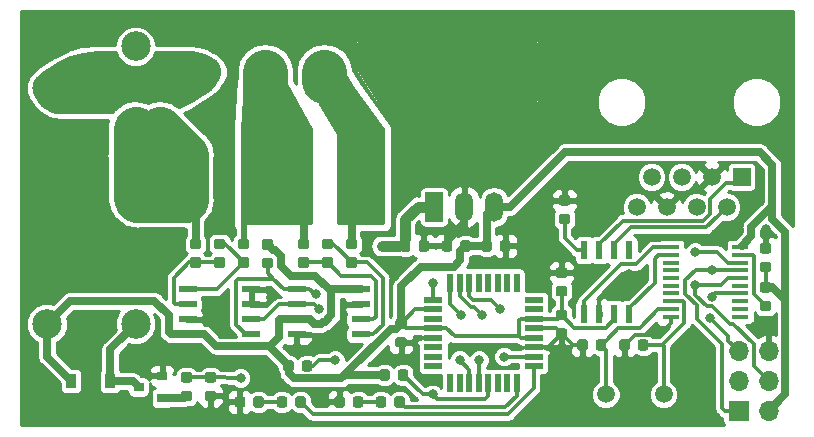
<source format=gbr>
G04 #@! TF.GenerationSoftware,KiCad,Pcbnew,(5.0.0)*
G04 #@! TF.CreationDate,2018-10-13T15:30:36-04:00*
G04 #@! TF.ProjectId,GLVColoumbCounterTest,474C56436F6C6F756D62436F756E7465,rev?*
G04 #@! TF.SameCoordinates,Original*
G04 #@! TF.FileFunction,Copper,L1,Top,Signal*
G04 #@! TF.FilePolarity,Positive*
%FSLAX46Y46*%
G04 Gerber Fmt 4.6, Leading zero omitted, Abs format (unit mm)*
G04 Created by KiCad (PCBNEW (5.0.0)) date 10/13/18 15:30:36*
%MOMM*%
%LPD*%
G01*
G04 APERTURE LIST*
G04 #@! TA.AperFunction,ComponentPad*
%ADD10C,2.500000*%
G04 #@! TD*
G04 #@! TA.AperFunction,SMDPad,CuDef*
%ADD11R,1.600000X0.550000*%
G04 #@! TD*
G04 #@! TA.AperFunction,SMDPad,CuDef*
%ADD12R,0.550000X1.600000*%
G04 #@! TD*
G04 #@! TA.AperFunction,ComponentPad*
%ADD13R,1.500000X1.500000*%
G04 #@! TD*
G04 #@! TA.AperFunction,ComponentPad*
%ADD14C,1.500000*%
G04 #@! TD*
G04 #@! TA.AperFunction,Conductor*
%ADD15C,0.100000*%
G04 #@! TD*
G04 #@! TA.AperFunction,SMDPad,CuDef*
%ADD16C,0.875000*%
G04 #@! TD*
G04 #@! TA.AperFunction,ComponentPad*
%ADD17R,2.600000X2.600000*%
G04 #@! TD*
G04 #@! TA.AperFunction,ComponentPad*
%ADD18C,2.600000*%
G04 #@! TD*
G04 #@! TA.AperFunction,SMDPad,CuDef*
%ADD19R,0.900000X0.800000*%
G04 #@! TD*
G04 #@! TA.AperFunction,ComponentPad*
%ADD20R,1.500000X2.500000*%
G04 #@! TD*
G04 #@! TA.AperFunction,ComponentPad*
%ADD21O,1.500000X2.500000*%
G04 #@! TD*
G04 #@! TA.AperFunction,SMDPad,CuDef*
%ADD22R,1.550000X0.600000*%
G04 #@! TD*
G04 #@! TA.AperFunction,SMDPad,CuDef*
%ADD23R,0.600000X1.550000*%
G04 #@! TD*
G04 #@! TA.AperFunction,SMDPad,CuDef*
%ADD24R,1.450000X0.450000*%
G04 #@! TD*
G04 #@! TA.AperFunction,SMDPad,CuDef*
%ADD25C,1.350000*%
G04 #@! TD*
G04 #@! TA.AperFunction,ComponentPad*
%ADD26R,1.700000X1.700000*%
G04 #@! TD*
G04 #@! TA.AperFunction,ComponentPad*
%ADD27O,1.700000X1.700000*%
G04 #@! TD*
G04 #@! TA.AperFunction,SMDPad,CuDef*
%ADD28R,0.900000X1.200000*%
G04 #@! TD*
G04 #@! TA.AperFunction,ViaPad*
%ADD29C,0.800000*%
G04 #@! TD*
G04 #@! TA.AperFunction,Conductor*
%ADD30C,0.635000*%
G04 #@! TD*
G04 #@! TA.AperFunction,Conductor*
%ADD31C,0.304800*%
G04 #@! TD*
G04 #@! TA.AperFunction,Conductor*
%ADD32C,0.508000*%
G04 #@! TD*
G04 #@! TA.AperFunction,Conductor*
%ADD33C,3.810000*%
G04 #@! TD*
G04 #@! TA.AperFunction,Conductor*
%ADD34C,0.889000*%
G04 #@! TD*
G04 #@! TA.AperFunction,Conductor*
%ADD35C,0.254000*%
G04 #@! TD*
G04 APERTURE END LIST*
D10*
G04 #@! TO.P,K1,1*
G04 #@! TO.N,+BATT*
X109982000Y-54366000D03*
G04 #@! TO.P,K1,5*
G04 #@! TO.N,Net-(J1-Pad6)*
X102482000Y-50866000D03*
G04 #@! TO.P,K1,10*
G04 #@! TO.N,N/C*
X109982000Y-47366000D03*
G04 #@! TO.P,K1,2*
G04 #@! TO.N,+5V*
X102482000Y-70866000D03*
G04 #@! TO.P,K1,9*
G04 #@! TO.N,Net-(D3-Pad2)*
X109982000Y-70866000D03*
G04 #@! TD*
D11*
G04 #@! TO.P,U4,1*
G04 #@! TO.N,/LED2*
X143696000Y-74428000D03*
G04 #@! TO.P,U4,2*
G04 #@! TO.N,/RELAY_CTRL*
X143696000Y-73628000D03*
G04 #@! TO.P,U4,3*
G04 #@! TO.N,GND*
X143696000Y-72828000D03*
G04 #@! TO.P,U4,4*
G04 #@! TO.N,+5V*
X143696000Y-72028000D03*
G04 #@! TO.P,U4,5*
G04 #@! TO.N,GND*
X143696000Y-71228000D03*
G04 #@! TO.P,U4,6*
G04 #@! TO.N,+5V*
X143696000Y-70428000D03*
G04 #@! TO.P,U4,7*
G04 #@! TO.N,N/C*
X143696000Y-69628000D03*
G04 #@! TO.P,U4,8*
X143696000Y-68828000D03*
D12*
G04 #@! TO.P,U4,9*
X142246000Y-67378000D03*
G04 #@! TO.P,U4,10*
X141446000Y-67378000D03*
G04 #@! TO.P,U4,11*
X140646000Y-67378000D03*
G04 #@! TO.P,U4,12*
X139846000Y-67378000D03*
G04 #@! TO.P,U4,13*
X139046000Y-67378000D03*
G04 #@! TO.P,U4,14*
G04 #@! TO.N,/D10*
X138246000Y-67378000D03*
G04 #@! TO.P,U4,15*
G04 #@! TO.N,/MOSI*
X137446000Y-67378000D03*
G04 #@! TO.P,U4,16*
G04 #@! TO.N,/MISO*
X136646000Y-67378000D03*
D11*
G04 #@! TO.P,U4,17*
G04 #@! TO.N,/SCK*
X135196000Y-68828000D03*
G04 #@! TO.P,U4,18*
G04 #@! TO.N,+5V*
X135196000Y-69628000D03*
G04 #@! TO.P,U4,19*
G04 #@! TO.N,N/C*
X135196000Y-70428000D03*
G04 #@! TO.P,U4,20*
G04 #@! TO.N,+5V*
X135196000Y-71228000D03*
G04 #@! TO.P,U4,21*
G04 #@! TO.N,GND*
X135196000Y-72028000D03*
G04 #@! TO.P,U4,22*
G04 #@! TO.N,N/C*
X135196000Y-72828000D03*
G04 #@! TO.P,U4,23*
X135196000Y-73628000D03*
G04 #@! TO.P,U4,24*
X135196000Y-74428000D03*
D12*
G04 #@! TO.P,U4,25*
X136646000Y-75878000D03*
G04 #@! TO.P,U4,26*
X137446000Y-75878000D03*
G04 #@! TO.P,U4,27*
G04 #@! TO.N,/SDA*
X138246000Y-75878000D03*
G04 #@! TO.P,U4,28*
G04 #@! TO.N,/SCL*
X139046000Y-75878000D03*
G04 #@! TO.P,U4,29*
G04 #@! TO.N,/RESET*
X139846000Y-75878000D03*
G04 #@! TO.P,U4,30*
G04 #@! TO.N,N/C*
X140646000Y-75878000D03*
G04 #@! TO.P,U4,31*
X141446000Y-75878000D03*
G04 #@! TO.P,U4,32*
G04 #@! TO.N,/LED1*
X142246000Y-75878000D03*
G04 #@! TD*
D13*
G04 #@! TO.P,J2,1*
G04 #@! TO.N,Net-(J2-Pad1)*
X161290000Y-58420000D03*
D14*
G04 #@! TO.P,J2,2*
G04 #@! TO.N,Net-(J2-Pad2)*
X160020000Y-60960000D03*
G04 #@! TO.P,J2,3*
G04 #@! TO.N,GND*
X158750000Y-58420000D03*
G04 #@! TO.P,J2,4*
G04 #@! TO.N,N/C*
X157480000Y-60960000D03*
G04 #@! TO.P,J2,5*
X156210000Y-58420000D03*
G04 #@! TO.P,J2,6*
G04 #@! TO.N,GND*
X154940000Y-60960000D03*
G04 #@! TO.P,J2,7*
G04 #@! TO.N,N/C*
X153670000Y-58420000D03*
G04 #@! TO.P,J2,8*
X152400000Y-60960000D03*
G04 #@! TD*
D15*
G04 #@! TO.N,+5V*
G04 #@! TO.C,C1*
G36*
X139940191Y-63788053D02*
X139961426Y-63791203D01*
X139982250Y-63796419D01*
X140002462Y-63803651D01*
X140021868Y-63812830D01*
X140040281Y-63823866D01*
X140057524Y-63836654D01*
X140073430Y-63851070D01*
X140087846Y-63866976D01*
X140100634Y-63884219D01*
X140111670Y-63902632D01*
X140120849Y-63922038D01*
X140128081Y-63942250D01*
X140133297Y-63963074D01*
X140136447Y-63984309D01*
X140137500Y-64005750D01*
X140137500Y-64518250D01*
X140136447Y-64539691D01*
X140133297Y-64560926D01*
X140128081Y-64581750D01*
X140120849Y-64601962D01*
X140111670Y-64621368D01*
X140100634Y-64639781D01*
X140087846Y-64657024D01*
X140073430Y-64672930D01*
X140057524Y-64687346D01*
X140040281Y-64700134D01*
X140021868Y-64711170D01*
X140002462Y-64720349D01*
X139982250Y-64727581D01*
X139961426Y-64732797D01*
X139940191Y-64735947D01*
X139918750Y-64737000D01*
X139481250Y-64737000D01*
X139459809Y-64735947D01*
X139438574Y-64732797D01*
X139417750Y-64727581D01*
X139397538Y-64720349D01*
X139378132Y-64711170D01*
X139359719Y-64700134D01*
X139342476Y-64687346D01*
X139326570Y-64672930D01*
X139312154Y-64657024D01*
X139299366Y-64639781D01*
X139288330Y-64621368D01*
X139279151Y-64601962D01*
X139271919Y-64581750D01*
X139266703Y-64560926D01*
X139263553Y-64539691D01*
X139262500Y-64518250D01*
X139262500Y-64005750D01*
X139263553Y-63984309D01*
X139266703Y-63963074D01*
X139271919Y-63942250D01*
X139279151Y-63922038D01*
X139288330Y-63902632D01*
X139299366Y-63884219D01*
X139312154Y-63866976D01*
X139326570Y-63851070D01*
X139342476Y-63836654D01*
X139359719Y-63823866D01*
X139378132Y-63812830D01*
X139397538Y-63803651D01*
X139417750Y-63796419D01*
X139438574Y-63791203D01*
X139459809Y-63788053D01*
X139481250Y-63787000D01*
X139918750Y-63787000D01*
X139940191Y-63788053D01*
X139940191Y-63788053D01*
G37*
D16*
G04 #@! TD*
G04 #@! TO.P,C1,1*
G04 #@! TO.N,+5V*
X139700000Y-64262000D03*
D15*
G04 #@! TO.N,GND*
G04 #@! TO.C,C1*
G36*
X141515191Y-63788053D02*
X141536426Y-63791203D01*
X141557250Y-63796419D01*
X141577462Y-63803651D01*
X141596868Y-63812830D01*
X141615281Y-63823866D01*
X141632524Y-63836654D01*
X141648430Y-63851070D01*
X141662846Y-63866976D01*
X141675634Y-63884219D01*
X141686670Y-63902632D01*
X141695849Y-63922038D01*
X141703081Y-63942250D01*
X141708297Y-63963074D01*
X141711447Y-63984309D01*
X141712500Y-64005750D01*
X141712500Y-64518250D01*
X141711447Y-64539691D01*
X141708297Y-64560926D01*
X141703081Y-64581750D01*
X141695849Y-64601962D01*
X141686670Y-64621368D01*
X141675634Y-64639781D01*
X141662846Y-64657024D01*
X141648430Y-64672930D01*
X141632524Y-64687346D01*
X141615281Y-64700134D01*
X141596868Y-64711170D01*
X141577462Y-64720349D01*
X141557250Y-64727581D01*
X141536426Y-64732797D01*
X141515191Y-64735947D01*
X141493750Y-64737000D01*
X141056250Y-64737000D01*
X141034809Y-64735947D01*
X141013574Y-64732797D01*
X140992750Y-64727581D01*
X140972538Y-64720349D01*
X140953132Y-64711170D01*
X140934719Y-64700134D01*
X140917476Y-64687346D01*
X140901570Y-64672930D01*
X140887154Y-64657024D01*
X140874366Y-64639781D01*
X140863330Y-64621368D01*
X140854151Y-64601962D01*
X140846919Y-64581750D01*
X140841703Y-64560926D01*
X140838553Y-64539691D01*
X140837500Y-64518250D01*
X140837500Y-64005750D01*
X140838553Y-63984309D01*
X140841703Y-63963074D01*
X140846919Y-63942250D01*
X140854151Y-63922038D01*
X140863330Y-63902632D01*
X140874366Y-63884219D01*
X140887154Y-63866976D01*
X140901570Y-63851070D01*
X140917476Y-63836654D01*
X140934719Y-63823866D01*
X140953132Y-63812830D01*
X140972538Y-63803651D01*
X140992750Y-63796419D01*
X141013574Y-63791203D01*
X141034809Y-63788053D01*
X141056250Y-63787000D01*
X141493750Y-63787000D01*
X141515191Y-63788053D01*
X141515191Y-63788053D01*
G37*
D16*
G04 #@! TD*
G04 #@! TO.P,C1,2*
G04 #@! TO.N,GND*
X141275000Y-64262000D03*
D15*
G04 #@! TO.N,GND*
G04 #@! TO.C,C2*
G36*
X163599691Y-64028553D02*
X163620926Y-64031703D01*
X163641750Y-64036919D01*
X163661962Y-64044151D01*
X163681368Y-64053330D01*
X163699781Y-64064366D01*
X163717024Y-64077154D01*
X163732930Y-64091570D01*
X163747346Y-64107476D01*
X163760134Y-64124719D01*
X163771170Y-64143132D01*
X163780349Y-64162538D01*
X163787581Y-64182750D01*
X163792797Y-64203574D01*
X163795947Y-64224809D01*
X163797000Y-64246250D01*
X163797000Y-64683750D01*
X163795947Y-64705191D01*
X163792797Y-64726426D01*
X163787581Y-64747250D01*
X163780349Y-64767462D01*
X163771170Y-64786868D01*
X163760134Y-64805281D01*
X163747346Y-64822524D01*
X163732930Y-64838430D01*
X163717024Y-64852846D01*
X163699781Y-64865634D01*
X163681368Y-64876670D01*
X163661962Y-64885849D01*
X163641750Y-64893081D01*
X163620926Y-64898297D01*
X163599691Y-64901447D01*
X163578250Y-64902500D01*
X163065750Y-64902500D01*
X163044309Y-64901447D01*
X163023074Y-64898297D01*
X163002250Y-64893081D01*
X162982038Y-64885849D01*
X162962632Y-64876670D01*
X162944219Y-64865634D01*
X162926976Y-64852846D01*
X162911070Y-64838430D01*
X162896654Y-64822524D01*
X162883866Y-64805281D01*
X162872830Y-64786868D01*
X162863651Y-64767462D01*
X162856419Y-64747250D01*
X162851203Y-64726426D01*
X162848053Y-64705191D01*
X162847000Y-64683750D01*
X162847000Y-64246250D01*
X162848053Y-64224809D01*
X162851203Y-64203574D01*
X162856419Y-64182750D01*
X162863651Y-64162538D01*
X162872830Y-64143132D01*
X162883866Y-64124719D01*
X162896654Y-64107476D01*
X162911070Y-64091570D01*
X162926976Y-64077154D01*
X162944219Y-64064366D01*
X162962632Y-64053330D01*
X162982038Y-64044151D01*
X163002250Y-64036919D01*
X163023074Y-64031703D01*
X163044309Y-64028553D01*
X163065750Y-64027500D01*
X163578250Y-64027500D01*
X163599691Y-64028553D01*
X163599691Y-64028553D01*
G37*
D16*
G04 #@! TD*
G04 #@! TO.P,C2,2*
G04 #@! TO.N,GND*
X163322000Y-64465000D03*
D15*
G04 #@! TO.N,+5V*
G04 #@! TO.C,C2*
G36*
X163599691Y-65603553D02*
X163620926Y-65606703D01*
X163641750Y-65611919D01*
X163661962Y-65619151D01*
X163681368Y-65628330D01*
X163699781Y-65639366D01*
X163717024Y-65652154D01*
X163732930Y-65666570D01*
X163747346Y-65682476D01*
X163760134Y-65699719D01*
X163771170Y-65718132D01*
X163780349Y-65737538D01*
X163787581Y-65757750D01*
X163792797Y-65778574D01*
X163795947Y-65799809D01*
X163797000Y-65821250D01*
X163797000Y-66258750D01*
X163795947Y-66280191D01*
X163792797Y-66301426D01*
X163787581Y-66322250D01*
X163780349Y-66342462D01*
X163771170Y-66361868D01*
X163760134Y-66380281D01*
X163747346Y-66397524D01*
X163732930Y-66413430D01*
X163717024Y-66427846D01*
X163699781Y-66440634D01*
X163681368Y-66451670D01*
X163661962Y-66460849D01*
X163641750Y-66468081D01*
X163620926Y-66473297D01*
X163599691Y-66476447D01*
X163578250Y-66477500D01*
X163065750Y-66477500D01*
X163044309Y-66476447D01*
X163023074Y-66473297D01*
X163002250Y-66468081D01*
X162982038Y-66460849D01*
X162962632Y-66451670D01*
X162944219Y-66440634D01*
X162926976Y-66427846D01*
X162911070Y-66413430D01*
X162896654Y-66397524D01*
X162883866Y-66380281D01*
X162872830Y-66361868D01*
X162863651Y-66342462D01*
X162856419Y-66322250D01*
X162851203Y-66301426D01*
X162848053Y-66280191D01*
X162847000Y-66258750D01*
X162847000Y-65821250D01*
X162848053Y-65799809D01*
X162851203Y-65778574D01*
X162856419Y-65757750D01*
X162863651Y-65737538D01*
X162872830Y-65718132D01*
X162883866Y-65699719D01*
X162896654Y-65682476D01*
X162911070Y-65666570D01*
X162926976Y-65652154D01*
X162944219Y-65639366D01*
X162962632Y-65628330D01*
X162982038Y-65619151D01*
X163002250Y-65611919D01*
X163023074Y-65606703D01*
X163044309Y-65603553D01*
X163065750Y-65602500D01*
X163578250Y-65602500D01*
X163599691Y-65603553D01*
X163599691Y-65603553D01*
G37*
D16*
G04 #@! TD*
G04 #@! TO.P,C2,1*
G04 #@! TO.N,+5V*
X163322000Y-66040000D03*
D15*
G04 #@! TO.N,GND*
G04 #@! TO.C,C3*
G36*
X136587191Y-63788053D02*
X136608426Y-63791203D01*
X136629250Y-63796419D01*
X136649462Y-63803651D01*
X136668868Y-63812830D01*
X136687281Y-63823866D01*
X136704524Y-63836654D01*
X136720430Y-63851070D01*
X136734846Y-63866976D01*
X136747634Y-63884219D01*
X136758670Y-63902632D01*
X136767849Y-63922038D01*
X136775081Y-63942250D01*
X136780297Y-63963074D01*
X136783447Y-63984309D01*
X136784500Y-64005750D01*
X136784500Y-64518250D01*
X136783447Y-64539691D01*
X136780297Y-64560926D01*
X136775081Y-64581750D01*
X136767849Y-64601962D01*
X136758670Y-64621368D01*
X136747634Y-64639781D01*
X136734846Y-64657024D01*
X136720430Y-64672930D01*
X136704524Y-64687346D01*
X136687281Y-64700134D01*
X136668868Y-64711170D01*
X136649462Y-64720349D01*
X136629250Y-64727581D01*
X136608426Y-64732797D01*
X136587191Y-64735947D01*
X136565750Y-64737000D01*
X136128250Y-64737000D01*
X136106809Y-64735947D01*
X136085574Y-64732797D01*
X136064750Y-64727581D01*
X136044538Y-64720349D01*
X136025132Y-64711170D01*
X136006719Y-64700134D01*
X135989476Y-64687346D01*
X135973570Y-64672930D01*
X135959154Y-64657024D01*
X135946366Y-64639781D01*
X135935330Y-64621368D01*
X135926151Y-64601962D01*
X135918919Y-64581750D01*
X135913703Y-64560926D01*
X135910553Y-64539691D01*
X135909500Y-64518250D01*
X135909500Y-64005750D01*
X135910553Y-63984309D01*
X135913703Y-63963074D01*
X135918919Y-63942250D01*
X135926151Y-63922038D01*
X135935330Y-63902632D01*
X135946366Y-63884219D01*
X135959154Y-63866976D01*
X135973570Y-63851070D01*
X135989476Y-63836654D01*
X136006719Y-63823866D01*
X136025132Y-63812830D01*
X136044538Y-63803651D01*
X136064750Y-63796419D01*
X136085574Y-63791203D01*
X136106809Y-63788053D01*
X136128250Y-63787000D01*
X136565750Y-63787000D01*
X136587191Y-63788053D01*
X136587191Y-63788053D01*
G37*
D16*
G04 #@! TD*
G04 #@! TO.P,C3,2*
G04 #@! TO.N,GND*
X136347000Y-64262000D03*
D15*
G04 #@! TO.N,+5V*
G04 #@! TO.C,C3*
G36*
X138162191Y-63788053D02*
X138183426Y-63791203D01*
X138204250Y-63796419D01*
X138224462Y-63803651D01*
X138243868Y-63812830D01*
X138262281Y-63823866D01*
X138279524Y-63836654D01*
X138295430Y-63851070D01*
X138309846Y-63866976D01*
X138322634Y-63884219D01*
X138333670Y-63902632D01*
X138342849Y-63922038D01*
X138350081Y-63942250D01*
X138355297Y-63963074D01*
X138358447Y-63984309D01*
X138359500Y-64005750D01*
X138359500Y-64518250D01*
X138358447Y-64539691D01*
X138355297Y-64560926D01*
X138350081Y-64581750D01*
X138342849Y-64601962D01*
X138333670Y-64621368D01*
X138322634Y-64639781D01*
X138309846Y-64657024D01*
X138295430Y-64672930D01*
X138279524Y-64687346D01*
X138262281Y-64700134D01*
X138243868Y-64711170D01*
X138224462Y-64720349D01*
X138204250Y-64727581D01*
X138183426Y-64732797D01*
X138162191Y-64735947D01*
X138140750Y-64737000D01*
X137703250Y-64737000D01*
X137681809Y-64735947D01*
X137660574Y-64732797D01*
X137639750Y-64727581D01*
X137619538Y-64720349D01*
X137600132Y-64711170D01*
X137581719Y-64700134D01*
X137564476Y-64687346D01*
X137548570Y-64672930D01*
X137534154Y-64657024D01*
X137521366Y-64639781D01*
X137510330Y-64621368D01*
X137501151Y-64601962D01*
X137493919Y-64581750D01*
X137488703Y-64560926D01*
X137485553Y-64539691D01*
X137484500Y-64518250D01*
X137484500Y-64005750D01*
X137485553Y-63984309D01*
X137488703Y-63963074D01*
X137493919Y-63942250D01*
X137501151Y-63922038D01*
X137510330Y-63902632D01*
X137521366Y-63884219D01*
X137534154Y-63866976D01*
X137548570Y-63851070D01*
X137564476Y-63836654D01*
X137581719Y-63823866D01*
X137600132Y-63812830D01*
X137619538Y-63803651D01*
X137639750Y-63796419D01*
X137660574Y-63791203D01*
X137681809Y-63788053D01*
X137703250Y-63787000D01*
X138140750Y-63787000D01*
X138162191Y-63788053D01*
X138162191Y-63788053D01*
G37*
D16*
G04 #@! TD*
G04 #@! TO.P,C3,1*
G04 #@! TO.N,+5V*
X137922000Y-64262000D03*
D15*
G04 #@! TO.N,+5V*
G04 #@! TO.C,C4*
G36*
X146327691Y-67661053D02*
X146348926Y-67664203D01*
X146369750Y-67669419D01*
X146389962Y-67676651D01*
X146409368Y-67685830D01*
X146427781Y-67696866D01*
X146445024Y-67709654D01*
X146460930Y-67724070D01*
X146475346Y-67739976D01*
X146488134Y-67757219D01*
X146499170Y-67775632D01*
X146508349Y-67795038D01*
X146515581Y-67815250D01*
X146520797Y-67836074D01*
X146523947Y-67857309D01*
X146525000Y-67878750D01*
X146525000Y-68316250D01*
X146523947Y-68337691D01*
X146520797Y-68358926D01*
X146515581Y-68379750D01*
X146508349Y-68399962D01*
X146499170Y-68419368D01*
X146488134Y-68437781D01*
X146475346Y-68455024D01*
X146460930Y-68470930D01*
X146445024Y-68485346D01*
X146427781Y-68498134D01*
X146409368Y-68509170D01*
X146389962Y-68518349D01*
X146369750Y-68525581D01*
X146348926Y-68530797D01*
X146327691Y-68533947D01*
X146306250Y-68535000D01*
X145793750Y-68535000D01*
X145772309Y-68533947D01*
X145751074Y-68530797D01*
X145730250Y-68525581D01*
X145710038Y-68518349D01*
X145690632Y-68509170D01*
X145672219Y-68498134D01*
X145654976Y-68485346D01*
X145639070Y-68470930D01*
X145624654Y-68455024D01*
X145611866Y-68437781D01*
X145600830Y-68419368D01*
X145591651Y-68399962D01*
X145584419Y-68379750D01*
X145579203Y-68358926D01*
X145576053Y-68337691D01*
X145575000Y-68316250D01*
X145575000Y-67878750D01*
X145576053Y-67857309D01*
X145579203Y-67836074D01*
X145584419Y-67815250D01*
X145591651Y-67795038D01*
X145600830Y-67775632D01*
X145611866Y-67757219D01*
X145624654Y-67739976D01*
X145639070Y-67724070D01*
X145654976Y-67709654D01*
X145672219Y-67696866D01*
X145690632Y-67685830D01*
X145710038Y-67676651D01*
X145730250Y-67669419D01*
X145751074Y-67664203D01*
X145772309Y-67661053D01*
X145793750Y-67660000D01*
X146306250Y-67660000D01*
X146327691Y-67661053D01*
X146327691Y-67661053D01*
G37*
D16*
G04 #@! TD*
G04 #@! TO.P,C4,1*
G04 #@! TO.N,+5V*
X146050000Y-68097500D03*
D15*
G04 #@! TO.N,GND*
G04 #@! TO.C,C4*
G36*
X146327691Y-66086053D02*
X146348926Y-66089203D01*
X146369750Y-66094419D01*
X146389962Y-66101651D01*
X146409368Y-66110830D01*
X146427781Y-66121866D01*
X146445024Y-66134654D01*
X146460930Y-66149070D01*
X146475346Y-66164976D01*
X146488134Y-66182219D01*
X146499170Y-66200632D01*
X146508349Y-66220038D01*
X146515581Y-66240250D01*
X146520797Y-66261074D01*
X146523947Y-66282309D01*
X146525000Y-66303750D01*
X146525000Y-66741250D01*
X146523947Y-66762691D01*
X146520797Y-66783926D01*
X146515581Y-66804750D01*
X146508349Y-66824962D01*
X146499170Y-66844368D01*
X146488134Y-66862781D01*
X146475346Y-66880024D01*
X146460930Y-66895930D01*
X146445024Y-66910346D01*
X146427781Y-66923134D01*
X146409368Y-66934170D01*
X146389962Y-66943349D01*
X146369750Y-66950581D01*
X146348926Y-66955797D01*
X146327691Y-66958947D01*
X146306250Y-66960000D01*
X145793750Y-66960000D01*
X145772309Y-66958947D01*
X145751074Y-66955797D01*
X145730250Y-66950581D01*
X145710038Y-66943349D01*
X145690632Y-66934170D01*
X145672219Y-66923134D01*
X145654976Y-66910346D01*
X145639070Y-66895930D01*
X145624654Y-66880024D01*
X145611866Y-66862781D01*
X145600830Y-66844368D01*
X145591651Y-66824962D01*
X145584419Y-66804750D01*
X145579203Y-66783926D01*
X145576053Y-66762691D01*
X145575000Y-66741250D01*
X145575000Y-66303750D01*
X145576053Y-66282309D01*
X145579203Y-66261074D01*
X145584419Y-66240250D01*
X145591651Y-66220038D01*
X145600830Y-66200632D01*
X145611866Y-66182219D01*
X145624654Y-66164976D01*
X145639070Y-66149070D01*
X145654976Y-66134654D01*
X145672219Y-66121866D01*
X145690632Y-66110830D01*
X145710038Y-66101651D01*
X145730250Y-66094419D01*
X145751074Y-66089203D01*
X145772309Y-66086053D01*
X145793750Y-66085000D01*
X146306250Y-66085000D01*
X146327691Y-66086053D01*
X146327691Y-66086053D01*
G37*
D16*
G04 #@! TD*
G04 #@! TO.P,C4,2*
G04 #@! TO.N,GND*
X146050000Y-66522500D03*
D15*
G04 #@! TO.N,Net-(C5-Pad2)*
G04 #@! TO.C,C5*
G36*
X126515691Y-65222553D02*
X126536926Y-65225703D01*
X126557750Y-65230919D01*
X126577962Y-65238151D01*
X126597368Y-65247330D01*
X126615781Y-65258366D01*
X126633024Y-65271154D01*
X126648930Y-65285570D01*
X126663346Y-65301476D01*
X126676134Y-65318719D01*
X126687170Y-65337132D01*
X126696349Y-65356538D01*
X126703581Y-65376750D01*
X126708797Y-65397574D01*
X126711947Y-65418809D01*
X126713000Y-65440250D01*
X126713000Y-65877750D01*
X126711947Y-65899191D01*
X126708797Y-65920426D01*
X126703581Y-65941250D01*
X126696349Y-65961462D01*
X126687170Y-65980868D01*
X126676134Y-65999281D01*
X126663346Y-66016524D01*
X126648930Y-66032430D01*
X126633024Y-66046846D01*
X126615781Y-66059634D01*
X126597368Y-66070670D01*
X126577962Y-66079849D01*
X126557750Y-66087081D01*
X126536926Y-66092297D01*
X126515691Y-66095447D01*
X126494250Y-66096500D01*
X125981750Y-66096500D01*
X125960309Y-66095447D01*
X125939074Y-66092297D01*
X125918250Y-66087081D01*
X125898038Y-66079849D01*
X125878632Y-66070670D01*
X125860219Y-66059634D01*
X125842976Y-66046846D01*
X125827070Y-66032430D01*
X125812654Y-66016524D01*
X125799866Y-65999281D01*
X125788830Y-65980868D01*
X125779651Y-65961462D01*
X125772419Y-65941250D01*
X125767203Y-65920426D01*
X125764053Y-65899191D01*
X125763000Y-65877750D01*
X125763000Y-65440250D01*
X125764053Y-65418809D01*
X125767203Y-65397574D01*
X125772419Y-65376750D01*
X125779651Y-65356538D01*
X125788830Y-65337132D01*
X125799866Y-65318719D01*
X125812654Y-65301476D01*
X125827070Y-65285570D01*
X125842976Y-65271154D01*
X125860219Y-65258366D01*
X125878632Y-65247330D01*
X125898038Y-65238151D01*
X125918250Y-65230919D01*
X125939074Y-65225703D01*
X125960309Y-65222553D01*
X125981750Y-65221500D01*
X126494250Y-65221500D01*
X126515691Y-65222553D01*
X126515691Y-65222553D01*
G37*
D16*
G04 #@! TD*
G04 #@! TO.P,C5,2*
G04 #@! TO.N,Net-(C5-Pad2)*
X126238000Y-65659000D03*
D15*
G04 #@! TO.N,Net-(C5-Pad1)*
G04 #@! TO.C,C5*
G36*
X126515691Y-63647553D02*
X126536926Y-63650703D01*
X126557750Y-63655919D01*
X126577962Y-63663151D01*
X126597368Y-63672330D01*
X126615781Y-63683366D01*
X126633024Y-63696154D01*
X126648930Y-63710570D01*
X126663346Y-63726476D01*
X126676134Y-63743719D01*
X126687170Y-63762132D01*
X126696349Y-63781538D01*
X126703581Y-63801750D01*
X126708797Y-63822574D01*
X126711947Y-63843809D01*
X126713000Y-63865250D01*
X126713000Y-64302750D01*
X126711947Y-64324191D01*
X126708797Y-64345426D01*
X126703581Y-64366250D01*
X126696349Y-64386462D01*
X126687170Y-64405868D01*
X126676134Y-64424281D01*
X126663346Y-64441524D01*
X126648930Y-64457430D01*
X126633024Y-64471846D01*
X126615781Y-64484634D01*
X126597368Y-64495670D01*
X126577962Y-64504849D01*
X126557750Y-64512081D01*
X126536926Y-64517297D01*
X126515691Y-64520447D01*
X126494250Y-64521500D01*
X125981750Y-64521500D01*
X125960309Y-64520447D01*
X125939074Y-64517297D01*
X125918250Y-64512081D01*
X125898038Y-64504849D01*
X125878632Y-64495670D01*
X125860219Y-64484634D01*
X125842976Y-64471846D01*
X125827070Y-64457430D01*
X125812654Y-64441524D01*
X125799866Y-64424281D01*
X125788830Y-64405868D01*
X125779651Y-64386462D01*
X125772419Y-64366250D01*
X125767203Y-64345426D01*
X125764053Y-64324191D01*
X125763000Y-64302750D01*
X125763000Y-63865250D01*
X125764053Y-63843809D01*
X125767203Y-63822574D01*
X125772419Y-63801750D01*
X125779651Y-63781538D01*
X125788830Y-63762132D01*
X125799866Y-63743719D01*
X125812654Y-63726476D01*
X125827070Y-63710570D01*
X125842976Y-63696154D01*
X125860219Y-63683366D01*
X125878632Y-63672330D01*
X125898038Y-63663151D01*
X125918250Y-63655919D01*
X125939074Y-63650703D01*
X125960309Y-63647553D01*
X125981750Y-63646500D01*
X126494250Y-63646500D01*
X126515691Y-63647553D01*
X126515691Y-63647553D01*
G37*
D16*
G04 #@! TD*
G04 #@! TO.P,C5,1*
G04 #@! TO.N,Net-(C5-Pad1)*
X126238000Y-64084000D03*
D15*
G04 #@! TO.N,Net-(C6-Pad1)*
G04 #@! TO.C,C6*
G36*
X117371691Y-63647553D02*
X117392926Y-63650703D01*
X117413750Y-63655919D01*
X117433962Y-63663151D01*
X117453368Y-63672330D01*
X117471781Y-63683366D01*
X117489024Y-63696154D01*
X117504930Y-63710570D01*
X117519346Y-63726476D01*
X117532134Y-63743719D01*
X117543170Y-63762132D01*
X117552349Y-63781538D01*
X117559581Y-63801750D01*
X117564797Y-63822574D01*
X117567947Y-63843809D01*
X117569000Y-63865250D01*
X117569000Y-64302750D01*
X117567947Y-64324191D01*
X117564797Y-64345426D01*
X117559581Y-64366250D01*
X117552349Y-64386462D01*
X117543170Y-64405868D01*
X117532134Y-64424281D01*
X117519346Y-64441524D01*
X117504930Y-64457430D01*
X117489024Y-64471846D01*
X117471781Y-64484634D01*
X117453368Y-64495670D01*
X117433962Y-64504849D01*
X117413750Y-64512081D01*
X117392926Y-64517297D01*
X117371691Y-64520447D01*
X117350250Y-64521500D01*
X116837750Y-64521500D01*
X116816309Y-64520447D01*
X116795074Y-64517297D01*
X116774250Y-64512081D01*
X116754038Y-64504849D01*
X116734632Y-64495670D01*
X116716219Y-64484634D01*
X116698976Y-64471846D01*
X116683070Y-64457430D01*
X116668654Y-64441524D01*
X116655866Y-64424281D01*
X116644830Y-64405868D01*
X116635651Y-64386462D01*
X116628419Y-64366250D01*
X116623203Y-64345426D01*
X116620053Y-64324191D01*
X116619000Y-64302750D01*
X116619000Y-63865250D01*
X116620053Y-63843809D01*
X116623203Y-63822574D01*
X116628419Y-63801750D01*
X116635651Y-63781538D01*
X116644830Y-63762132D01*
X116655866Y-63743719D01*
X116668654Y-63726476D01*
X116683070Y-63710570D01*
X116698976Y-63696154D01*
X116716219Y-63683366D01*
X116734632Y-63672330D01*
X116754038Y-63663151D01*
X116774250Y-63655919D01*
X116795074Y-63650703D01*
X116816309Y-63647553D01*
X116837750Y-63646500D01*
X117350250Y-63646500D01*
X117371691Y-63647553D01*
X117371691Y-63647553D01*
G37*
D16*
G04 #@! TD*
G04 #@! TO.P,C6,1*
G04 #@! TO.N,Net-(C6-Pad1)*
X117094000Y-64084000D03*
D15*
G04 #@! TO.N,Net-(C6-Pad2)*
G04 #@! TO.C,C6*
G36*
X117371691Y-65222553D02*
X117392926Y-65225703D01*
X117413750Y-65230919D01*
X117433962Y-65238151D01*
X117453368Y-65247330D01*
X117471781Y-65258366D01*
X117489024Y-65271154D01*
X117504930Y-65285570D01*
X117519346Y-65301476D01*
X117532134Y-65318719D01*
X117543170Y-65337132D01*
X117552349Y-65356538D01*
X117559581Y-65376750D01*
X117564797Y-65397574D01*
X117567947Y-65418809D01*
X117569000Y-65440250D01*
X117569000Y-65877750D01*
X117567947Y-65899191D01*
X117564797Y-65920426D01*
X117559581Y-65941250D01*
X117552349Y-65961462D01*
X117543170Y-65980868D01*
X117532134Y-65999281D01*
X117519346Y-66016524D01*
X117504930Y-66032430D01*
X117489024Y-66046846D01*
X117471781Y-66059634D01*
X117453368Y-66070670D01*
X117433962Y-66079849D01*
X117413750Y-66087081D01*
X117392926Y-66092297D01*
X117371691Y-66095447D01*
X117350250Y-66096500D01*
X116837750Y-66096500D01*
X116816309Y-66095447D01*
X116795074Y-66092297D01*
X116774250Y-66087081D01*
X116754038Y-66079849D01*
X116734632Y-66070670D01*
X116716219Y-66059634D01*
X116698976Y-66046846D01*
X116683070Y-66032430D01*
X116668654Y-66016524D01*
X116655866Y-65999281D01*
X116644830Y-65980868D01*
X116635651Y-65961462D01*
X116628419Y-65941250D01*
X116623203Y-65920426D01*
X116620053Y-65899191D01*
X116619000Y-65877750D01*
X116619000Y-65440250D01*
X116620053Y-65418809D01*
X116623203Y-65397574D01*
X116628419Y-65376750D01*
X116635651Y-65356538D01*
X116644830Y-65337132D01*
X116655866Y-65318719D01*
X116668654Y-65301476D01*
X116683070Y-65285570D01*
X116698976Y-65271154D01*
X116716219Y-65258366D01*
X116734632Y-65247330D01*
X116754038Y-65238151D01*
X116774250Y-65230919D01*
X116795074Y-65225703D01*
X116816309Y-65222553D01*
X116837750Y-65221500D01*
X117350250Y-65221500D01*
X117371691Y-65222553D01*
X117371691Y-65222553D01*
G37*
D16*
G04 #@! TD*
G04 #@! TO.P,C6,2*
G04 #@! TO.N,Net-(C6-Pad2)*
X117094000Y-65659000D03*
D15*
G04 #@! TO.N,+5V*
G04 #@! TO.C,C7*
G36*
X146327691Y-69667553D02*
X146348926Y-69670703D01*
X146369750Y-69675919D01*
X146389962Y-69683151D01*
X146409368Y-69692330D01*
X146427781Y-69703366D01*
X146445024Y-69716154D01*
X146460930Y-69730570D01*
X146475346Y-69746476D01*
X146488134Y-69763719D01*
X146499170Y-69782132D01*
X146508349Y-69801538D01*
X146515581Y-69821750D01*
X146520797Y-69842574D01*
X146523947Y-69863809D01*
X146525000Y-69885250D01*
X146525000Y-70322750D01*
X146523947Y-70344191D01*
X146520797Y-70365426D01*
X146515581Y-70386250D01*
X146508349Y-70406462D01*
X146499170Y-70425868D01*
X146488134Y-70444281D01*
X146475346Y-70461524D01*
X146460930Y-70477430D01*
X146445024Y-70491846D01*
X146427781Y-70504634D01*
X146409368Y-70515670D01*
X146389962Y-70524849D01*
X146369750Y-70532081D01*
X146348926Y-70537297D01*
X146327691Y-70540447D01*
X146306250Y-70541500D01*
X145793750Y-70541500D01*
X145772309Y-70540447D01*
X145751074Y-70537297D01*
X145730250Y-70532081D01*
X145710038Y-70524849D01*
X145690632Y-70515670D01*
X145672219Y-70504634D01*
X145654976Y-70491846D01*
X145639070Y-70477430D01*
X145624654Y-70461524D01*
X145611866Y-70444281D01*
X145600830Y-70425868D01*
X145591651Y-70406462D01*
X145584419Y-70386250D01*
X145579203Y-70365426D01*
X145576053Y-70344191D01*
X145575000Y-70322750D01*
X145575000Y-69885250D01*
X145576053Y-69863809D01*
X145579203Y-69842574D01*
X145584419Y-69821750D01*
X145591651Y-69801538D01*
X145600830Y-69782132D01*
X145611866Y-69763719D01*
X145624654Y-69746476D01*
X145639070Y-69730570D01*
X145654976Y-69716154D01*
X145672219Y-69703366D01*
X145690632Y-69692330D01*
X145710038Y-69683151D01*
X145730250Y-69675919D01*
X145751074Y-69670703D01*
X145772309Y-69667553D01*
X145793750Y-69666500D01*
X146306250Y-69666500D01*
X146327691Y-69667553D01*
X146327691Y-69667553D01*
G37*
D16*
G04 #@! TD*
G04 #@! TO.P,C7,1*
G04 #@! TO.N,+5V*
X146050000Y-70104000D03*
D15*
G04 #@! TO.N,GND*
G04 #@! TO.C,C7*
G36*
X146327691Y-71242553D02*
X146348926Y-71245703D01*
X146369750Y-71250919D01*
X146389962Y-71258151D01*
X146409368Y-71267330D01*
X146427781Y-71278366D01*
X146445024Y-71291154D01*
X146460930Y-71305570D01*
X146475346Y-71321476D01*
X146488134Y-71338719D01*
X146499170Y-71357132D01*
X146508349Y-71376538D01*
X146515581Y-71396750D01*
X146520797Y-71417574D01*
X146523947Y-71438809D01*
X146525000Y-71460250D01*
X146525000Y-71897750D01*
X146523947Y-71919191D01*
X146520797Y-71940426D01*
X146515581Y-71961250D01*
X146508349Y-71981462D01*
X146499170Y-72000868D01*
X146488134Y-72019281D01*
X146475346Y-72036524D01*
X146460930Y-72052430D01*
X146445024Y-72066846D01*
X146427781Y-72079634D01*
X146409368Y-72090670D01*
X146389962Y-72099849D01*
X146369750Y-72107081D01*
X146348926Y-72112297D01*
X146327691Y-72115447D01*
X146306250Y-72116500D01*
X145793750Y-72116500D01*
X145772309Y-72115447D01*
X145751074Y-72112297D01*
X145730250Y-72107081D01*
X145710038Y-72099849D01*
X145690632Y-72090670D01*
X145672219Y-72079634D01*
X145654976Y-72066846D01*
X145639070Y-72052430D01*
X145624654Y-72036524D01*
X145611866Y-72019281D01*
X145600830Y-72000868D01*
X145591651Y-71981462D01*
X145584419Y-71961250D01*
X145579203Y-71940426D01*
X145576053Y-71919191D01*
X145575000Y-71897750D01*
X145575000Y-71460250D01*
X145576053Y-71438809D01*
X145579203Y-71417574D01*
X145584419Y-71396750D01*
X145591651Y-71376538D01*
X145600830Y-71357132D01*
X145611866Y-71338719D01*
X145624654Y-71321476D01*
X145639070Y-71305570D01*
X145654976Y-71291154D01*
X145672219Y-71278366D01*
X145690632Y-71267330D01*
X145710038Y-71258151D01*
X145730250Y-71250919D01*
X145751074Y-71245703D01*
X145772309Y-71242553D01*
X145793750Y-71241500D01*
X146306250Y-71241500D01*
X146327691Y-71242553D01*
X146327691Y-71242553D01*
G37*
D16*
G04 #@! TD*
G04 #@! TO.P,C7,2*
G04 #@! TO.N,GND*
X146050000Y-71679000D03*
D15*
G04 #@! TO.N,/LED1*
G04 #@! TO.C,D1*
G36*
X132574191Y-76996053D02*
X132595426Y-76999203D01*
X132616250Y-77004419D01*
X132636462Y-77011651D01*
X132655868Y-77020830D01*
X132674281Y-77031866D01*
X132691524Y-77044654D01*
X132707430Y-77059070D01*
X132721846Y-77074976D01*
X132734634Y-77092219D01*
X132745670Y-77110632D01*
X132754849Y-77130038D01*
X132762081Y-77150250D01*
X132767297Y-77171074D01*
X132770447Y-77192309D01*
X132771500Y-77213750D01*
X132771500Y-77726250D01*
X132770447Y-77747691D01*
X132767297Y-77768926D01*
X132762081Y-77789750D01*
X132754849Y-77809962D01*
X132745670Y-77829368D01*
X132734634Y-77847781D01*
X132721846Y-77865024D01*
X132707430Y-77880930D01*
X132691524Y-77895346D01*
X132674281Y-77908134D01*
X132655868Y-77919170D01*
X132636462Y-77928349D01*
X132616250Y-77935581D01*
X132595426Y-77940797D01*
X132574191Y-77943947D01*
X132552750Y-77945000D01*
X132115250Y-77945000D01*
X132093809Y-77943947D01*
X132072574Y-77940797D01*
X132051750Y-77935581D01*
X132031538Y-77928349D01*
X132012132Y-77919170D01*
X131993719Y-77908134D01*
X131976476Y-77895346D01*
X131960570Y-77880930D01*
X131946154Y-77865024D01*
X131933366Y-77847781D01*
X131922330Y-77829368D01*
X131913151Y-77809962D01*
X131905919Y-77789750D01*
X131900703Y-77768926D01*
X131897553Y-77747691D01*
X131896500Y-77726250D01*
X131896500Y-77213750D01*
X131897553Y-77192309D01*
X131900703Y-77171074D01*
X131905919Y-77150250D01*
X131913151Y-77130038D01*
X131922330Y-77110632D01*
X131933366Y-77092219D01*
X131946154Y-77074976D01*
X131960570Y-77059070D01*
X131976476Y-77044654D01*
X131993719Y-77031866D01*
X132012132Y-77020830D01*
X132031538Y-77011651D01*
X132051750Y-77004419D01*
X132072574Y-76999203D01*
X132093809Y-76996053D01*
X132115250Y-76995000D01*
X132552750Y-76995000D01*
X132574191Y-76996053D01*
X132574191Y-76996053D01*
G37*
D16*
G04 #@! TD*
G04 #@! TO.P,D1,2*
G04 #@! TO.N,/LED1*
X132334000Y-77470000D03*
D15*
G04 #@! TO.N,Net-(D1-Pad1)*
G04 #@! TO.C,D1*
G36*
X130999191Y-76996053D02*
X131020426Y-76999203D01*
X131041250Y-77004419D01*
X131061462Y-77011651D01*
X131080868Y-77020830D01*
X131099281Y-77031866D01*
X131116524Y-77044654D01*
X131132430Y-77059070D01*
X131146846Y-77074976D01*
X131159634Y-77092219D01*
X131170670Y-77110632D01*
X131179849Y-77130038D01*
X131187081Y-77150250D01*
X131192297Y-77171074D01*
X131195447Y-77192309D01*
X131196500Y-77213750D01*
X131196500Y-77726250D01*
X131195447Y-77747691D01*
X131192297Y-77768926D01*
X131187081Y-77789750D01*
X131179849Y-77809962D01*
X131170670Y-77829368D01*
X131159634Y-77847781D01*
X131146846Y-77865024D01*
X131132430Y-77880930D01*
X131116524Y-77895346D01*
X131099281Y-77908134D01*
X131080868Y-77919170D01*
X131061462Y-77928349D01*
X131041250Y-77935581D01*
X131020426Y-77940797D01*
X130999191Y-77943947D01*
X130977750Y-77945000D01*
X130540250Y-77945000D01*
X130518809Y-77943947D01*
X130497574Y-77940797D01*
X130476750Y-77935581D01*
X130456538Y-77928349D01*
X130437132Y-77919170D01*
X130418719Y-77908134D01*
X130401476Y-77895346D01*
X130385570Y-77880930D01*
X130371154Y-77865024D01*
X130358366Y-77847781D01*
X130347330Y-77829368D01*
X130338151Y-77809962D01*
X130330919Y-77789750D01*
X130325703Y-77768926D01*
X130322553Y-77747691D01*
X130321500Y-77726250D01*
X130321500Y-77213750D01*
X130322553Y-77192309D01*
X130325703Y-77171074D01*
X130330919Y-77150250D01*
X130338151Y-77130038D01*
X130347330Y-77110632D01*
X130358366Y-77092219D01*
X130371154Y-77074976D01*
X130385570Y-77059070D01*
X130401476Y-77044654D01*
X130418719Y-77031866D01*
X130437132Y-77020830D01*
X130456538Y-77011651D01*
X130476750Y-77004419D01*
X130497574Y-76999203D01*
X130518809Y-76996053D01*
X130540250Y-76995000D01*
X130977750Y-76995000D01*
X130999191Y-76996053D01*
X130999191Y-76996053D01*
G37*
D16*
G04 #@! TD*
G04 #@! TO.P,D1,1*
G04 #@! TO.N,Net-(D1-Pad1)*
X130759000Y-77470000D03*
D15*
G04 #@! TO.N,Net-(D2-Pad1)*
G04 #@! TO.C,D2*
G36*
X122617191Y-76996053D02*
X122638426Y-76999203D01*
X122659250Y-77004419D01*
X122679462Y-77011651D01*
X122698868Y-77020830D01*
X122717281Y-77031866D01*
X122734524Y-77044654D01*
X122750430Y-77059070D01*
X122764846Y-77074976D01*
X122777634Y-77092219D01*
X122788670Y-77110632D01*
X122797849Y-77130038D01*
X122805081Y-77150250D01*
X122810297Y-77171074D01*
X122813447Y-77192309D01*
X122814500Y-77213750D01*
X122814500Y-77726250D01*
X122813447Y-77747691D01*
X122810297Y-77768926D01*
X122805081Y-77789750D01*
X122797849Y-77809962D01*
X122788670Y-77829368D01*
X122777634Y-77847781D01*
X122764846Y-77865024D01*
X122750430Y-77880930D01*
X122734524Y-77895346D01*
X122717281Y-77908134D01*
X122698868Y-77919170D01*
X122679462Y-77928349D01*
X122659250Y-77935581D01*
X122638426Y-77940797D01*
X122617191Y-77943947D01*
X122595750Y-77945000D01*
X122158250Y-77945000D01*
X122136809Y-77943947D01*
X122115574Y-77940797D01*
X122094750Y-77935581D01*
X122074538Y-77928349D01*
X122055132Y-77919170D01*
X122036719Y-77908134D01*
X122019476Y-77895346D01*
X122003570Y-77880930D01*
X121989154Y-77865024D01*
X121976366Y-77847781D01*
X121965330Y-77829368D01*
X121956151Y-77809962D01*
X121948919Y-77789750D01*
X121943703Y-77768926D01*
X121940553Y-77747691D01*
X121939500Y-77726250D01*
X121939500Y-77213750D01*
X121940553Y-77192309D01*
X121943703Y-77171074D01*
X121948919Y-77150250D01*
X121956151Y-77130038D01*
X121965330Y-77110632D01*
X121976366Y-77092219D01*
X121989154Y-77074976D01*
X122003570Y-77059070D01*
X122019476Y-77044654D01*
X122036719Y-77031866D01*
X122055132Y-77020830D01*
X122074538Y-77011651D01*
X122094750Y-77004419D01*
X122115574Y-76999203D01*
X122136809Y-76996053D01*
X122158250Y-76995000D01*
X122595750Y-76995000D01*
X122617191Y-76996053D01*
X122617191Y-76996053D01*
G37*
D16*
G04 #@! TD*
G04 #@! TO.P,D2,1*
G04 #@! TO.N,Net-(D2-Pad1)*
X122377000Y-77470000D03*
D15*
G04 #@! TO.N,/LED2*
G04 #@! TO.C,D2*
G36*
X124192191Y-76996053D02*
X124213426Y-76999203D01*
X124234250Y-77004419D01*
X124254462Y-77011651D01*
X124273868Y-77020830D01*
X124292281Y-77031866D01*
X124309524Y-77044654D01*
X124325430Y-77059070D01*
X124339846Y-77074976D01*
X124352634Y-77092219D01*
X124363670Y-77110632D01*
X124372849Y-77130038D01*
X124380081Y-77150250D01*
X124385297Y-77171074D01*
X124388447Y-77192309D01*
X124389500Y-77213750D01*
X124389500Y-77726250D01*
X124388447Y-77747691D01*
X124385297Y-77768926D01*
X124380081Y-77789750D01*
X124372849Y-77809962D01*
X124363670Y-77829368D01*
X124352634Y-77847781D01*
X124339846Y-77865024D01*
X124325430Y-77880930D01*
X124309524Y-77895346D01*
X124292281Y-77908134D01*
X124273868Y-77919170D01*
X124254462Y-77928349D01*
X124234250Y-77935581D01*
X124213426Y-77940797D01*
X124192191Y-77943947D01*
X124170750Y-77945000D01*
X123733250Y-77945000D01*
X123711809Y-77943947D01*
X123690574Y-77940797D01*
X123669750Y-77935581D01*
X123649538Y-77928349D01*
X123630132Y-77919170D01*
X123611719Y-77908134D01*
X123594476Y-77895346D01*
X123578570Y-77880930D01*
X123564154Y-77865024D01*
X123551366Y-77847781D01*
X123540330Y-77829368D01*
X123531151Y-77809962D01*
X123523919Y-77789750D01*
X123518703Y-77768926D01*
X123515553Y-77747691D01*
X123514500Y-77726250D01*
X123514500Y-77213750D01*
X123515553Y-77192309D01*
X123518703Y-77171074D01*
X123523919Y-77150250D01*
X123531151Y-77130038D01*
X123540330Y-77110632D01*
X123551366Y-77092219D01*
X123564154Y-77074976D01*
X123578570Y-77059070D01*
X123594476Y-77044654D01*
X123611719Y-77031866D01*
X123630132Y-77020830D01*
X123649538Y-77011651D01*
X123669750Y-77004419D01*
X123690574Y-76999203D01*
X123711809Y-76996053D01*
X123733250Y-76995000D01*
X124170750Y-76995000D01*
X124192191Y-76996053D01*
X124192191Y-76996053D01*
G37*
D16*
G04 #@! TD*
G04 #@! TO.P,D2,2*
G04 #@! TO.N,/LED2*
X123952000Y-77470000D03*
D17*
G04 #@! TO.P,J1,1*
G04 #@! TO.N,GND*
X140970000Y-49530000D03*
D18*
G04 #@! TO.P,J1,2*
X135970000Y-49530000D03*
G04 #@! TO.P,J1,3*
X130970000Y-49530000D03*
G04 #@! TO.P,J1,4*
G04 #@! TO.N,/LOAD*
X125970000Y-49530000D03*
G04 #@! TO.P,J1,5*
G04 #@! TO.N,+12V*
X120970000Y-49530000D03*
G04 #@! TO.P,J1,6*
G04 #@! TO.N,Net-(J1-Pad6)*
X115970000Y-49530000D03*
G04 #@! TD*
D19*
G04 #@! TO.P,Q1,1*
G04 #@! TO.N,Net-(Q1-Pad1)*
X112236000Y-77150000D03*
G04 #@! TO.P,Q1,2*
G04 #@! TO.N,GND*
X112236000Y-75250000D03*
G04 #@! TO.P,Q1,3*
G04 #@! TO.N,Net-(D3-Pad2)*
X110236000Y-76200000D03*
G04 #@! TD*
D15*
G04 #@! TO.N,GND*
G04 #@! TO.C,R2*
G36*
X116609691Y-76525553D02*
X116630926Y-76528703D01*
X116651750Y-76533919D01*
X116671962Y-76541151D01*
X116691368Y-76550330D01*
X116709781Y-76561366D01*
X116727024Y-76574154D01*
X116742930Y-76588570D01*
X116757346Y-76604476D01*
X116770134Y-76621719D01*
X116781170Y-76640132D01*
X116790349Y-76659538D01*
X116797581Y-76679750D01*
X116802797Y-76700574D01*
X116805947Y-76721809D01*
X116807000Y-76743250D01*
X116807000Y-77180750D01*
X116805947Y-77202191D01*
X116802797Y-77223426D01*
X116797581Y-77244250D01*
X116790349Y-77264462D01*
X116781170Y-77283868D01*
X116770134Y-77302281D01*
X116757346Y-77319524D01*
X116742930Y-77335430D01*
X116727024Y-77349846D01*
X116709781Y-77362634D01*
X116691368Y-77373670D01*
X116671962Y-77382849D01*
X116651750Y-77390081D01*
X116630926Y-77395297D01*
X116609691Y-77398447D01*
X116588250Y-77399500D01*
X116075750Y-77399500D01*
X116054309Y-77398447D01*
X116033074Y-77395297D01*
X116012250Y-77390081D01*
X115992038Y-77382849D01*
X115972632Y-77373670D01*
X115954219Y-77362634D01*
X115936976Y-77349846D01*
X115921070Y-77335430D01*
X115906654Y-77319524D01*
X115893866Y-77302281D01*
X115882830Y-77283868D01*
X115873651Y-77264462D01*
X115866419Y-77244250D01*
X115861203Y-77223426D01*
X115858053Y-77202191D01*
X115857000Y-77180750D01*
X115857000Y-76743250D01*
X115858053Y-76721809D01*
X115861203Y-76700574D01*
X115866419Y-76679750D01*
X115873651Y-76659538D01*
X115882830Y-76640132D01*
X115893866Y-76621719D01*
X115906654Y-76604476D01*
X115921070Y-76588570D01*
X115936976Y-76574154D01*
X115954219Y-76561366D01*
X115972632Y-76550330D01*
X115992038Y-76541151D01*
X116012250Y-76533919D01*
X116033074Y-76528703D01*
X116054309Y-76525553D01*
X116075750Y-76524500D01*
X116588250Y-76524500D01*
X116609691Y-76525553D01*
X116609691Y-76525553D01*
G37*
D16*
G04 #@! TD*
G04 #@! TO.P,R2,2*
G04 #@! TO.N,GND*
X116332000Y-76962000D03*
D15*
G04 #@! TO.N,/RELAY_CTRL*
G04 #@! TO.C,R2*
G36*
X116609691Y-74950553D02*
X116630926Y-74953703D01*
X116651750Y-74958919D01*
X116671962Y-74966151D01*
X116691368Y-74975330D01*
X116709781Y-74986366D01*
X116727024Y-74999154D01*
X116742930Y-75013570D01*
X116757346Y-75029476D01*
X116770134Y-75046719D01*
X116781170Y-75065132D01*
X116790349Y-75084538D01*
X116797581Y-75104750D01*
X116802797Y-75125574D01*
X116805947Y-75146809D01*
X116807000Y-75168250D01*
X116807000Y-75605750D01*
X116805947Y-75627191D01*
X116802797Y-75648426D01*
X116797581Y-75669250D01*
X116790349Y-75689462D01*
X116781170Y-75708868D01*
X116770134Y-75727281D01*
X116757346Y-75744524D01*
X116742930Y-75760430D01*
X116727024Y-75774846D01*
X116709781Y-75787634D01*
X116691368Y-75798670D01*
X116671962Y-75807849D01*
X116651750Y-75815081D01*
X116630926Y-75820297D01*
X116609691Y-75823447D01*
X116588250Y-75824500D01*
X116075750Y-75824500D01*
X116054309Y-75823447D01*
X116033074Y-75820297D01*
X116012250Y-75815081D01*
X115992038Y-75807849D01*
X115972632Y-75798670D01*
X115954219Y-75787634D01*
X115936976Y-75774846D01*
X115921070Y-75760430D01*
X115906654Y-75744524D01*
X115893866Y-75727281D01*
X115882830Y-75708868D01*
X115873651Y-75689462D01*
X115866419Y-75669250D01*
X115861203Y-75648426D01*
X115858053Y-75627191D01*
X115857000Y-75605750D01*
X115857000Y-75168250D01*
X115858053Y-75146809D01*
X115861203Y-75125574D01*
X115866419Y-75104750D01*
X115873651Y-75084538D01*
X115882830Y-75065132D01*
X115893866Y-75046719D01*
X115906654Y-75029476D01*
X115921070Y-75013570D01*
X115936976Y-74999154D01*
X115954219Y-74986366D01*
X115972632Y-74975330D01*
X115992038Y-74966151D01*
X116012250Y-74958919D01*
X116033074Y-74953703D01*
X116054309Y-74950553D01*
X116075750Y-74949500D01*
X116588250Y-74949500D01*
X116609691Y-74950553D01*
X116609691Y-74950553D01*
G37*
D16*
G04 #@! TD*
G04 #@! TO.P,R2,1*
G04 #@! TO.N,/RELAY_CTRL*
X116332000Y-75387000D03*
D15*
G04 #@! TO.N,Net-(D1-Pad1)*
G04 #@! TO.C,R3*
G36*
X129069191Y-76996053D02*
X129090426Y-76999203D01*
X129111250Y-77004419D01*
X129131462Y-77011651D01*
X129150868Y-77020830D01*
X129169281Y-77031866D01*
X129186524Y-77044654D01*
X129202430Y-77059070D01*
X129216846Y-77074976D01*
X129229634Y-77092219D01*
X129240670Y-77110632D01*
X129249849Y-77130038D01*
X129257081Y-77150250D01*
X129262297Y-77171074D01*
X129265447Y-77192309D01*
X129266500Y-77213750D01*
X129266500Y-77726250D01*
X129265447Y-77747691D01*
X129262297Y-77768926D01*
X129257081Y-77789750D01*
X129249849Y-77809962D01*
X129240670Y-77829368D01*
X129229634Y-77847781D01*
X129216846Y-77865024D01*
X129202430Y-77880930D01*
X129186524Y-77895346D01*
X129169281Y-77908134D01*
X129150868Y-77919170D01*
X129131462Y-77928349D01*
X129111250Y-77935581D01*
X129090426Y-77940797D01*
X129069191Y-77943947D01*
X129047750Y-77945000D01*
X128610250Y-77945000D01*
X128588809Y-77943947D01*
X128567574Y-77940797D01*
X128546750Y-77935581D01*
X128526538Y-77928349D01*
X128507132Y-77919170D01*
X128488719Y-77908134D01*
X128471476Y-77895346D01*
X128455570Y-77880930D01*
X128441154Y-77865024D01*
X128428366Y-77847781D01*
X128417330Y-77829368D01*
X128408151Y-77809962D01*
X128400919Y-77789750D01*
X128395703Y-77768926D01*
X128392553Y-77747691D01*
X128391500Y-77726250D01*
X128391500Y-77213750D01*
X128392553Y-77192309D01*
X128395703Y-77171074D01*
X128400919Y-77150250D01*
X128408151Y-77130038D01*
X128417330Y-77110632D01*
X128428366Y-77092219D01*
X128441154Y-77074976D01*
X128455570Y-77059070D01*
X128471476Y-77044654D01*
X128488719Y-77031866D01*
X128507132Y-77020830D01*
X128526538Y-77011651D01*
X128546750Y-77004419D01*
X128567574Y-76999203D01*
X128588809Y-76996053D01*
X128610250Y-76995000D01*
X129047750Y-76995000D01*
X129069191Y-76996053D01*
X129069191Y-76996053D01*
G37*
D16*
G04 #@! TD*
G04 #@! TO.P,R3,2*
G04 #@! TO.N,Net-(D1-Pad1)*
X128829000Y-77470000D03*
D15*
G04 #@! TO.N,GND*
G04 #@! TO.C,R3*
G36*
X127494191Y-76996053D02*
X127515426Y-76999203D01*
X127536250Y-77004419D01*
X127556462Y-77011651D01*
X127575868Y-77020830D01*
X127594281Y-77031866D01*
X127611524Y-77044654D01*
X127627430Y-77059070D01*
X127641846Y-77074976D01*
X127654634Y-77092219D01*
X127665670Y-77110632D01*
X127674849Y-77130038D01*
X127682081Y-77150250D01*
X127687297Y-77171074D01*
X127690447Y-77192309D01*
X127691500Y-77213750D01*
X127691500Y-77726250D01*
X127690447Y-77747691D01*
X127687297Y-77768926D01*
X127682081Y-77789750D01*
X127674849Y-77809962D01*
X127665670Y-77829368D01*
X127654634Y-77847781D01*
X127641846Y-77865024D01*
X127627430Y-77880930D01*
X127611524Y-77895346D01*
X127594281Y-77908134D01*
X127575868Y-77919170D01*
X127556462Y-77928349D01*
X127536250Y-77935581D01*
X127515426Y-77940797D01*
X127494191Y-77943947D01*
X127472750Y-77945000D01*
X127035250Y-77945000D01*
X127013809Y-77943947D01*
X126992574Y-77940797D01*
X126971750Y-77935581D01*
X126951538Y-77928349D01*
X126932132Y-77919170D01*
X126913719Y-77908134D01*
X126896476Y-77895346D01*
X126880570Y-77880930D01*
X126866154Y-77865024D01*
X126853366Y-77847781D01*
X126842330Y-77829368D01*
X126833151Y-77809962D01*
X126825919Y-77789750D01*
X126820703Y-77768926D01*
X126817553Y-77747691D01*
X126816500Y-77726250D01*
X126816500Y-77213750D01*
X126817553Y-77192309D01*
X126820703Y-77171074D01*
X126825919Y-77150250D01*
X126833151Y-77130038D01*
X126842330Y-77110632D01*
X126853366Y-77092219D01*
X126866154Y-77074976D01*
X126880570Y-77059070D01*
X126896476Y-77044654D01*
X126913719Y-77031866D01*
X126932132Y-77020830D01*
X126951538Y-77011651D01*
X126971750Y-77004419D01*
X126992574Y-76999203D01*
X127013809Y-76996053D01*
X127035250Y-76995000D01*
X127472750Y-76995000D01*
X127494191Y-76996053D01*
X127494191Y-76996053D01*
G37*
D16*
G04 #@! TD*
G04 #@! TO.P,R3,1*
G04 #@! TO.N,GND*
X127254000Y-77470000D03*
D15*
G04 #@! TO.N,GND*
G04 #@! TO.C,R4*
G36*
X119061191Y-76996053D02*
X119082426Y-76999203D01*
X119103250Y-77004419D01*
X119123462Y-77011651D01*
X119142868Y-77020830D01*
X119161281Y-77031866D01*
X119178524Y-77044654D01*
X119194430Y-77059070D01*
X119208846Y-77074976D01*
X119221634Y-77092219D01*
X119232670Y-77110632D01*
X119241849Y-77130038D01*
X119249081Y-77150250D01*
X119254297Y-77171074D01*
X119257447Y-77192309D01*
X119258500Y-77213750D01*
X119258500Y-77726250D01*
X119257447Y-77747691D01*
X119254297Y-77768926D01*
X119249081Y-77789750D01*
X119241849Y-77809962D01*
X119232670Y-77829368D01*
X119221634Y-77847781D01*
X119208846Y-77865024D01*
X119194430Y-77880930D01*
X119178524Y-77895346D01*
X119161281Y-77908134D01*
X119142868Y-77919170D01*
X119123462Y-77928349D01*
X119103250Y-77935581D01*
X119082426Y-77940797D01*
X119061191Y-77943947D01*
X119039750Y-77945000D01*
X118602250Y-77945000D01*
X118580809Y-77943947D01*
X118559574Y-77940797D01*
X118538750Y-77935581D01*
X118518538Y-77928349D01*
X118499132Y-77919170D01*
X118480719Y-77908134D01*
X118463476Y-77895346D01*
X118447570Y-77880930D01*
X118433154Y-77865024D01*
X118420366Y-77847781D01*
X118409330Y-77829368D01*
X118400151Y-77809962D01*
X118392919Y-77789750D01*
X118387703Y-77768926D01*
X118384553Y-77747691D01*
X118383500Y-77726250D01*
X118383500Y-77213750D01*
X118384553Y-77192309D01*
X118387703Y-77171074D01*
X118392919Y-77150250D01*
X118400151Y-77130038D01*
X118409330Y-77110632D01*
X118420366Y-77092219D01*
X118433154Y-77074976D01*
X118447570Y-77059070D01*
X118463476Y-77044654D01*
X118480719Y-77031866D01*
X118499132Y-77020830D01*
X118518538Y-77011651D01*
X118538750Y-77004419D01*
X118559574Y-76999203D01*
X118580809Y-76996053D01*
X118602250Y-76995000D01*
X119039750Y-76995000D01*
X119061191Y-76996053D01*
X119061191Y-76996053D01*
G37*
D16*
G04 #@! TD*
G04 #@! TO.P,R4,1*
G04 #@! TO.N,GND*
X118821000Y-77470000D03*
D15*
G04 #@! TO.N,Net-(D2-Pad1)*
G04 #@! TO.C,R4*
G36*
X120636191Y-76996053D02*
X120657426Y-76999203D01*
X120678250Y-77004419D01*
X120698462Y-77011651D01*
X120717868Y-77020830D01*
X120736281Y-77031866D01*
X120753524Y-77044654D01*
X120769430Y-77059070D01*
X120783846Y-77074976D01*
X120796634Y-77092219D01*
X120807670Y-77110632D01*
X120816849Y-77130038D01*
X120824081Y-77150250D01*
X120829297Y-77171074D01*
X120832447Y-77192309D01*
X120833500Y-77213750D01*
X120833500Y-77726250D01*
X120832447Y-77747691D01*
X120829297Y-77768926D01*
X120824081Y-77789750D01*
X120816849Y-77809962D01*
X120807670Y-77829368D01*
X120796634Y-77847781D01*
X120783846Y-77865024D01*
X120769430Y-77880930D01*
X120753524Y-77895346D01*
X120736281Y-77908134D01*
X120717868Y-77919170D01*
X120698462Y-77928349D01*
X120678250Y-77935581D01*
X120657426Y-77940797D01*
X120636191Y-77943947D01*
X120614750Y-77945000D01*
X120177250Y-77945000D01*
X120155809Y-77943947D01*
X120134574Y-77940797D01*
X120113750Y-77935581D01*
X120093538Y-77928349D01*
X120074132Y-77919170D01*
X120055719Y-77908134D01*
X120038476Y-77895346D01*
X120022570Y-77880930D01*
X120008154Y-77865024D01*
X119995366Y-77847781D01*
X119984330Y-77829368D01*
X119975151Y-77809962D01*
X119967919Y-77789750D01*
X119962703Y-77768926D01*
X119959553Y-77747691D01*
X119958500Y-77726250D01*
X119958500Y-77213750D01*
X119959553Y-77192309D01*
X119962703Y-77171074D01*
X119967919Y-77150250D01*
X119975151Y-77130038D01*
X119984330Y-77110632D01*
X119995366Y-77092219D01*
X120008154Y-77074976D01*
X120022570Y-77059070D01*
X120038476Y-77044654D01*
X120055719Y-77031866D01*
X120074132Y-77020830D01*
X120093538Y-77011651D01*
X120113750Y-77004419D01*
X120134574Y-76999203D01*
X120155809Y-76996053D01*
X120177250Y-76995000D01*
X120614750Y-76995000D01*
X120636191Y-76996053D01*
X120636191Y-76996053D01*
G37*
D16*
G04 #@! TD*
G04 #@! TO.P,R4,2*
G04 #@! TO.N,Net-(D2-Pad1)*
X120396000Y-77470000D03*
D15*
G04 #@! TO.N,Net-(Q1-Pad1)*
G04 #@! TO.C,R5*
G36*
X114577691Y-76525553D02*
X114598926Y-76528703D01*
X114619750Y-76533919D01*
X114639962Y-76541151D01*
X114659368Y-76550330D01*
X114677781Y-76561366D01*
X114695024Y-76574154D01*
X114710930Y-76588570D01*
X114725346Y-76604476D01*
X114738134Y-76621719D01*
X114749170Y-76640132D01*
X114758349Y-76659538D01*
X114765581Y-76679750D01*
X114770797Y-76700574D01*
X114773947Y-76721809D01*
X114775000Y-76743250D01*
X114775000Y-77180750D01*
X114773947Y-77202191D01*
X114770797Y-77223426D01*
X114765581Y-77244250D01*
X114758349Y-77264462D01*
X114749170Y-77283868D01*
X114738134Y-77302281D01*
X114725346Y-77319524D01*
X114710930Y-77335430D01*
X114695024Y-77349846D01*
X114677781Y-77362634D01*
X114659368Y-77373670D01*
X114639962Y-77382849D01*
X114619750Y-77390081D01*
X114598926Y-77395297D01*
X114577691Y-77398447D01*
X114556250Y-77399500D01*
X114043750Y-77399500D01*
X114022309Y-77398447D01*
X114001074Y-77395297D01*
X113980250Y-77390081D01*
X113960038Y-77382849D01*
X113940632Y-77373670D01*
X113922219Y-77362634D01*
X113904976Y-77349846D01*
X113889070Y-77335430D01*
X113874654Y-77319524D01*
X113861866Y-77302281D01*
X113850830Y-77283868D01*
X113841651Y-77264462D01*
X113834419Y-77244250D01*
X113829203Y-77223426D01*
X113826053Y-77202191D01*
X113825000Y-77180750D01*
X113825000Y-76743250D01*
X113826053Y-76721809D01*
X113829203Y-76700574D01*
X113834419Y-76679750D01*
X113841651Y-76659538D01*
X113850830Y-76640132D01*
X113861866Y-76621719D01*
X113874654Y-76604476D01*
X113889070Y-76588570D01*
X113904976Y-76574154D01*
X113922219Y-76561366D01*
X113940632Y-76550330D01*
X113960038Y-76541151D01*
X113980250Y-76533919D01*
X114001074Y-76528703D01*
X114022309Y-76525553D01*
X114043750Y-76524500D01*
X114556250Y-76524500D01*
X114577691Y-76525553D01*
X114577691Y-76525553D01*
G37*
D16*
G04 #@! TD*
G04 #@! TO.P,R5,1*
G04 #@! TO.N,Net-(Q1-Pad1)*
X114300000Y-76962000D03*
D15*
G04 #@! TO.N,/RELAY_CTRL*
G04 #@! TO.C,R5*
G36*
X114577691Y-74950553D02*
X114598926Y-74953703D01*
X114619750Y-74958919D01*
X114639962Y-74966151D01*
X114659368Y-74975330D01*
X114677781Y-74986366D01*
X114695024Y-74999154D01*
X114710930Y-75013570D01*
X114725346Y-75029476D01*
X114738134Y-75046719D01*
X114749170Y-75065132D01*
X114758349Y-75084538D01*
X114765581Y-75104750D01*
X114770797Y-75125574D01*
X114773947Y-75146809D01*
X114775000Y-75168250D01*
X114775000Y-75605750D01*
X114773947Y-75627191D01*
X114770797Y-75648426D01*
X114765581Y-75669250D01*
X114758349Y-75689462D01*
X114749170Y-75708868D01*
X114738134Y-75727281D01*
X114725346Y-75744524D01*
X114710930Y-75760430D01*
X114695024Y-75774846D01*
X114677781Y-75787634D01*
X114659368Y-75798670D01*
X114639962Y-75807849D01*
X114619750Y-75815081D01*
X114598926Y-75820297D01*
X114577691Y-75823447D01*
X114556250Y-75824500D01*
X114043750Y-75824500D01*
X114022309Y-75823447D01*
X114001074Y-75820297D01*
X113980250Y-75815081D01*
X113960038Y-75807849D01*
X113940632Y-75798670D01*
X113922219Y-75787634D01*
X113904976Y-75774846D01*
X113889070Y-75760430D01*
X113874654Y-75744524D01*
X113861866Y-75727281D01*
X113850830Y-75708868D01*
X113841651Y-75689462D01*
X113834419Y-75669250D01*
X113829203Y-75648426D01*
X113826053Y-75627191D01*
X113825000Y-75605750D01*
X113825000Y-75168250D01*
X113826053Y-75146809D01*
X113829203Y-75125574D01*
X113834419Y-75104750D01*
X113841651Y-75084538D01*
X113850830Y-75065132D01*
X113861866Y-75046719D01*
X113874654Y-75029476D01*
X113889070Y-75013570D01*
X113904976Y-74999154D01*
X113922219Y-74986366D01*
X113940632Y-74975330D01*
X113960038Y-74966151D01*
X113980250Y-74958919D01*
X114001074Y-74953703D01*
X114022309Y-74950553D01*
X114043750Y-74949500D01*
X114556250Y-74949500D01*
X114577691Y-74950553D01*
X114577691Y-74950553D01*
G37*
D16*
G04 #@! TD*
G04 #@! TO.P,R5,2*
G04 #@! TO.N,/RELAY_CTRL*
X114300000Y-75387000D03*
D15*
G04 #@! TO.N,GND*
G04 #@! TO.C,R6*
G36*
X146581691Y-59964553D02*
X146602926Y-59967703D01*
X146623750Y-59972919D01*
X146643962Y-59980151D01*
X146663368Y-59989330D01*
X146681781Y-60000366D01*
X146699024Y-60013154D01*
X146714930Y-60027570D01*
X146729346Y-60043476D01*
X146742134Y-60060719D01*
X146753170Y-60079132D01*
X146762349Y-60098538D01*
X146769581Y-60118750D01*
X146774797Y-60139574D01*
X146777947Y-60160809D01*
X146779000Y-60182250D01*
X146779000Y-60619750D01*
X146777947Y-60641191D01*
X146774797Y-60662426D01*
X146769581Y-60683250D01*
X146762349Y-60703462D01*
X146753170Y-60722868D01*
X146742134Y-60741281D01*
X146729346Y-60758524D01*
X146714930Y-60774430D01*
X146699024Y-60788846D01*
X146681781Y-60801634D01*
X146663368Y-60812670D01*
X146643962Y-60821849D01*
X146623750Y-60829081D01*
X146602926Y-60834297D01*
X146581691Y-60837447D01*
X146560250Y-60838500D01*
X146047750Y-60838500D01*
X146026309Y-60837447D01*
X146005074Y-60834297D01*
X145984250Y-60829081D01*
X145964038Y-60821849D01*
X145944632Y-60812670D01*
X145926219Y-60801634D01*
X145908976Y-60788846D01*
X145893070Y-60774430D01*
X145878654Y-60758524D01*
X145865866Y-60741281D01*
X145854830Y-60722868D01*
X145845651Y-60703462D01*
X145838419Y-60683250D01*
X145833203Y-60662426D01*
X145830053Y-60641191D01*
X145829000Y-60619750D01*
X145829000Y-60182250D01*
X145830053Y-60160809D01*
X145833203Y-60139574D01*
X145838419Y-60118750D01*
X145845651Y-60098538D01*
X145854830Y-60079132D01*
X145865866Y-60060719D01*
X145878654Y-60043476D01*
X145893070Y-60027570D01*
X145908976Y-60013154D01*
X145926219Y-60000366D01*
X145944632Y-59989330D01*
X145964038Y-59980151D01*
X145984250Y-59972919D01*
X146005074Y-59967703D01*
X146026309Y-59964553D01*
X146047750Y-59963500D01*
X146560250Y-59963500D01*
X146581691Y-59964553D01*
X146581691Y-59964553D01*
G37*
D16*
G04 #@! TD*
G04 #@! TO.P,R6,2*
G04 #@! TO.N,GND*
X146304000Y-60401000D03*
D15*
G04 #@! TO.N,Net-(R6-Pad1)*
G04 #@! TO.C,R6*
G36*
X146581691Y-61539553D02*
X146602926Y-61542703D01*
X146623750Y-61547919D01*
X146643962Y-61555151D01*
X146663368Y-61564330D01*
X146681781Y-61575366D01*
X146699024Y-61588154D01*
X146714930Y-61602570D01*
X146729346Y-61618476D01*
X146742134Y-61635719D01*
X146753170Y-61654132D01*
X146762349Y-61673538D01*
X146769581Y-61693750D01*
X146774797Y-61714574D01*
X146777947Y-61735809D01*
X146779000Y-61757250D01*
X146779000Y-62194750D01*
X146777947Y-62216191D01*
X146774797Y-62237426D01*
X146769581Y-62258250D01*
X146762349Y-62278462D01*
X146753170Y-62297868D01*
X146742134Y-62316281D01*
X146729346Y-62333524D01*
X146714930Y-62349430D01*
X146699024Y-62363846D01*
X146681781Y-62376634D01*
X146663368Y-62387670D01*
X146643962Y-62396849D01*
X146623750Y-62404081D01*
X146602926Y-62409297D01*
X146581691Y-62412447D01*
X146560250Y-62413500D01*
X146047750Y-62413500D01*
X146026309Y-62412447D01*
X146005074Y-62409297D01*
X145984250Y-62404081D01*
X145964038Y-62396849D01*
X145944632Y-62387670D01*
X145926219Y-62376634D01*
X145908976Y-62363846D01*
X145893070Y-62349430D01*
X145878654Y-62333524D01*
X145865866Y-62316281D01*
X145854830Y-62297868D01*
X145845651Y-62278462D01*
X145838419Y-62258250D01*
X145833203Y-62237426D01*
X145830053Y-62216191D01*
X145829000Y-62194750D01*
X145829000Y-61757250D01*
X145830053Y-61735809D01*
X145833203Y-61714574D01*
X145838419Y-61693750D01*
X145845651Y-61673538D01*
X145854830Y-61654132D01*
X145865866Y-61635719D01*
X145878654Y-61618476D01*
X145893070Y-61602570D01*
X145908976Y-61588154D01*
X145926219Y-61575366D01*
X145944632Y-61564330D01*
X145964038Y-61555151D01*
X145984250Y-61547919D01*
X146005074Y-61542703D01*
X146026309Y-61539553D01*
X146047750Y-61538500D01*
X146560250Y-61538500D01*
X146581691Y-61539553D01*
X146581691Y-61539553D01*
G37*
D16*
G04 #@! TD*
G04 #@! TO.P,R6,1*
G04 #@! TO.N,Net-(R6-Pad1)*
X146304000Y-61976000D03*
D15*
G04 #@! TO.N,+5V*
G04 #@! TO.C,R7*
G36*
X163599691Y-67330553D02*
X163620926Y-67333703D01*
X163641750Y-67338919D01*
X163661962Y-67346151D01*
X163681368Y-67355330D01*
X163699781Y-67366366D01*
X163717024Y-67379154D01*
X163732930Y-67393570D01*
X163747346Y-67409476D01*
X163760134Y-67426719D01*
X163771170Y-67445132D01*
X163780349Y-67464538D01*
X163787581Y-67484750D01*
X163792797Y-67505574D01*
X163795947Y-67526809D01*
X163797000Y-67548250D01*
X163797000Y-67985750D01*
X163795947Y-68007191D01*
X163792797Y-68028426D01*
X163787581Y-68049250D01*
X163780349Y-68069462D01*
X163771170Y-68088868D01*
X163760134Y-68107281D01*
X163747346Y-68124524D01*
X163732930Y-68140430D01*
X163717024Y-68154846D01*
X163699781Y-68167634D01*
X163681368Y-68178670D01*
X163661962Y-68187849D01*
X163641750Y-68195081D01*
X163620926Y-68200297D01*
X163599691Y-68203447D01*
X163578250Y-68204500D01*
X163065750Y-68204500D01*
X163044309Y-68203447D01*
X163023074Y-68200297D01*
X163002250Y-68195081D01*
X162982038Y-68187849D01*
X162962632Y-68178670D01*
X162944219Y-68167634D01*
X162926976Y-68154846D01*
X162911070Y-68140430D01*
X162896654Y-68124524D01*
X162883866Y-68107281D01*
X162872830Y-68088868D01*
X162863651Y-68069462D01*
X162856419Y-68049250D01*
X162851203Y-68028426D01*
X162848053Y-68007191D01*
X162847000Y-67985750D01*
X162847000Y-67548250D01*
X162848053Y-67526809D01*
X162851203Y-67505574D01*
X162856419Y-67484750D01*
X162863651Y-67464538D01*
X162872830Y-67445132D01*
X162883866Y-67426719D01*
X162896654Y-67409476D01*
X162911070Y-67393570D01*
X162926976Y-67379154D01*
X162944219Y-67366366D01*
X162962632Y-67355330D01*
X162982038Y-67346151D01*
X163002250Y-67338919D01*
X163023074Y-67333703D01*
X163044309Y-67330553D01*
X163065750Y-67329500D01*
X163578250Y-67329500D01*
X163599691Y-67330553D01*
X163599691Y-67330553D01*
G37*
D16*
G04 #@! TD*
G04 #@! TO.P,R7,1*
G04 #@! TO.N,+5V*
X163322000Y-67767000D03*
D15*
G04 #@! TO.N,Net-(R7-Pad2)*
G04 #@! TO.C,R7*
G36*
X163599691Y-68905553D02*
X163620926Y-68908703D01*
X163641750Y-68913919D01*
X163661962Y-68921151D01*
X163681368Y-68930330D01*
X163699781Y-68941366D01*
X163717024Y-68954154D01*
X163732930Y-68968570D01*
X163747346Y-68984476D01*
X163760134Y-69001719D01*
X163771170Y-69020132D01*
X163780349Y-69039538D01*
X163787581Y-69059750D01*
X163792797Y-69080574D01*
X163795947Y-69101809D01*
X163797000Y-69123250D01*
X163797000Y-69560750D01*
X163795947Y-69582191D01*
X163792797Y-69603426D01*
X163787581Y-69624250D01*
X163780349Y-69644462D01*
X163771170Y-69663868D01*
X163760134Y-69682281D01*
X163747346Y-69699524D01*
X163732930Y-69715430D01*
X163717024Y-69729846D01*
X163699781Y-69742634D01*
X163681368Y-69753670D01*
X163661962Y-69762849D01*
X163641750Y-69770081D01*
X163620926Y-69775297D01*
X163599691Y-69778447D01*
X163578250Y-69779500D01*
X163065750Y-69779500D01*
X163044309Y-69778447D01*
X163023074Y-69775297D01*
X163002250Y-69770081D01*
X162982038Y-69762849D01*
X162962632Y-69753670D01*
X162944219Y-69742634D01*
X162926976Y-69729846D01*
X162911070Y-69715430D01*
X162896654Y-69699524D01*
X162883866Y-69682281D01*
X162872830Y-69663868D01*
X162863651Y-69644462D01*
X162856419Y-69624250D01*
X162851203Y-69603426D01*
X162848053Y-69582191D01*
X162847000Y-69560750D01*
X162847000Y-69123250D01*
X162848053Y-69101809D01*
X162851203Y-69080574D01*
X162856419Y-69059750D01*
X162863651Y-69039538D01*
X162872830Y-69020132D01*
X162883866Y-69001719D01*
X162896654Y-68984476D01*
X162911070Y-68968570D01*
X162926976Y-68954154D01*
X162944219Y-68941366D01*
X162962632Y-68930330D01*
X162982038Y-68921151D01*
X163002250Y-68913919D01*
X163023074Y-68908703D01*
X163044309Y-68905553D01*
X163065750Y-68904500D01*
X163578250Y-68904500D01*
X163599691Y-68905553D01*
X163599691Y-68905553D01*
G37*
D16*
G04 #@! TD*
G04 #@! TO.P,R7,2*
G04 #@! TO.N,Net-(R7-Pad2)*
X163322000Y-69342000D03*
D15*
G04 #@! TO.N,/LOAD*
G04 #@! TO.C,R9*
G36*
X128547691Y-63647553D02*
X128568926Y-63650703D01*
X128589750Y-63655919D01*
X128609962Y-63663151D01*
X128629368Y-63672330D01*
X128647781Y-63683366D01*
X128665024Y-63696154D01*
X128680930Y-63710570D01*
X128695346Y-63726476D01*
X128708134Y-63743719D01*
X128719170Y-63762132D01*
X128728349Y-63781538D01*
X128735581Y-63801750D01*
X128740797Y-63822574D01*
X128743947Y-63843809D01*
X128745000Y-63865250D01*
X128745000Y-64302750D01*
X128743947Y-64324191D01*
X128740797Y-64345426D01*
X128735581Y-64366250D01*
X128728349Y-64386462D01*
X128719170Y-64405868D01*
X128708134Y-64424281D01*
X128695346Y-64441524D01*
X128680930Y-64457430D01*
X128665024Y-64471846D01*
X128647781Y-64484634D01*
X128629368Y-64495670D01*
X128609962Y-64504849D01*
X128589750Y-64512081D01*
X128568926Y-64517297D01*
X128547691Y-64520447D01*
X128526250Y-64521500D01*
X128013750Y-64521500D01*
X127992309Y-64520447D01*
X127971074Y-64517297D01*
X127950250Y-64512081D01*
X127930038Y-64504849D01*
X127910632Y-64495670D01*
X127892219Y-64484634D01*
X127874976Y-64471846D01*
X127859070Y-64457430D01*
X127844654Y-64441524D01*
X127831866Y-64424281D01*
X127820830Y-64405868D01*
X127811651Y-64386462D01*
X127804419Y-64366250D01*
X127799203Y-64345426D01*
X127796053Y-64324191D01*
X127795000Y-64302750D01*
X127795000Y-63865250D01*
X127796053Y-63843809D01*
X127799203Y-63822574D01*
X127804419Y-63801750D01*
X127811651Y-63781538D01*
X127820830Y-63762132D01*
X127831866Y-63743719D01*
X127844654Y-63726476D01*
X127859070Y-63710570D01*
X127874976Y-63696154D01*
X127892219Y-63683366D01*
X127910632Y-63672330D01*
X127930038Y-63663151D01*
X127950250Y-63655919D01*
X127971074Y-63650703D01*
X127992309Y-63647553D01*
X128013750Y-63646500D01*
X128526250Y-63646500D01*
X128547691Y-63647553D01*
X128547691Y-63647553D01*
G37*
D16*
G04 #@! TD*
G04 #@! TO.P,R9,2*
G04 #@! TO.N,/LOAD*
X128270000Y-64084000D03*
D15*
G04 #@! TO.N,Net-(C5-Pad1)*
G04 #@! TO.C,R9*
G36*
X128547691Y-65222553D02*
X128568926Y-65225703D01*
X128589750Y-65230919D01*
X128609962Y-65238151D01*
X128629368Y-65247330D01*
X128647781Y-65258366D01*
X128665024Y-65271154D01*
X128680930Y-65285570D01*
X128695346Y-65301476D01*
X128708134Y-65318719D01*
X128719170Y-65337132D01*
X128728349Y-65356538D01*
X128735581Y-65376750D01*
X128740797Y-65397574D01*
X128743947Y-65418809D01*
X128745000Y-65440250D01*
X128745000Y-65877750D01*
X128743947Y-65899191D01*
X128740797Y-65920426D01*
X128735581Y-65941250D01*
X128728349Y-65961462D01*
X128719170Y-65980868D01*
X128708134Y-65999281D01*
X128695346Y-66016524D01*
X128680930Y-66032430D01*
X128665024Y-66046846D01*
X128647781Y-66059634D01*
X128629368Y-66070670D01*
X128609962Y-66079849D01*
X128589750Y-66087081D01*
X128568926Y-66092297D01*
X128547691Y-66095447D01*
X128526250Y-66096500D01*
X128013750Y-66096500D01*
X127992309Y-66095447D01*
X127971074Y-66092297D01*
X127950250Y-66087081D01*
X127930038Y-66079849D01*
X127910632Y-66070670D01*
X127892219Y-66059634D01*
X127874976Y-66046846D01*
X127859070Y-66032430D01*
X127844654Y-66016524D01*
X127831866Y-65999281D01*
X127820830Y-65980868D01*
X127811651Y-65961462D01*
X127804419Y-65941250D01*
X127799203Y-65920426D01*
X127796053Y-65899191D01*
X127795000Y-65877750D01*
X127795000Y-65440250D01*
X127796053Y-65418809D01*
X127799203Y-65397574D01*
X127804419Y-65376750D01*
X127811651Y-65356538D01*
X127820830Y-65337132D01*
X127831866Y-65318719D01*
X127844654Y-65301476D01*
X127859070Y-65285570D01*
X127874976Y-65271154D01*
X127892219Y-65258366D01*
X127910632Y-65247330D01*
X127930038Y-65238151D01*
X127950250Y-65230919D01*
X127971074Y-65225703D01*
X127992309Y-65222553D01*
X128013750Y-65221500D01*
X128526250Y-65221500D01*
X128547691Y-65222553D01*
X128547691Y-65222553D01*
G37*
D16*
G04 #@! TD*
G04 #@! TO.P,R9,1*
G04 #@! TO.N,Net-(C5-Pad1)*
X128270000Y-65659000D03*
D15*
G04 #@! TO.N,Net-(C5-Pad2)*
G04 #@! TO.C,R10*
G36*
X124483691Y-65222553D02*
X124504926Y-65225703D01*
X124525750Y-65230919D01*
X124545962Y-65238151D01*
X124565368Y-65247330D01*
X124583781Y-65258366D01*
X124601024Y-65271154D01*
X124616930Y-65285570D01*
X124631346Y-65301476D01*
X124644134Y-65318719D01*
X124655170Y-65337132D01*
X124664349Y-65356538D01*
X124671581Y-65376750D01*
X124676797Y-65397574D01*
X124679947Y-65418809D01*
X124681000Y-65440250D01*
X124681000Y-65877750D01*
X124679947Y-65899191D01*
X124676797Y-65920426D01*
X124671581Y-65941250D01*
X124664349Y-65961462D01*
X124655170Y-65980868D01*
X124644134Y-65999281D01*
X124631346Y-66016524D01*
X124616930Y-66032430D01*
X124601024Y-66046846D01*
X124583781Y-66059634D01*
X124565368Y-66070670D01*
X124545962Y-66079849D01*
X124525750Y-66087081D01*
X124504926Y-66092297D01*
X124483691Y-66095447D01*
X124462250Y-66096500D01*
X123949750Y-66096500D01*
X123928309Y-66095447D01*
X123907074Y-66092297D01*
X123886250Y-66087081D01*
X123866038Y-66079849D01*
X123846632Y-66070670D01*
X123828219Y-66059634D01*
X123810976Y-66046846D01*
X123795070Y-66032430D01*
X123780654Y-66016524D01*
X123767866Y-65999281D01*
X123756830Y-65980868D01*
X123747651Y-65961462D01*
X123740419Y-65941250D01*
X123735203Y-65920426D01*
X123732053Y-65899191D01*
X123731000Y-65877750D01*
X123731000Y-65440250D01*
X123732053Y-65418809D01*
X123735203Y-65397574D01*
X123740419Y-65376750D01*
X123747651Y-65356538D01*
X123756830Y-65337132D01*
X123767866Y-65318719D01*
X123780654Y-65301476D01*
X123795070Y-65285570D01*
X123810976Y-65271154D01*
X123828219Y-65258366D01*
X123846632Y-65247330D01*
X123866038Y-65238151D01*
X123886250Y-65230919D01*
X123907074Y-65225703D01*
X123928309Y-65222553D01*
X123949750Y-65221500D01*
X124462250Y-65221500D01*
X124483691Y-65222553D01*
X124483691Y-65222553D01*
G37*
D16*
G04 #@! TD*
G04 #@! TO.P,R10,1*
G04 #@! TO.N,Net-(C5-Pad2)*
X124206000Y-65659000D03*
D15*
G04 #@! TO.N,+12V*
G04 #@! TO.C,R10*
G36*
X124483691Y-63647553D02*
X124504926Y-63650703D01*
X124525750Y-63655919D01*
X124545962Y-63663151D01*
X124565368Y-63672330D01*
X124583781Y-63683366D01*
X124601024Y-63696154D01*
X124616930Y-63710570D01*
X124631346Y-63726476D01*
X124644134Y-63743719D01*
X124655170Y-63762132D01*
X124664349Y-63781538D01*
X124671581Y-63801750D01*
X124676797Y-63822574D01*
X124679947Y-63843809D01*
X124681000Y-63865250D01*
X124681000Y-64302750D01*
X124679947Y-64324191D01*
X124676797Y-64345426D01*
X124671581Y-64366250D01*
X124664349Y-64386462D01*
X124655170Y-64405868D01*
X124644134Y-64424281D01*
X124631346Y-64441524D01*
X124616930Y-64457430D01*
X124601024Y-64471846D01*
X124583781Y-64484634D01*
X124565368Y-64495670D01*
X124545962Y-64504849D01*
X124525750Y-64512081D01*
X124504926Y-64517297D01*
X124483691Y-64520447D01*
X124462250Y-64521500D01*
X123949750Y-64521500D01*
X123928309Y-64520447D01*
X123907074Y-64517297D01*
X123886250Y-64512081D01*
X123866038Y-64504849D01*
X123846632Y-64495670D01*
X123828219Y-64484634D01*
X123810976Y-64471846D01*
X123795070Y-64457430D01*
X123780654Y-64441524D01*
X123767866Y-64424281D01*
X123756830Y-64405868D01*
X123747651Y-64386462D01*
X123740419Y-64366250D01*
X123735203Y-64345426D01*
X123732053Y-64324191D01*
X123731000Y-64302750D01*
X123731000Y-63865250D01*
X123732053Y-63843809D01*
X123735203Y-63822574D01*
X123740419Y-63801750D01*
X123747651Y-63781538D01*
X123756830Y-63762132D01*
X123767866Y-63743719D01*
X123780654Y-63726476D01*
X123795070Y-63710570D01*
X123810976Y-63696154D01*
X123828219Y-63683366D01*
X123846632Y-63672330D01*
X123866038Y-63663151D01*
X123886250Y-63655919D01*
X123907074Y-63650703D01*
X123928309Y-63647553D01*
X123949750Y-63646500D01*
X124462250Y-63646500D01*
X124483691Y-63647553D01*
X124483691Y-63647553D01*
G37*
D16*
G04 #@! TD*
G04 #@! TO.P,R10,2*
G04 #@! TO.N,+12V*
X124206000Y-64084000D03*
D15*
G04 #@! TO.N,Net-(C6-Pad1)*
G04 #@! TO.C,R11*
G36*
X119403691Y-65222553D02*
X119424926Y-65225703D01*
X119445750Y-65230919D01*
X119465962Y-65238151D01*
X119485368Y-65247330D01*
X119503781Y-65258366D01*
X119521024Y-65271154D01*
X119536930Y-65285570D01*
X119551346Y-65301476D01*
X119564134Y-65318719D01*
X119575170Y-65337132D01*
X119584349Y-65356538D01*
X119591581Y-65376750D01*
X119596797Y-65397574D01*
X119599947Y-65418809D01*
X119601000Y-65440250D01*
X119601000Y-65877750D01*
X119599947Y-65899191D01*
X119596797Y-65920426D01*
X119591581Y-65941250D01*
X119584349Y-65961462D01*
X119575170Y-65980868D01*
X119564134Y-65999281D01*
X119551346Y-66016524D01*
X119536930Y-66032430D01*
X119521024Y-66046846D01*
X119503781Y-66059634D01*
X119485368Y-66070670D01*
X119465962Y-66079849D01*
X119445750Y-66087081D01*
X119424926Y-66092297D01*
X119403691Y-66095447D01*
X119382250Y-66096500D01*
X118869750Y-66096500D01*
X118848309Y-66095447D01*
X118827074Y-66092297D01*
X118806250Y-66087081D01*
X118786038Y-66079849D01*
X118766632Y-66070670D01*
X118748219Y-66059634D01*
X118730976Y-66046846D01*
X118715070Y-66032430D01*
X118700654Y-66016524D01*
X118687866Y-65999281D01*
X118676830Y-65980868D01*
X118667651Y-65961462D01*
X118660419Y-65941250D01*
X118655203Y-65920426D01*
X118652053Y-65899191D01*
X118651000Y-65877750D01*
X118651000Y-65440250D01*
X118652053Y-65418809D01*
X118655203Y-65397574D01*
X118660419Y-65376750D01*
X118667651Y-65356538D01*
X118676830Y-65337132D01*
X118687866Y-65318719D01*
X118700654Y-65301476D01*
X118715070Y-65285570D01*
X118730976Y-65271154D01*
X118748219Y-65258366D01*
X118766632Y-65247330D01*
X118786038Y-65238151D01*
X118806250Y-65230919D01*
X118827074Y-65225703D01*
X118848309Y-65222553D01*
X118869750Y-65221500D01*
X119382250Y-65221500D01*
X119403691Y-65222553D01*
X119403691Y-65222553D01*
G37*
D16*
G04 #@! TD*
G04 #@! TO.P,R11,1*
G04 #@! TO.N,Net-(C6-Pad1)*
X119126000Y-65659000D03*
D15*
G04 #@! TO.N,+12V*
G04 #@! TO.C,R11*
G36*
X119403691Y-63647553D02*
X119424926Y-63650703D01*
X119445750Y-63655919D01*
X119465962Y-63663151D01*
X119485368Y-63672330D01*
X119503781Y-63683366D01*
X119521024Y-63696154D01*
X119536930Y-63710570D01*
X119551346Y-63726476D01*
X119564134Y-63743719D01*
X119575170Y-63762132D01*
X119584349Y-63781538D01*
X119591581Y-63801750D01*
X119596797Y-63822574D01*
X119599947Y-63843809D01*
X119601000Y-63865250D01*
X119601000Y-64302750D01*
X119599947Y-64324191D01*
X119596797Y-64345426D01*
X119591581Y-64366250D01*
X119584349Y-64386462D01*
X119575170Y-64405868D01*
X119564134Y-64424281D01*
X119551346Y-64441524D01*
X119536930Y-64457430D01*
X119521024Y-64471846D01*
X119503781Y-64484634D01*
X119485368Y-64495670D01*
X119465962Y-64504849D01*
X119445750Y-64512081D01*
X119424926Y-64517297D01*
X119403691Y-64520447D01*
X119382250Y-64521500D01*
X118869750Y-64521500D01*
X118848309Y-64520447D01*
X118827074Y-64517297D01*
X118806250Y-64512081D01*
X118786038Y-64504849D01*
X118766632Y-64495670D01*
X118748219Y-64484634D01*
X118730976Y-64471846D01*
X118715070Y-64457430D01*
X118700654Y-64441524D01*
X118687866Y-64424281D01*
X118676830Y-64405868D01*
X118667651Y-64386462D01*
X118660419Y-64366250D01*
X118655203Y-64345426D01*
X118652053Y-64324191D01*
X118651000Y-64302750D01*
X118651000Y-63865250D01*
X118652053Y-63843809D01*
X118655203Y-63822574D01*
X118660419Y-63801750D01*
X118667651Y-63781538D01*
X118676830Y-63762132D01*
X118687866Y-63743719D01*
X118700654Y-63726476D01*
X118715070Y-63710570D01*
X118730976Y-63696154D01*
X118748219Y-63683366D01*
X118766632Y-63672330D01*
X118786038Y-63663151D01*
X118806250Y-63655919D01*
X118827074Y-63650703D01*
X118848309Y-63647553D01*
X118869750Y-63646500D01*
X119382250Y-63646500D01*
X119403691Y-63647553D01*
X119403691Y-63647553D01*
G37*
D16*
G04 #@! TD*
G04 #@! TO.P,R11,2*
G04 #@! TO.N,+12V*
X119126000Y-64084000D03*
D15*
G04 #@! TO.N,+BATT*
G04 #@! TO.C,R12*
G36*
X115339691Y-63647553D02*
X115360926Y-63650703D01*
X115381750Y-63655919D01*
X115401962Y-63663151D01*
X115421368Y-63672330D01*
X115439781Y-63683366D01*
X115457024Y-63696154D01*
X115472930Y-63710570D01*
X115487346Y-63726476D01*
X115500134Y-63743719D01*
X115511170Y-63762132D01*
X115520349Y-63781538D01*
X115527581Y-63801750D01*
X115532797Y-63822574D01*
X115535947Y-63843809D01*
X115537000Y-63865250D01*
X115537000Y-64302750D01*
X115535947Y-64324191D01*
X115532797Y-64345426D01*
X115527581Y-64366250D01*
X115520349Y-64386462D01*
X115511170Y-64405868D01*
X115500134Y-64424281D01*
X115487346Y-64441524D01*
X115472930Y-64457430D01*
X115457024Y-64471846D01*
X115439781Y-64484634D01*
X115421368Y-64495670D01*
X115401962Y-64504849D01*
X115381750Y-64512081D01*
X115360926Y-64517297D01*
X115339691Y-64520447D01*
X115318250Y-64521500D01*
X114805750Y-64521500D01*
X114784309Y-64520447D01*
X114763074Y-64517297D01*
X114742250Y-64512081D01*
X114722038Y-64504849D01*
X114702632Y-64495670D01*
X114684219Y-64484634D01*
X114666976Y-64471846D01*
X114651070Y-64457430D01*
X114636654Y-64441524D01*
X114623866Y-64424281D01*
X114612830Y-64405868D01*
X114603651Y-64386462D01*
X114596419Y-64366250D01*
X114591203Y-64345426D01*
X114588053Y-64324191D01*
X114587000Y-64302750D01*
X114587000Y-63865250D01*
X114588053Y-63843809D01*
X114591203Y-63822574D01*
X114596419Y-63801750D01*
X114603651Y-63781538D01*
X114612830Y-63762132D01*
X114623866Y-63743719D01*
X114636654Y-63726476D01*
X114651070Y-63710570D01*
X114666976Y-63696154D01*
X114684219Y-63683366D01*
X114702632Y-63672330D01*
X114722038Y-63663151D01*
X114742250Y-63655919D01*
X114763074Y-63650703D01*
X114784309Y-63647553D01*
X114805750Y-63646500D01*
X115318250Y-63646500D01*
X115339691Y-63647553D01*
X115339691Y-63647553D01*
G37*
D16*
G04 #@! TD*
G04 #@! TO.P,R12,2*
G04 #@! TO.N,+BATT*
X115062000Y-64084000D03*
D15*
G04 #@! TO.N,Net-(C6-Pad2)*
G04 #@! TO.C,R12*
G36*
X115339691Y-65222553D02*
X115360926Y-65225703D01*
X115381750Y-65230919D01*
X115401962Y-65238151D01*
X115421368Y-65247330D01*
X115439781Y-65258366D01*
X115457024Y-65271154D01*
X115472930Y-65285570D01*
X115487346Y-65301476D01*
X115500134Y-65318719D01*
X115511170Y-65337132D01*
X115520349Y-65356538D01*
X115527581Y-65376750D01*
X115532797Y-65397574D01*
X115535947Y-65418809D01*
X115537000Y-65440250D01*
X115537000Y-65877750D01*
X115535947Y-65899191D01*
X115532797Y-65920426D01*
X115527581Y-65941250D01*
X115520349Y-65961462D01*
X115511170Y-65980868D01*
X115500134Y-65999281D01*
X115487346Y-66016524D01*
X115472930Y-66032430D01*
X115457024Y-66046846D01*
X115439781Y-66059634D01*
X115421368Y-66070670D01*
X115401962Y-66079849D01*
X115381750Y-66087081D01*
X115360926Y-66092297D01*
X115339691Y-66095447D01*
X115318250Y-66096500D01*
X114805750Y-66096500D01*
X114784309Y-66095447D01*
X114763074Y-66092297D01*
X114742250Y-66087081D01*
X114722038Y-66079849D01*
X114702632Y-66070670D01*
X114684219Y-66059634D01*
X114666976Y-66046846D01*
X114651070Y-66032430D01*
X114636654Y-66016524D01*
X114623866Y-65999281D01*
X114612830Y-65980868D01*
X114603651Y-65961462D01*
X114596419Y-65941250D01*
X114591203Y-65920426D01*
X114588053Y-65899191D01*
X114587000Y-65877750D01*
X114587000Y-65440250D01*
X114588053Y-65418809D01*
X114591203Y-65397574D01*
X114596419Y-65376750D01*
X114603651Y-65356538D01*
X114612830Y-65337132D01*
X114623866Y-65318719D01*
X114636654Y-65301476D01*
X114651070Y-65285570D01*
X114666976Y-65271154D01*
X114684219Y-65258366D01*
X114702632Y-65247330D01*
X114722038Y-65238151D01*
X114742250Y-65230919D01*
X114763074Y-65225703D01*
X114784309Y-65222553D01*
X114805750Y-65221500D01*
X115318250Y-65221500D01*
X115339691Y-65222553D01*
X115339691Y-65222553D01*
G37*
D16*
G04 #@! TD*
G04 #@! TO.P,R12,1*
G04 #@! TO.N,Net-(C6-Pad2)*
X115062000Y-65659000D03*
D15*
G04 #@! TO.N,/SCL*
G04 #@! TO.C,R13*
G36*
X121435691Y-65273553D02*
X121456926Y-65276703D01*
X121477750Y-65281919D01*
X121497962Y-65289151D01*
X121517368Y-65298330D01*
X121535781Y-65309366D01*
X121553024Y-65322154D01*
X121568930Y-65336570D01*
X121583346Y-65352476D01*
X121596134Y-65369719D01*
X121607170Y-65388132D01*
X121616349Y-65407538D01*
X121623581Y-65427750D01*
X121628797Y-65448574D01*
X121631947Y-65469809D01*
X121633000Y-65491250D01*
X121633000Y-65928750D01*
X121631947Y-65950191D01*
X121628797Y-65971426D01*
X121623581Y-65992250D01*
X121616349Y-66012462D01*
X121607170Y-66031868D01*
X121596134Y-66050281D01*
X121583346Y-66067524D01*
X121568930Y-66083430D01*
X121553024Y-66097846D01*
X121535781Y-66110634D01*
X121517368Y-66121670D01*
X121497962Y-66130849D01*
X121477750Y-66138081D01*
X121456926Y-66143297D01*
X121435691Y-66146447D01*
X121414250Y-66147500D01*
X120901750Y-66147500D01*
X120880309Y-66146447D01*
X120859074Y-66143297D01*
X120838250Y-66138081D01*
X120818038Y-66130849D01*
X120798632Y-66121670D01*
X120780219Y-66110634D01*
X120762976Y-66097846D01*
X120747070Y-66083430D01*
X120732654Y-66067524D01*
X120719866Y-66050281D01*
X120708830Y-66031868D01*
X120699651Y-66012462D01*
X120692419Y-65992250D01*
X120687203Y-65971426D01*
X120684053Y-65950191D01*
X120683000Y-65928750D01*
X120683000Y-65491250D01*
X120684053Y-65469809D01*
X120687203Y-65448574D01*
X120692419Y-65427750D01*
X120699651Y-65407538D01*
X120708830Y-65388132D01*
X120719866Y-65369719D01*
X120732654Y-65352476D01*
X120747070Y-65336570D01*
X120762976Y-65322154D01*
X120780219Y-65309366D01*
X120798632Y-65298330D01*
X120818038Y-65289151D01*
X120838250Y-65281919D01*
X120859074Y-65276703D01*
X120880309Y-65273553D01*
X120901750Y-65272500D01*
X121414250Y-65272500D01*
X121435691Y-65273553D01*
X121435691Y-65273553D01*
G37*
D16*
G04 #@! TD*
G04 #@! TO.P,R13,2*
G04 #@! TO.N,/SCL*
X121158000Y-65710000D03*
D15*
G04 #@! TO.N,+5V*
G04 #@! TO.C,R13*
G36*
X121435691Y-63698553D02*
X121456926Y-63701703D01*
X121477750Y-63706919D01*
X121497962Y-63714151D01*
X121517368Y-63723330D01*
X121535781Y-63734366D01*
X121553024Y-63747154D01*
X121568930Y-63761570D01*
X121583346Y-63777476D01*
X121596134Y-63794719D01*
X121607170Y-63813132D01*
X121616349Y-63832538D01*
X121623581Y-63852750D01*
X121628797Y-63873574D01*
X121631947Y-63894809D01*
X121633000Y-63916250D01*
X121633000Y-64353750D01*
X121631947Y-64375191D01*
X121628797Y-64396426D01*
X121623581Y-64417250D01*
X121616349Y-64437462D01*
X121607170Y-64456868D01*
X121596134Y-64475281D01*
X121583346Y-64492524D01*
X121568930Y-64508430D01*
X121553024Y-64522846D01*
X121535781Y-64535634D01*
X121517368Y-64546670D01*
X121497962Y-64555849D01*
X121477750Y-64563081D01*
X121456926Y-64568297D01*
X121435691Y-64571447D01*
X121414250Y-64572500D01*
X120901750Y-64572500D01*
X120880309Y-64571447D01*
X120859074Y-64568297D01*
X120838250Y-64563081D01*
X120818038Y-64555849D01*
X120798632Y-64546670D01*
X120780219Y-64535634D01*
X120762976Y-64522846D01*
X120747070Y-64508430D01*
X120732654Y-64492524D01*
X120719866Y-64475281D01*
X120708830Y-64456868D01*
X120699651Y-64437462D01*
X120692419Y-64417250D01*
X120687203Y-64396426D01*
X120684053Y-64375191D01*
X120683000Y-64353750D01*
X120683000Y-63916250D01*
X120684053Y-63894809D01*
X120687203Y-63873574D01*
X120692419Y-63852750D01*
X120699651Y-63832538D01*
X120708830Y-63813132D01*
X120719866Y-63794719D01*
X120732654Y-63777476D01*
X120747070Y-63761570D01*
X120762976Y-63747154D01*
X120780219Y-63734366D01*
X120798632Y-63723330D01*
X120818038Y-63714151D01*
X120838250Y-63706919D01*
X120859074Y-63701703D01*
X120880309Y-63698553D01*
X120901750Y-63697500D01*
X121414250Y-63697500D01*
X121435691Y-63698553D01*
X121435691Y-63698553D01*
G37*
D16*
G04 #@! TD*
G04 #@! TO.P,R13,1*
G04 #@! TO.N,+5V*
X121158000Y-64135000D03*
D15*
G04 #@! TO.N,+5V*
G04 #@! TO.C,R15*
G36*
X123176191Y-73948053D02*
X123197426Y-73951203D01*
X123218250Y-73956419D01*
X123238462Y-73963651D01*
X123257868Y-73972830D01*
X123276281Y-73983866D01*
X123293524Y-73996654D01*
X123309430Y-74011070D01*
X123323846Y-74026976D01*
X123336634Y-74044219D01*
X123347670Y-74062632D01*
X123356849Y-74082038D01*
X123364081Y-74102250D01*
X123369297Y-74123074D01*
X123372447Y-74144309D01*
X123373500Y-74165750D01*
X123373500Y-74678250D01*
X123372447Y-74699691D01*
X123369297Y-74720926D01*
X123364081Y-74741750D01*
X123356849Y-74761962D01*
X123347670Y-74781368D01*
X123336634Y-74799781D01*
X123323846Y-74817024D01*
X123309430Y-74832930D01*
X123293524Y-74847346D01*
X123276281Y-74860134D01*
X123257868Y-74871170D01*
X123238462Y-74880349D01*
X123218250Y-74887581D01*
X123197426Y-74892797D01*
X123176191Y-74895947D01*
X123154750Y-74897000D01*
X122717250Y-74897000D01*
X122695809Y-74895947D01*
X122674574Y-74892797D01*
X122653750Y-74887581D01*
X122633538Y-74880349D01*
X122614132Y-74871170D01*
X122595719Y-74860134D01*
X122578476Y-74847346D01*
X122562570Y-74832930D01*
X122548154Y-74817024D01*
X122535366Y-74799781D01*
X122524330Y-74781368D01*
X122515151Y-74761962D01*
X122507919Y-74741750D01*
X122502703Y-74720926D01*
X122499553Y-74699691D01*
X122498500Y-74678250D01*
X122498500Y-74165750D01*
X122499553Y-74144309D01*
X122502703Y-74123074D01*
X122507919Y-74102250D01*
X122515151Y-74082038D01*
X122524330Y-74062632D01*
X122535366Y-74044219D01*
X122548154Y-74026976D01*
X122562570Y-74011070D01*
X122578476Y-73996654D01*
X122595719Y-73983866D01*
X122614132Y-73972830D01*
X122633538Y-73963651D01*
X122653750Y-73956419D01*
X122674574Y-73951203D01*
X122695809Y-73948053D01*
X122717250Y-73947000D01*
X123154750Y-73947000D01*
X123176191Y-73948053D01*
X123176191Y-73948053D01*
G37*
D16*
G04 #@! TD*
G04 #@! TO.P,R15,1*
G04 #@! TO.N,+5V*
X122936000Y-74422000D03*
D15*
G04 #@! TO.N,/SDA*
G04 #@! TO.C,R15*
G36*
X124751191Y-73948053D02*
X124772426Y-73951203D01*
X124793250Y-73956419D01*
X124813462Y-73963651D01*
X124832868Y-73972830D01*
X124851281Y-73983866D01*
X124868524Y-73996654D01*
X124884430Y-74011070D01*
X124898846Y-74026976D01*
X124911634Y-74044219D01*
X124922670Y-74062632D01*
X124931849Y-74082038D01*
X124939081Y-74102250D01*
X124944297Y-74123074D01*
X124947447Y-74144309D01*
X124948500Y-74165750D01*
X124948500Y-74678250D01*
X124947447Y-74699691D01*
X124944297Y-74720926D01*
X124939081Y-74741750D01*
X124931849Y-74761962D01*
X124922670Y-74781368D01*
X124911634Y-74799781D01*
X124898846Y-74817024D01*
X124884430Y-74832930D01*
X124868524Y-74847346D01*
X124851281Y-74860134D01*
X124832868Y-74871170D01*
X124813462Y-74880349D01*
X124793250Y-74887581D01*
X124772426Y-74892797D01*
X124751191Y-74895947D01*
X124729750Y-74897000D01*
X124292250Y-74897000D01*
X124270809Y-74895947D01*
X124249574Y-74892797D01*
X124228750Y-74887581D01*
X124208538Y-74880349D01*
X124189132Y-74871170D01*
X124170719Y-74860134D01*
X124153476Y-74847346D01*
X124137570Y-74832930D01*
X124123154Y-74817024D01*
X124110366Y-74799781D01*
X124099330Y-74781368D01*
X124090151Y-74761962D01*
X124082919Y-74741750D01*
X124077703Y-74720926D01*
X124074553Y-74699691D01*
X124073500Y-74678250D01*
X124073500Y-74165750D01*
X124074553Y-74144309D01*
X124077703Y-74123074D01*
X124082919Y-74102250D01*
X124090151Y-74082038D01*
X124099330Y-74062632D01*
X124110366Y-74044219D01*
X124123154Y-74026976D01*
X124137570Y-74011070D01*
X124153476Y-73996654D01*
X124170719Y-73983866D01*
X124189132Y-73972830D01*
X124208538Y-73963651D01*
X124228750Y-73956419D01*
X124249574Y-73951203D01*
X124270809Y-73948053D01*
X124292250Y-73947000D01*
X124729750Y-73947000D01*
X124751191Y-73948053D01*
X124751191Y-73948053D01*
G37*
D16*
G04 #@! TD*
G04 #@! TO.P,R15,2*
G04 #@! TO.N,/SDA*
X124511000Y-74422000D03*
D15*
G04 #@! TO.N,+5V*
G04 #@! TO.C,R17*
G36*
X131304191Y-74710053D02*
X131325426Y-74713203D01*
X131346250Y-74718419D01*
X131366462Y-74725651D01*
X131385868Y-74734830D01*
X131404281Y-74745866D01*
X131421524Y-74758654D01*
X131437430Y-74773070D01*
X131451846Y-74788976D01*
X131464634Y-74806219D01*
X131475670Y-74824632D01*
X131484849Y-74844038D01*
X131492081Y-74864250D01*
X131497297Y-74885074D01*
X131500447Y-74906309D01*
X131501500Y-74927750D01*
X131501500Y-75440250D01*
X131500447Y-75461691D01*
X131497297Y-75482926D01*
X131492081Y-75503750D01*
X131484849Y-75523962D01*
X131475670Y-75543368D01*
X131464634Y-75561781D01*
X131451846Y-75579024D01*
X131437430Y-75594930D01*
X131421524Y-75609346D01*
X131404281Y-75622134D01*
X131385868Y-75633170D01*
X131366462Y-75642349D01*
X131346250Y-75649581D01*
X131325426Y-75654797D01*
X131304191Y-75657947D01*
X131282750Y-75659000D01*
X130845250Y-75659000D01*
X130823809Y-75657947D01*
X130802574Y-75654797D01*
X130781750Y-75649581D01*
X130761538Y-75642349D01*
X130742132Y-75633170D01*
X130723719Y-75622134D01*
X130706476Y-75609346D01*
X130690570Y-75594930D01*
X130676154Y-75579024D01*
X130663366Y-75561781D01*
X130652330Y-75543368D01*
X130643151Y-75523962D01*
X130635919Y-75503750D01*
X130630703Y-75482926D01*
X130627553Y-75461691D01*
X130626500Y-75440250D01*
X130626500Y-74927750D01*
X130627553Y-74906309D01*
X130630703Y-74885074D01*
X130635919Y-74864250D01*
X130643151Y-74844038D01*
X130652330Y-74824632D01*
X130663366Y-74806219D01*
X130676154Y-74788976D01*
X130690570Y-74773070D01*
X130706476Y-74758654D01*
X130723719Y-74745866D01*
X130742132Y-74734830D01*
X130761538Y-74725651D01*
X130781750Y-74718419D01*
X130802574Y-74713203D01*
X130823809Y-74710053D01*
X130845250Y-74709000D01*
X131282750Y-74709000D01*
X131304191Y-74710053D01*
X131304191Y-74710053D01*
G37*
D16*
G04 #@! TD*
G04 #@! TO.P,R17,1*
G04 #@! TO.N,+5V*
X131064000Y-75184000D03*
D15*
G04 #@! TO.N,/RESET*
G04 #@! TO.C,R17*
G36*
X132879191Y-74710053D02*
X132900426Y-74713203D01*
X132921250Y-74718419D01*
X132941462Y-74725651D01*
X132960868Y-74734830D01*
X132979281Y-74745866D01*
X132996524Y-74758654D01*
X133012430Y-74773070D01*
X133026846Y-74788976D01*
X133039634Y-74806219D01*
X133050670Y-74824632D01*
X133059849Y-74844038D01*
X133067081Y-74864250D01*
X133072297Y-74885074D01*
X133075447Y-74906309D01*
X133076500Y-74927750D01*
X133076500Y-75440250D01*
X133075447Y-75461691D01*
X133072297Y-75482926D01*
X133067081Y-75503750D01*
X133059849Y-75523962D01*
X133050670Y-75543368D01*
X133039634Y-75561781D01*
X133026846Y-75579024D01*
X133012430Y-75594930D01*
X132996524Y-75609346D01*
X132979281Y-75622134D01*
X132960868Y-75633170D01*
X132941462Y-75642349D01*
X132921250Y-75649581D01*
X132900426Y-75654797D01*
X132879191Y-75657947D01*
X132857750Y-75659000D01*
X132420250Y-75659000D01*
X132398809Y-75657947D01*
X132377574Y-75654797D01*
X132356750Y-75649581D01*
X132336538Y-75642349D01*
X132317132Y-75633170D01*
X132298719Y-75622134D01*
X132281476Y-75609346D01*
X132265570Y-75594930D01*
X132251154Y-75579024D01*
X132238366Y-75561781D01*
X132227330Y-75543368D01*
X132218151Y-75523962D01*
X132210919Y-75503750D01*
X132205703Y-75482926D01*
X132202553Y-75461691D01*
X132201500Y-75440250D01*
X132201500Y-74927750D01*
X132202553Y-74906309D01*
X132205703Y-74885074D01*
X132210919Y-74864250D01*
X132218151Y-74844038D01*
X132227330Y-74824632D01*
X132238366Y-74806219D01*
X132251154Y-74788976D01*
X132265570Y-74773070D01*
X132281476Y-74758654D01*
X132298719Y-74745866D01*
X132317132Y-74734830D01*
X132336538Y-74725651D01*
X132356750Y-74718419D01*
X132377574Y-74713203D01*
X132398809Y-74710053D01*
X132420250Y-74709000D01*
X132857750Y-74709000D01*
X132879191Y-74710053D01*
X132879191Y-74710053D01*
G37*
D16*
G04 #@! TD*
G04 #@! TO.P,R17,2*
G04 #@! TO.N,/RESET*
X132639000Y-75184000D03*
D20*
G04 #@! TO.P,U1,1*
G04 #@! TO.N,+12V*
X135255000Y-60960000D03*
D21*
G04 #@! TO.P,U1,2*
G04 #@! TO.N,GND*
X137795000Y-60960000D03*
G04 #@! TO.P,U1,3*
G04 #@! TO.N,+5V*
X140335000Y-60960000D03*
G04 #@! TD*
D22*
G04 #@! TO.P,U2,8*
G04 #@! TO.N,GND*
X123632000Y-71755000D03*
G04 #@! TO.P,U2,7*
G04 #@! TO.N,+5V*
X123632000Y-70485000D03*
G04 #@! TO.P,U2,6*
G04 #@! TO.N,/SDA*
X123632000Y-69215000D03*
G04 #@! TO.P,U2,5*
G04 #@! TO.N,/SCL*
X123632000Y-67945000D03*
G04 #@! TO.P,U2,4*
G04 #@! TO.N,+5V*
X129032000Y-67945000D03*
G04 #@! TO.P,U2,3*
G04 #@! TO.N,GND*
X129032000Y-69215000D03*
G04 #@! TO.P,U2,2*
G04 #@! TO.N,Net-(C5-Pad2)*
X129032000Y-70485000D03*
G04 #@! TO.P,U2,1*
G04 #@! TO.N,Net-(C5-Pad1)*
X129032000Y-71755000D03*
G04 #@! TD*
G04 #@! TO.P,U3,1*
G04 #@! TO.N,Net-(C6-Pad1)*
X114394000Y-67945000D03*
G04 #@! TO.P,U3,2*
G04 #@! TO.N,Net-(C6-Pad2)*
X114394000Y-69215000D03*
G04 #@! TO.P,U3,3*
G04 #@! TO.N,GND*
X114394000Y-70485000D03*
G04 #@! TO.P,U3,4*
G04 #@! TO.N,+5V*
X114394000Y-71755000D03*
G04 #@! TO.P,U3,5*
G04 #@! TO.N,/SCL*
X119794000Y-71755000D03*
G04 #@! TO.P,U3,6*
G04 #@! TO.N,/SDA*
X119794000Y-70485000D03*
G04 #@! TO.P,U3,7*
G04 #@! TO.N,GND*
X119794000Y-69215000D03*
G04 #@! TO.P,U3,8*
X119794000Y-67945000D03*
G04 #@! TD*
D23*
G04 #@! TO.P,U5,1*
G04 #@! TO.N,Net-(U5-Pad1)*
X147955000Y-70010000D03*
G04 #@! TO.P,U5,2*
G04 #@! TO.N,GND*
X149225000Y-70010000D03*
G04 #@! TO.P,U5,3*
G04 #@! TO.N,+5V*
X150495000Y-70010000D03*
G04 #@! TO.P,U5,4*
G04 #@! TO.N,Net-(U5-Pad4)*
X151765000Y-70010000D03*
G04 #@! TO.P,U5,5*
G04 #@! TO.N,N/C*
X151765000Y-64610000D03*
G04 #@! TO.P,U5,6*
G04 #@! TO.N,Net-(J2-Pad2)*
X150495000Y-64610000D03*
G04 #@! TO.P,U5,7*
G04 #@! TO.N,Net-(J2-Pad1)*
X149225000Y-64610000D03*
G04 #@! TO.P,U5,8*
G04 #@! TO.N,Net-(R6-Pad1)*
X147955000Y-64610000D03*
G04 #@! TD*
D24*
G04 #@! TO.P,U6,1*
G04 #@! TO.N,Net-(U5-Pad1)*
X155292000Y-64385000D03*
G04 #@! TO.P,U6,2*
G04 #@! TO.N,Net-(U5-Pad4)*
X155292000Y-65035000D03*
G04 #@! TO.P,U6,3*
G04 #@! TO.N,N/C*
X155292000Y-65685000D03*
G04 #@! TO.P,U6,4*
X155292000Y-66335000D03*
G04 #@! TO.P,U6,5*
X155292000Y-66985000D03*
G04 #@! TO.P,U6,6*
X155292000Y-67635000D03*
G04 #@! TO.P,U6,7*
X155292000Y-68285000D03*
G04 #@! TO.P,U6,8*
G04 #@! TO.N,Net-(C9-Pad1)*
X155292000Y-68935000D03*
G04 #@! TO.P,U6,9*
G04 #@! TO.N,Net-(C10-Pad1)*
X155292000Y-69585000D03*
G04 #@! TO.P,U6,10*
G04 #@! TO.N,GND*
X155292000Y-70235000D03*
G04 #@! TO.P,U6,11*
G04 #@! TO.N,N/C*
X161192000Y-70235000D03*
G04 #@! TO.P,U6,12*
X161192000Y-69585000D03*
G04 #@! TO.P,U6,13*
X161192000Y-68935000D03*
G04 #@! TO.P,U6,14*
G04 #@! TO.N,/SCK*
X161192000Y-68285000D03*
G04 #@! TO.P,U6,15*
G04 #@! TO.N,N/C*
X161192000Y-67635000D03*
G04 #@! TO.P,U6,16*
G04 #@! TO.N,/MOSI*
X161192000Y-66985000D03*
G04 #@! TO.P,U6,17*
G04 #@! TO.N,/MISO*
X161192000Y-66335000D03*
G04 #@! TO.P,U6,18*
G04 #@! TO.N,/D10*
X161192000Y-65685000D03*
G04 #@! TO.P,U6,19*
G04 #@! TO.N,Net-(R7-Pad2)*
X161192000Y-65035000D03*
G04 #@! TO.P,U6,20*
G04 #@! TO.N,+5V*
X161192000Y-64385000D03*
G04 #@! TD*
D15*
G04 #@! TO.N,GND*
G04 #@! TO.C,C8*
G36*
X134631691Y-63788053D02*
X134652926Y-63791203D01*
X134673750Y-63796419D01*
X134693962Y-63803651D01*
X134713368Y-63812830D01*
X134731781Y-63823866D01*
X134749024Y-63836654D01*
X134764930Y-63851070D01*
X134779346Y-63866976D01*
X134792134Y-63884219D01*
X134803170Y-63902632D01*
X134812349Y-63922038D01*
X134819581Y-63942250D01*
X134824797Y-63963074D01*
X134827947Y-63984309D01*
X134829000Y-64005750D01*
X134829000Y-64518250D01*
X134827947Y-64539691D01*
X134824797Y-64560926D01*
X134819581Y-64581750D01*
X134812349Y-64601962D01*
X134803170Y-64621368D01*
X134792134Y-64639781D01*
X134779346Y-64657024D01*
X134764930Y-64672930D01*
X134749024Y-64687346D01*
X134731781Y-64700134D01*
X134713368Y-64711170D01*
X134693962Y-64720349D01*
X134673750Y-64727581D01*
X134652926Y-64732797D01*
X134631691Y-64735947D01*
X134610250Y-64737000D01*
X134172750Y-64737000D01*
X134151309Y-64735947D01*
X134130074Y-64732797D01*
X134109250Y-64727581D01*
X134089038Y-64720349D01*
X134069632Y-64711170D01*
X134051219Y-64700134D01*
X134033976Y-64687346D01*
X134018070Y-64672930D01*
X134003654Y-64657024D01*
X133990866Y-64639781D01*
X133979830Y-64621368D01*
X133970651Y-64601962D01*
X133963419Y-64581750D01*
X133958203Y-64560926D01*
X133955053Y-64539691D01*
X133954000Y-64518250D01*
X133954000Y-64005750D01*
X133955053Y-63984309D01*
X133958203Y-63963074D01*
X133963419Y-63942250D01*
X133970651Y-63922038D01*
X133979830Y-63902632D01*
X133990866Y-63884219D01*
X134003654Y-63866976D01*
X134018070Y-63851070D01*
X134033976Y-63836654D01*
X134051219Y-63823866D01*
X134069632Y-63812830D01*
X134089038Y-63803651D01*
X134109250Y-63796419D01*
X134130074Y-63791203D01*
X134151309Y-63788053D01*
X134172750Y-63787000D01*
X134610250Y-63787000D01*
X134631691Y-63788053D01*
X134631691Y-63788053D01*
G37*
D16*
G04 #@! TD*
G04 #@! TO.P,C8,2*
G04 #@! TO.N,GND*
X134391500Y-64262000D03*
D15*
G04 #@! TO.N,+12V*
G04 #@! TO.C,C8*
G36*
X133056691Y-63788053D02*
X133077926Y-63791203D01*
X133098750Y-63796419D01*
X133118962Y-63803651D01*
X133138368Y-63812830D01*
X133156781Y-63823866D01*
X133174024Y-63836654D01*
X133189930Y-63851070D01*
X133204346Y-63866976D01*
X133217134Y-63884219D01*
X133228170Y-63902632D01*
X133237349Y-63922038D01*
X133244581Y-63942250D01*
X133249797Y-63963074D01*
X133252947Y-63984309D01*
X133254000Y-64005750D01*
X133254000Y-64518250D01*
X133252947Y-64539691D01*
X133249797Y-64560926D01*
X133244581Y-64581750D01*
X133237349Y-64601962D01*
X133228170Y-64621368D01*
X133217134Y-64639781D01*
X133204346Y-64657024D01*
X133189930Y-64672930D01*
X133174024Y-64687346D01*
X133156781Y-64700134D01*
X133138368Y-64711170D01*
X133118962Y-64720349D01*
X133098750Y-64727581D01*
X133077926Y-64732797D01*
X133056691Y-64735947D01*
X133035250Y-64737000D01*
X132597750Y-64737000D01*
X132576309Y-64735947D01*
X132555074Y-64732797D01*
X132534250Y-64727581D01*
X132514038Y-64720349D01*
X132494632Y-64711170D01*
X132476219Y-64700134D01*
X132458976Y-64687346D01*
X132443070Y-64672930D01*
X132428654Y-64657024D01*
X132415866Y-64639781D01*
X132404830Y-64621368D01*
X132395651Y-64601962D01*
X132388419Y-64581750D01*
X132383203Y-64560926D01*
X132380053Y-64539691D01*
X132379000Y-64518250D01*
X132379000Y-64005750D01*
X132380053Y-63984309D01*
X132383203Y-63963074D01*
X132388419Y-63942250D01*
X132395651Y-63922038D01*
X132404830Y-63902632D01*
X132415866Y-63884219D01*
X132428654Y-63866976D01*
X132443070Y-63851070D01*
X132458976Y-63836654D01*
X132476219Y-63823866D01*
X132494632Y-63812830D01*
X132514038Y-63803651D01*
X132534250Y-63796419D01*
X132555074Y-63791203D01*
X132576309Y-63788053D01*
X132597750Y-63787000D01*
X133035250Y-63787000D01*
X133056691Y-63788053D01*
X133056691Y-63788053D01*
G37*
D16*
G04 #@! TD*
G04 #@! TO.P,C8,1*
G04 #@! TO.N,+12V*
X132816500Y-64262000D03*
D15*
G04 #@! TO.N,Net-(C9-Pad1)*
G04 #@! TO.C,C9*
G36*
X153199191Y-72170053D02*
X153220426Y-72173203D01*
X153241250Y-72178419D01*
X153261462Y-72185651D01*
X153280868Y-72194830D01*
X153299281Y-72205866D01*
X153316524Y-72218654D01*
X153332430Y-72233070D01*
X153346846Y-72248976D01*
X153359634Y-72266219D01*
X153370670Y-72284632D01*
X153379849Y-72304038D01*
X153387081Y-72324250D01*
X153392297Y-72345074D01*
X153395447Y-72366309D01*
X153396500Y-72387750D01*
X153396500Y-72900250D01*
X153395447Y-72921691D01*
X153392297Y-72942926D01*
X153387081Y-72963750D01*
X153379849Y-72983962D01*
X153370670Y-73003368D01*
X153359634Y-73021781D01*
X153346846Y-73039024D01*
X153332430Y-73054930D01*
X153316524Y-73069346D01*
X153299281Y-73082134D01*
X153280868Y-73093170D01*
X153261462Y-73102349D01*
X153241250Y-73109581D01*
X153220426Y-73114797D01*
X153199191Y-73117947D01*
X153177750Y-73119000D01*
X152740250Y-73119000D01*
X152718809Y-73117947D01*
X152697574Y-73114797D01*
X152676750Y-73109581D01*
X152656538Y-73102349D01*
X152637132Y-73093170D01*
X152618719Y-73082134D01*
X152601476Y-73069346D01*
X152585570Y-73054930D01*
X152571154Y-73039024D01*
X152558366Y-73021781D01*
X152547330Y-73003368D01*
X152538151Y-72983962D01*
X152530919Y-72963750D01*
X152525703Y-72942926D01*
X152522553Y-72921691D01*
X152521500Y-72900250D01*
X152521500Y-72387750D01*
X152522553Y-72366309D01*
X152525703Y-72345074D01*
X152530919Y-72324250D01*
X152538151Y-72304038D01*
X152547330Y-72284632D01*
X152558366Y-72266219D01*
X152571154Y-72248976D01*
X152585570Y-72233070D01*
X152601476Y-72218654D01*
X152618719Y-72205866D01*
X152637132Y-72194830D01*
X152656538Y-72185651D01*
X152676750Y-72178419D01*
X152697574Y-72173203D01*
X152718809Y-72170053D01*
X152740250Y-72169000D01*
X153177750Y-72169000D01*
X153199191Y-72170053D01*
X153199191Y-72170053D01*
G37*
D16*
G04 #@! TD*
G04 #@! TO.P,C9,1*
G04 #@! TO.N,Net-(C9-Pad1)*
X152959000Y-72644000D03*
D15*
G04 #@! TO.N,GND*
G04 #@! TO.C,C9*
G36*
X151624191Y-72170053D02*
X151645426Y-72173203D01*
X151666250Y-72178419D01*
X151686462Y-72185651D01*
X151705868Y-72194830D01*
X151724281Y-72205866D01*
X151741524Y-72218654D01*
X151757430Y-72233070D01*
X151771846Y-72248976D01*
X151784634Y-72266219D01*
X151795670Y-72284632D01*
X151804849Y-72304038D01*
X151812081Y-72324250D01*
X151817297Y-72345074D01*
X151820447Y-72366309D01*
X151821500Y-72387750D01*
X151821500Y-72900250D01*
X151820447Y-72921691D01*
X151817297Y-72942926D01*
X151812081Y-72963750D01*
X151804849Y-72983962D01*
X151795670Y-73003368D01*
X151784634Y-73021781D01*
X151771846Y-73039024D01*
X151757430Y-73054930D01*
X151741524Y-73069346D01*
X151724281Y-73082134D01*
X151705868Y-73093170D01*
X151686462Y-73102349D01*
X151666250Y-73109581D01*
X151645426Y-73114797D01*
X151624191Y-73117947D01*
X151602750Y-73119000D01*
X151165250Y-73119000D01*
X151143809Y-73117947D01*
X151122574Y-73114797D01*
X151101750Y-73109581D01*
X151081538Y-73102349D01*
X151062132Y-73093170D01*
X151043719Y-73082134D01*
X151026476Y-73069346D01*
X151010570Y-73054930D01*
X150996154Y-73039024D01*
X150983366Y-73021781D01*
X150972330Y-73003368D01*
X150963151Y-72983962D01*
X150955919Y-72963750D01*
X150950703Y-72942926D01*
X150947553Y-72921691D01*
X150946500Y-72900250D01*
X150946500Y-72387750D01*
X150947553Y-72366309D01*
X150950703Y-72345074D01*
X150955919Y-72324250D01*
X150963151Y-72304038D01*
X150972330Y-72284632D01*
X150983366Y-72266219D01*
X150996154Y-72248976D01*
X151010570Y-72233070D01*
X151026476Y-72218654D01*
X151043719Y-72205866D01*
X151062132Y-72194830D01*
X151081538Y-72185651D01*
X151101750Y-72178419D01*
X151122574Y-72173203D01*
X151143809Y-72170053D01*
X151165250Y-72169000D01*
X151602750Y-72169000D01*
X151624191Y-72170053D01*
X151624191Y-72170053D01*
G37*
D16*
G04 #@! TD*
G04 #@! TO.P,C9,2*
G04 #@! TO.N,GND*
X151384000Y-72644000D03*
D15*
G04 #@! TO.N,GND*
G04 #@! TO.C,C10*
G36*
X148068191Y-72170053D02*
X148089426Y-72173203D01*
X148110250Y-72178419D01*
X148130462Y-72185651D01*
X148149868Y-72194830D01*
X148168281Y-72205866D01*
X148185524Y-72218654D01*
X148201430Y-72233070D01*
X148215846Y-72248976D01*
X148228634Y-72266219D01*
X148239670Y-72284632D01*
X148248849Y-72304038D01*
X148256081Y-72324250D01*
X148261297Y-72345074D01*
X148264447Y-72366309D01*
X148265500Y-72387750D01*
X148265500Y-72900250D01*
X148264447Y-72921691D01*
X148261297Y-72942926D01*
X148256081Y-72963750D01*
X148248849Y-72983962D01*
X148239670Y-73003368D01*
X148228634Y-73021781D01*
X148215846Y-73039024D01*
X148201430Y-73054930D01*
X148185524Y-73069346D01*
X148168281Y-73082134D01*
X148149868Y-73093170D01*
X148130462Y-73102349D01*
X148110250Y-73109581D01*
X148089426Y-73114797D01*
X148068191Y-73117947D01*
X148046750Y-73119000D01*
X147609250Y-73119000D01*
X147587809Y-73117947D01*
X147566574Y-73114797D01*
X147545750Y-73109581D01*
X147525538Y-73102349D01*
X147506132Y-73093170D01*
X147487719Y-73082134D01*
X147470476Y-73069346D01*
X147454570Y-73054930D01*
X147440154Y-73039024D01*
X147427366Y-73021781D01*
X147416330Y-73003368D01*
X147407151Y-72983962D01*
X147399919Y-72963750D01*
X147394703Y-72942926D01*
X147391553Y-72921691D01*
X147390500Y-72900250D01*
X147390500Y-72387750D01*
X147391553Y-72366309D01*
X147394703Y-72345074D01*
X147399919Y-72324250D01*
X147407151Y-72304038D01*
X147416330Y-72284632D01*
X147427366Y-72266219D01*
X147440154Y-72248976D01*
X147454570Y-72233070D01*
X147470476Y-72218654D01*
X147487719Y-72205866D01*
X147506132Y-72194830D01*
X147525538Y-72185651D01*
X147545750Y-72178419D01*
X147566574Y-72173203D01*
X147587809Y-72170053D01*
X147609250Y-72169000D01*
X148046750Y-72169000D01*
X148068191Y-72170053D01*
X148068191Y-72170053D01*
G37*
D16*
G04 #@! TD*
G04 #@! TO.P,C10,2*
G04 #@! TO.N,GND*
X147828000Y-72644000D03*
D15*
G04 #@! TO.N,Net-(C10-Pad1)*
G04 #@! TO.C,C10*
G36*
X149643191Y-72170053D02*
X149664426Y-72173203D01*
X149685250Y-72178419D01*
X149705462Y-72185651D01*
X149724868Y-72194830D01*
X149743281Y-72205866D01*
X149760524Y-72218654D01*
X149776430Y-72233070D01*
X149790846Y-72248976D01*
X149803634Y-72266219D01*
X149814670Y-72284632D01*
X149823849Y-72304038D01*
X149831081Y-72324250D01*
X149836297Y-72345074D01*
X149839447Y-72366309D01*
X149840500Y-72387750D01*
X149840500Y-72900250D01*
X149839447Y-72921691D01*
X149836297Y-72942926D01*
X149831081Y-72963750D01*
X149823849Y-72983962D01*
X149814670Y-73003368D01*
X149803634Y-73021781D01*
X149790846Y-73039024D01*
X149776430Y-73054930D01*
X149760524Y-73069346D01*
X149743281Y-73082134D01*
X149724868Y-73093170D01*
X149705462Y-73102349D01*
X149685250Y-73109581D01*
X149664426Y-73114797D01*
X149643191Y-73117947D01*
X149621750Y-73119000D01*
X149184250Y-73119000D01*
X149162809Y-73117947D01*
X149141574Y-73114797D01*
X149120750Y-73109581D01*
X149100538Y-73102349D01*
X149081132Y-73093170D01*
X149062719Y-73082134D01*
X149045476Y-73069346D01*
X149029570Y-73054930D01*
X149015154Y-73039024D01*
X149002366Y-73021781D01*
X148991330Y-73003368D01*
X148982151Y-72983962D01*
X148974919Y-72963750D01*
X148969703Y-72942926D01*
X148966553Y-72921691D01*
X148965500Y-72900250D01*
X148965500Y-72387750D01*
X148966553Y-72366309D01*
X148969703Y-72345074D01*
X148974919Y-72324250D01*
X148982151Y-72304038D01*
X148991330Y-72284632D01*
X149002366Y-72266219D01*
X149015154Y-72248976D01*
X149029570Y-72233070D01*
X149045476Y-72218654D01*
X149062719Y-72205866D01*
X149081132Y-72194830D01*
X149100538Y-72185651D01*
X149120750Y-72178419D01*
X149141574Y-72173203D01*
X149162809Y-72170053D01*
X149184250Y-72169000D01*
X149621750Y-72169000D01*
X149643191Y-72170053D01*
X149643191Y-72170053D01*
G37*
D16*
G04 #@! TD*
G04 #@! TO.P,C10,1*
G04 #@! TO.N,Net-(C10-Pad1)*
X149403000Y-72644000D03*
D15*
G04 #@! TO.N,+5V*
G04 #@! TO.C,C11*
G36*
X132738691Y-70404053D02*
X132759926Y-70407203D01*
X132780750Y-70412419D01*
X132800962Y-70419651D01*
X132820368Y-70428830D01*
X132838781Y-70439866D01*
X132856024Y-70452654D01*
X132871930Y-70467070D01*
X132886346Y-70482976D01*
X132899134Y-70500219D01*
X132910170Y-70518632D01*
X132919349Y-70538038D01*
X132926581Y-70558250D01*
X132931797Y-70579074D01*
X132934947Y-70600309D01*
X132936000Y-70621750D01*
X132936000Y-71059250D01*
X132934947Y-71080691D01*
X132931797Y-71101926D01*
X132926581Y-71122750D01*
X132919349Y-71142962D01*
X132910170Y-71162368D01*
X132899134Y-71180781D01*
X132886346Y-71198024D01*
X132871930Y-71213930D01*
X132856024Y-71228346D01*
X132838781Y-71241134D01*
X132820368Y-71252170D01*
X132800962Y-71261349D01*
X132780750Y-71268581D01*
X132759926Y-71273797D01*
X132738691Y-71276947D01*
X132717250Y-71278000D01*
X132204750Y-71278000D01*
X132183309Y-71276947D01*
X132162074Y-71273797D01*
X132141250Y-71268581D01*
X132121038Y-71261349D01*
X132101632Y-71252170D01*
X132083219Y-71241134D01*
X132065976Y-71228346D01*
X132050070Y-71213930D01*
X132035654Y-71198024D01*
X132022866Y-71180781D01*
X132011830Y-71162368D01*
X132002651Y-71142962D01*
X131995419Y-71122750D01*
X131990203Y-71101926D01*
X131987053Y-71080691D01*
X131986000Y-71059250D01*
X131986000Y-70621750D01*
X131987053Y-70600309D01*
X131990203Y-70579074D01*
X131995419Y-70558250D01*
X132002651Y-70538038D01*
X132011830Y-70518632D01*
X132022866Y-70500219D01*
X132035654Y-70482976D01*
X132050070Y-70467070D01*
X132065976Y-70452654D01*
X132083219Y-70439866D01*
X132101632Y-70428830D01*
X132121038Y-70419651D01*
X132141250Y-70412419D01*
X132162074Y-70407203D01*
X132183309Y-70404053D01*
X132204750Y-70403000D01*
X132717250Y-70403000D01*
X132738691Y-70404053D01*
X132738691Y-70404053D01*
G37*
D16*
G04 #@! TD*
G04 #@! TO.P,C11,1*
G04 #@! TO.N,+5V*
X132461000Y-70840500D03*
D15*
G04 #@! TO.N,GND*
G04 #@! TO.C,C11*
G36*
X132738691Y-71979053D02*
X132759926Y-71982203D01*
X132780750Y-71987419D01*
X132800962Y-71994651D01*
X132820368Y-72003830D01*
X132838781Y-72014866D01*
X132856024Y-72027654D01*
X132871930Y-72042070D01*
X132886346Y-72057976D01*
X132899134Y-72075219D01*
X132910170Y-72093632D01*
X132919349Y-72113038D01*
X132926581Y-72133250D01*
X132931797Y-72154074D01*
X132934947Y-72175309D01*
X132936000Y-72196750D01*
X132936000Y-72634250D01*
X132934947Y-72655691D01*
X132931797Y-72676926D01*
X132926581Y-72697750D01*
X132919349Y-72717962D01*
X132910170Y-72737368D01*
X132899134Y-72755781D01*
X132886346Y-72773024D01*
X132871930Y-72788930D01*
X132856024Y-72803346D01*
X132838781Y-72816134D01*
X132820368Y-72827170D01*
X132800962Y-72836349D01*
X132780750Y-72843581D01*
X132759926Y-72848797D01*
X132738691Y-72851947D01*
X132717250Y-72853000D01*
X132204750Y-72853000D01*
X132183309Y-72851947D01*
X132162074Y-72848797D01*
X132141250Y-72843581D01*
X132121038Y-72836349D01*
X132101632Y-72827170D01*
X132083219Y-72816134D01*
X132065976Y-72803346D01*
X132050070Y-72788930D01*
X132035654Y-72773024D01*
X132022866Y-72755781D01*
X132011830Y-72737368D01*
X132002651Y-72717962D01*
X131995419Y-72697750D01*
X131990203Y-72676926D01*
X131987053Y-72655691D01*
X131986000Y-72634250D01*
X131986000Y-72196750D01*
X131987053Y-72175309D01*
X131990203Y-72154074D01*
X131995419Y-72133250D01*
X132002651Y-72113038D01*
X132011830Y-72093632D01*
X132022866Y-72075219D01*
X132035654Y-72057976D01*
X132050070Y-72042070D01*
X132065976Y-72027654D01*
X132083219Y-72014866D01*
X132101632Y-72003830D01*
X132121038Y-71994651D01*
X132141250Y-71987419D01*
X132162074Y-71982203D01*
X132183309Y-71979053D01*
X132204750Y-71978000D01*
X132717250Y-71978000D01*
X132738691Y-71979053D01*
X132738691Y-71979053D01*
G37*
D16*
G04 #@! TD*
G04 #@! TO.P,C11,2*
G04 #@! TO.N,GND*
X132461000Y-72415500D03*
D15*
G04 #@! TO.N,/LOAD*
G04 #@! TO.C,R1*
G36*
X130074505Y-54841204D02*
X130098773Y-54844804D01*
X130122572Y-54850765D01*
X130145671Y-54859030D01*
X130167850Y-54869520D01*
X130188893Y-54882132D01*
X130208599Y-54896747D01*
X130226777Y-54913223D01*
X130243253Y-54931401D01*
X130257868Y-54951107D01*
X130270480Y-54972150D01*
X130280970Y-54994329D01*
X130289235Y-55017428D01*
X130295196Y-55041227D01*
X130298796Y-55065495D01*
X130300000Y-55089999D01*
X130300000Y-57940001D01*
X130298796Y-57964505D01*
X130295196Y-57988773D01*
X130289235Y-58012572D01*
X130280970Y-58035671D01*
X130270480Y-58057850D01*
X130257868Y-58078893D01*
X130243253Y-58098599D01*
X130226777Y-58116777D01*
X130208599Y-58133253D01*
X130188893Y-58147868D01*
X130167850Y-58160480D01*
X130145671Y-58170970D01*
X130122572Y-58179235D01*
X130098773Y-58185196D01*
X130074505Y-58188796D01*
X130050001Y-58190000D01*
X129199999Y-58190000D01*
X129175495Y-58188796D01*
X129151227Y-58185196D01*
X129127428Y-58179235D01*
X129104329Y-58170970D01*
X129082150Y-58160480D01*
X129061107Y-58147868D01*
X129041401Y-58133253D01*
X129023223Y-58116777D01*
X129006747Y-58098599D01*
X128992132Y-58078893D01*
X128979520Y-58057850D01*
X128969030Y-58035671D01*
X128960765Y-58012572D01*
X128954804Y-57988773D01*
X128951204Y-57964505D01*
X128950000Y-57940001D01*
X128950000Y-55089999D01*
X128951204Y-55065495D01*
X128954804Y-55041227D01*
X128960765Y-55017428D01*
X128969030Y-54994329D01*
X128979520Y-54972150D01*
X128992132Y-54951107D01*
X129006747Y-54931401D01*
X129023223Y-54913223D01*
X129041401Y-54896747D01*
X129061107Y-54882132D01*
X129082150Y-54869520D01*
X129104329Y-54859030D01*
X129127428Y-54850765D01*
X129151227Y-54844804D01*
X129175495Y-54841204D01*
X129199999Y-54840000D01*
X130050001Y-54840000D01*
X130074505Y-54841204D01*
X130074505Y-54841204D01*
G37*
D25*
G04 #@! TD*
G04 #@! TO.P,R1,2*
G04 #@! TO.N,/LOAD*
X129625000Y-56515000D03*
D15*
G04 #@! TO.N,+12V*
G04 #@! TO.C,R1*
G36*
X124274505Y-54841204D02*
X124298773Y-54844804D01*
X124322572Y-54850765D01*
X124345671Y-54859030D01*
X124367850Y-54869520D01*
X124388893Y-54882132D01*
X124408599Y-54896747D01*
X124426777Y-54913223D01*
X124443253Y-54931401D01*
X124457868Y-54951107D01*
X124470480Y-54972150D01*
X124480970Y-54994329D01*
X124489235Y-55017428D01*
X124495196Y-55041227D01*
X124498796Y-55065495D01*
X124500000Y-55089999D01*
X124500000Y-57940001D01*
X124498796Y-57964505D01*
X124495196Y-57988773D01*
X124489235Y-58012572D01*
X124480970Y-58035671D01*
X124470480Y-58057850D01*
X124457868Y-58078893D01*
X124443253Y-58098599D01*
X124426777Y-58116777D01*
X124408599Y-58133253D01*
X124388893Y-58147868D01*
X124367850Y-58160480D01*
X124345671Y-58170970D01*
X124322572Y-58179235D01*
X124298773Y-58185196D01*
X124274505Y-58188796D01*
X124250001Y-58190000D01*
X123399999Y-58190000D01*
X123375495Y-58188796D01*
X123351227Y-58185196D01*
X123327428Y-58179235D01*
X123304329Y-58170970D01*
X123282150Y-58160480D01*
X123261107Y-58147868D01*
X123241401Y-58133253D01*
X123223223Y-58116777D01*
X123206747Y-58098599D01*
X123192132Y-58078893D01*
X123179520Y-58057850D01*
X123169030Y-58035671D01*
X123160765Y-58012572D01*
X123154804Y-57988773D01*
X123151204Y-57964505D01*
X123150000Y-57940001D01*
X123150000Y-55089999D01*
X123151204Y-55065495D01*
X123154804Y-55041227D01*
X123160765Y-55017428D01*
X123169030Y-54994329D01*
X123179520Y-54972150D01*
X123192132Y-54951107D01*
X123206747Y-54931401D01*
X123223223Y-54913223D01*
X123241401Y-54896747D01*
X123261107Y-54882132D01*
X123282150Y-54869520D01*
X123304329Y-54859030D01*
X123327428Y-54850765D01*
X123351227Y-54844804D01*
X123375495Y-54841204D01*
X123399999Y-54840000D01*
X124250001Y-54840000D01*
X124274505Y-54841204D01*
X124274505Y-54841204D01*
G37*
D25*
G04 #@! TD*
G04 #@! TO.P,R1,1*
G04 #@! TO.N,+12V*
X123825000Y-56515000D03*
D15*
G04 #@! TO.N,+12V*
G04 #@! TO.C,R8*
G36*
X120482255Y-58688768D02*
X120506523Y-58692368D01*
X120530322Y-58698329D01*
X120553421Y-58706594D01*
X120575600Y-58717084D01*
X120596643Y-58729696D01*
X120616349Y-58744311D01*
X120634527Y-58760787D01*
X120651003Y-58778965D01*
X120665618Y-58798671D01*
X120678230Y-58819714D01*
X120688720Y-58841893D01*
X120696985Y-58864992D01*
X120702946Y-58888791D01*
X120706546Y-58913059D01*
X120707750Y-58937563D01*
X120707750Y-61787565D01*
X120706546Y-61812069D01*
X120702946Y-61836337D01*
X120696985Y-61860136D01*
X120688720Y-61883235D01*
X120678230Y-61905414D01*
X120665618Y-61926457D01*
X120651003Y-61946163D01*
X120634527Y-61964341D01*
X120616349Y-61980817D01*
X120596643Y-61995432D01*
X120575600Y-62008044D01*
X120553421Y-62018534D01*
X120530322Y-62026799D01*
X120506523Y-62032760D01*
X120482255Y-62036360D01*
X120457751Y-62037564D01*
X119607749Y-62037564D01*
X119583245Y-62036360D01*
X119558977Y-62032760D01*
X119535178Y-62026799D01*
X119512079Y-62018534D01*
X119489900Y-62008044D01*
X119468857Y-61995432D01*
X119449151Y-61980817D01*
X119430973Y-61964341D01*
X119414497Y-61946163D01*
X119399882Y-61926457D01*
X119387270Y-61905414D01*
X119376780Y-61883235D01*
X119368515Y-61860136D01*
X119362554Y-61836337D01*
X119358954Y-61812069D01*
X119357750Y-61787565D01*
X119357750Y-58937563D01*
X119358954Y-58913059D01*
X119362554Y-58888791D01*
X119368515Y-58864992D01*
X119376780Y-58841893D01*
X119387270Y-58819714D01*
X119399882Y-58798671D01*
X119414497Y-58778965D01*
X119430973Y-58760787D01*
X119449151Y-58744311D01*
X119468857Y-58729696D01*
X119489900Y-58717084D01*
X119512079Y-58706594D01*
X119535178Y-58698329D01*
X119558977Y-58692368D01*
X119583245Y-58688768D01*
X119607749Y-58687564D01*
X120457751Y-58687564D01*
X120482255Y-58688768D01*
X120482255Y-58688768D01*
G37*
D25*
G04 #@! TD*
G04 #@! TO.P,R8,2*
G04 #@! TO.N,+12V*
X120032750Y-60362564D03*
D15*
G04 #@! TO.N,+BATT*
G04 #@! TO.C,R8*
G36*
X114682255Y-58688768D02*
X114706523Y-58692368D01*
X114730322Y-58698329D01*
X114753421Y-58706594D01*
X114775600Y-58717084D01*
X114796643Y-58729696D01*
X114816349Y-58744311D01*
X114834527Y-58760787D01*
X114851003Y-58778965D01*
X114865618Y-58798671D01*
X114878230Y-58819714D01*
X114888720Y-58841893D01*
X114896985Y-58864992D01*
X114902946Y-58888791D01*
X114906546Y-58913059D01*
X114907750Y-58937563D01*
X114907750Y-61787565D01*
X114906546Y-61812069D01*
X114902946Y-61836337D01*
X114896985Y-61860136D01*
X114888720Y-61883235D01*
X114878230Y-61905414D01*
X114865618Y-61926457D01*
X114851003Y-61946163D01*
X114834527Y-61964341D01*
X114816349Y-61980817D01*
X114796643Y-61995432D01*
X114775600Y-62008044D01*
X114753421Y-62018534D01*
X114730322Y-62026799D01*
X114706523Y-62032760D01*
X114682255Y-62036360D01*
X114657751Y-62037564D01*
X113807749Y-62037564D01*
X113783245Y-62036360D01*
X113758977Y-62032760D01*
X113735178Y-62026799D01*
X113712079Y-62018534D01*
X113689900Y-62008044D01*
X113668857Y-61995432D01*
X113649151Y-61980817D01*
X113630973Y-61964341D01*
X113614497Y-61946163D01*
X113599882Y-61926457D01*
X113587270Y-61905414D01*
X113576780Y-61883235D01*
X113568515Y-61860136D01*
X113562554Y-61836337D01*
X113558954Y-61812069D01*
X113557750Y-61787565D01*
X113557750Y-58937563D01*
X113558954Y-58913059D01*
X113562554Y-58888791D01*
X113568515Y-58864992D01*
X113576780Y-58841893D01*
X113587270Y-58819714D01*
X113599882Y-58798671D01*
X113614497Y-58778965D01*
X113630973Y-58760787D01*
X113649151Y-58744311D01*
X113668857Y-58729696D01*
X113689900Y-58717084D01*
X113712079Y-58706594D01*
X113735178Y-58698329D01*
X113758977Y-58692368D01*
X113783245Y-58688768D01*
X113807749Y-58687564D01*
X114657751Y-58687564D01*
X114682255Y-58688768D01*
X114682255Y-58688768D01*
G37*
D25*
G04 #@! TD*
G04 #@! TO.P,R8,1*
G04 #@! TO.N,+BATT*
X114232750Y-60362564D03*
D15*
G04 #@! TO.N,+12V*
G04 #@! TO.C,R14*
G36*
X124274505Y-58651204D02*
X124298773Y-58654804D01*
X124322572Y-58660765D01*
X124345671Y-58669030D01*
X124367850Y-58679520D01*
X124388893Y-58692132D01*
X124408599Y-58706747D01*
X124426777Y-58723223D01*
X124443253Y-58741401D01*
X124457868Y-58761107D01*
X124470480Y-58782150D01*
X124480970Y-58804329D01*
X124489235Y-58827428D01*
X124495196Y-58851227D01*
X124498796Y-58875495D01*
X124500000Y-58899999D01*
X124500000Y-61750001D01*
X124498796Y-61774505D01*
X124495196Y-61798773D01*
X124489235Y-61822572D01*
X124480970Y-61845671D01*
X124470480Y-61867850D01*
X124457868Y-61888893D01*
X124443253Y-61908599D01*
X124426777Y-61926777D01*
X124408599Y-61943253D01*
X124388893Y-61957868D01*
X124367850Y-61970480D01*
X124345671Y-61980970D01*
X124322572Y-61989235D01*
X124298773Y-61995196D01*
X124274505Y-61998796D01*
X124250001Y-62000000D01*
X123399999Y-62000000D01*
X123375495Y-61998796D01*
X123351227Y-61995196D01*
X123327428Y-61989235D01*
X123304329Y-61980970D01*
X123282150Y-61970480D01*
X123261107Y-61957868D01*
X123241401Y-61943253D01*
X123223223Y-61926777D01*
X123206747Y-61908599D01*
X123192132Y-61888893D01*
X123179520Y-61867850D01*
X123169030Y-61845671D01*
X123160765Y-61822572D01*
X123154804Y-61798773D01*
X123151204Y-61774505D01*
X123150000Y-61750001D01*
X123150000Y-58899999D01*
X123151204Y-58875495D01*
X123154804Y-58851227D01*
X123160765Y-58827428D01*
X123169030Y-58804329D01*
X123179520Y-58782150D01*
X123192132Y-58761107D01*
X123206747Y-58741401D01*
X123223223Y-58723223D01*
X123241401Y-58706747D01*
X123261107Y-58692132D01*
X123282150Y-58679520D01*
X123304329Y-58669030D01*
X123327428Y-58660765D01*
X123351227Y-58654804D01*
X123375495Y-58651204D01*
X123399999Y-58650000D01*
X124250001Y-58650000D01*
X124274505Y-58651204D01*
X124274505Y-58651204D01*
G37*
D25*
G04 #@! TD*
G04 #@! TO.P,R14,1*
G04 #@! TO.N,+12V*
X123825000Y-60325000D03*
D15*
G04 #@! TO.N,/LOAD*
G04 #@! TO.C,R14*
G36*
X130074505Y-58651204D02*
X130098773Y-58654804D01*
X130122572Y-58660765D01*
X130145671Y-58669030D01*
X130167850Y-58679520D01*
X130188893Y-58692132D01*
X130208599Y-58706747D01*
X130226777Y-58723223D01*
X130243253Y-58741401D01*
X130257868Y-58761107D01*
X130270480Y-58782150D01*
X130280970Y-58804329D01*
X130289235Y-58827428D01*
X130295196Y-58851227D01*
X130298796Y-58875495D01*
X130300000Y-58899999D01*
X130300000Y-61750001D01*
X130298796Y-61774505D01*
X130295196Y-61798773D01*
X130289235Y-61822572D01*
X130280970Y-61845671D01*
X130270480Y-61867850D01*
X130257868Y-61888893D01*
X130243253Y-61908599D01*
X130226777Y-61926777D01*
X130208599Y-61943253D01*
X130188893Y-61957868D01*
X130167850Y-61970480D01*
X130145671Y-61980970D01*
X130122572Y-61989235D01*
X130098773Y-61995196D01*
X130074505Y-61998796D01*
X130050001Y-62000000D01*
X129199999Y-62000000D01*
X129175495Y-61998796D01*
X129151227Y-61995196D01*
X129127428Y-61989235D01*
X129104329Y-61980970D01*
X129082150Y-61970480D01*
X129061107Y-61957868D01*
X129041401Y-61943253D01*
X129023223Y-61926777D01*
X129006747Y-61908599D01*
X128992132Y-61888893D01*
X128979520Y-61867850D01*
X128969030Y-61845671D01*
X128960765Y-61822572D01*
X128954804Y-61798773D01*
X128951204Y-61774505D01*
X128950000Y-61750001D01*
X128950000Y-58899999D01*
X128951204Y-58875495D01*
X128954804Y-58851227D01*
X128960765Y-58827428D01*
X128969030Y-58804329D01*
X128979520Y-58782150D01*
X128992132Y-58761107D01*
X129006747Y-58741401D01*
X129023223Y-58723223D01*
X129041401Y-58706747D01*
X129061107Y-58692132D01*
X129082150Y-58679520D01*
X129104329Y-58669030D01*
X129127428Y-58660765D01*
X129151227Y-58654804D01*
X129175495Y-58651204D01*
X129199999Y-58650000D01*
X130050001Y-58650000D01*
X130074505Y-58651204D01*
X130074505Y-58651204D01*
G37*
D25*
G04 #@! TD*
G04 #@! TO.P,R14,2*
G04 #@! TO.N,/LOAD*
X129625000Y-60325000D03*
D15*
G04 #@! TO.N,+BATT*
G04 #@! TO.C,R16*
G36*
X114682255Y-54878768D02*
X114706523Y-54882368D01*
X114730322Y-54888329D01*
X114753421Y-54896594D01*
X114775600Y-54907084D01*
X114796643Y-54919696D01*
X114816349Y-54934311D01*
X114834527Y-54950787D01*
X114851003Y-54968965D01*
X114865618Y-54988671D01*
X114878230Y-55009714D01*
X114888720Y-55031893D01*
X114896985Y-55054992D01*
X114902946Y-55078791D01*
X114906546Y-55103059D01*
X114907750Y-55127563D01*
X114907750Y-57977565D01*
X114906546Y-58002069D01*
X114902946Y-58026337D01*
X114896985Y-58050136D01*
X114888720Y-58073235D01*
X114878230Y-58095414D01*
X114865618Y-58116457D01*
X114851003Y-58136163D01*
X114834527Y-58154341D01*
X114816349Y-58170817D01*
X114796643Y-58185432D01*
X114775600Y-58198044D01*
X114753421Y-58208534D01*
X114730322Y-58216799D01*
X114706523Y-58222760D01*
X114682255Y-58226360D01*
X114657751Y-58227564D01*
X113807749Y-58227564D01*
X113783245Y-58226360D01*
X113758977Y-58222760D01*
X113735178Y-58216799D01*
X113712079Y-58208534D01*
X113689900Y-58198044D01*
X113668857Y-58185432D01*
X113649151Y-58170817D01*
X113630973Y-58154341D01*
X113614497Y-58136163D01*
X113599882Y-58116457D01*
X113587270Y-58095414D01*
X113576780Y-58073235D01*
X113568515Y-58050136D01*
X113562554Y-58026337D01*
X113558954Y-58002069D01*
X113557750Y-57977565D01*
X113557750Y-55127563D01*
X113558954Y-55103059D01*
X113562554Y-55078791D01*
X113568515Y-55054992D01*
X113576780Y-55031893D01*
X113587270Y-55009714D01*
X113599882Y-54988671D01*
X113614497Y-54968965D01*
X113630973Y-54950787D01*
X113649151Y-54934311D01*
X113668857Y-54919696D01*
X113689900Y-54907084D01*
X113712079Y-54896594D01*
X113735178Y-54888329D01*
X113758977Y-54882368D01*
X113783245Y-54878768D01*
X113807749Y-54877564D01*
X114657751Y-54877564D01*
X114682255Y-54878768D01*
X114682255Y-54878768D01*
G37*
D25*
G04 #@! TD*
G04 #@! TO.P,R16,1*
G04 #@! TO.N,+BATT*
X114232750Y-56552564D03*
D15*
G04 #@! TO.N,+12V*
G04 #@! TO.C,R16*
G36*
X120482255Y-54878768D02*
X120506523Y-54882368D01*
X120530322Y-54888329D01*
X120553421Y-54896594D01*
X120575600Y-54907084D01*
X120596643Y-54919696D01*
X120616349Y-54934311D01*
X120634527Y-54950787D01*
X120651003Y-54968965D01*
X120665618Y-54988671D01*
X120678230Y-55009714D01*
X120688720Y-55031893D01*
X120696985Y-55054992D01*
X120702946Y-55078791D01*
X120706546Y-55103059D01*
X120707750Y-55127563D01*
X120707750Y-57977565D01*
X120706546Y-58002069D01*
X120702946Y-58026337D01*
X120696985Y-58050136D01*
X120688720Y-58073235D01*
X120678230Y-58095414D01*
X120665618Y-58116457D01*
X120651003Y-58136163D01*
X120634527Y-58154341D01*
X120616349Y-58170817D01*
X120596643Y-58185432D01*
X120575600Y-58198044D01*
X120553421Y-58208534D01*
X120530322Y-58216799D01*
X120506523Y-58222760D01*
X120482255Y-58226360D01*
X120457751Y-58227564D01*
X119607749Y-58227564D01*
X119583245Y-58226360D01*
X119558977Y-58222760D01*
X119535178Y-58216799D01*
X119512079Y-58208534D01*
X119489900Y-58198044D01*
X119468857Y-58185432D01*
X119449151Y-58170817D01*
X119430973Y-58154341D01*
X119414497Y-58136163D01*
X119399882Y-58116457D01*
X119387270Y-58095414D01*
X119376780Y-58073235D01*
X119368515Y-58050136D01*
X119362554Y-58026337D01*
X119358954Y-58002069D01*
X119357750Y-57977565D01*
X119357750Y-55127563D01*
X119358954Y-55103059D01*
X119362554Y-55078791D01*
X119368515Y-55054992D01*
X119376780Y-55031893D01*
X119387270Y-55009714D01*
X119399882Y-54988671D01*
X119414497Y-54968965D01*
X119430973Y-54950787D01*
X119449151Y-54934311D01*
X119468857Y-54919696D01*
X119489900Y-54907084D01*
X119512079Y-54896594D01*
X119535178Y-54888329D01*
X119558977Y-54882368D01*
X119583245Y-54878768D01*
X119607749Y-54877564D01*
X120457751Y-54877564D01*
X120482255Y-54878768D01*
X120482255Y-54878768D01*
G37*
D25*
G04 #@! TD*
G04 #@! TO.P,R16,2*
G04 #@! TO.N,+12V*
X120032750Y-56552564D03*
D26*
G04 #@! TO.P,J3,1*
G04 #@! TO.N,/MISO*
X161036000Y-78232000D03*
D27*
G04 #@! TO.P,J3,2*
G04 #@! TO.N,+5V*
X163576000Y-78232000D03*
G04 #@! TO.P,J3,3*
G04 #@! TO.N,/SCK*
X161036000Y-75692000D03*
G04 #@! TO.P,J3,4*
G04 #@! TO.N,/MOSI*
X163576000Y-75692000D03*
G04 #@! TO.P,J3,5*
G04 #@! TO.N,/RESET*
X161036000Y-73152000D03*
G04 #@! TO.P,J3,6*
G04 #@! TO.N,GND*
X163576000Y-73152000D03*
G04 #@! TD*
D28*
G04 #@! TO.P,D3,1*
G04 #@! TO.N,+5V*
X104522000Y-75692000D03*
G04 #@! TO.P,D3,2*
G04 #@! TO.N,Net-(D3-Pad2)*
X107822000Y-75692000D03*
G04 #@! TD*
D14*
G04 #@! TO.P,Y1,1*
G04 #@! TO.N,Net-(C9-Pad1)*
X154686000Y-76835000D03*
G04 #@! TO.P,Y1,2*
G04 #@! TO.N,Net-(C10-Pad1)*
X149806000Y-76835000D03*
G04 #@! TD*
D29*
G04 #@! TO.N,GND*
X116840000Y-69850000D03*
X125730000Y-76962000D03*
X112268000Y-73406000D03*
X121539000Y-68453000D03*
X123698000Y-73025000D03*
X131064000Y-73533000D03*
X127000000Y-71755000D03*
X146177000Y-74168000D03*
X148209000Y-66421000D03*
X163322000Y-70993000D03*
X163322000Y-62865000D03*
X156845000Y-50292000D03*
X138430000Y-54610000D03*
X103505000Y-58293000D03*
X106553000Y-64897000D03*
X106045000Y-77978000D03*
X144399000Y-52832000D03*
X151130000Y-47117000D03*
X162179000Y-46482000D03*
X101600000Y-46736000D03*
X117475000Y-45847000D03*
X133350000Y-46228000D03*
X133731000Y-57404000D03*
X151765000Y-66675000D03*
G04 #@! TO.N,+12V*
X121920000Y-59690000D03*
X121920000Y-57785000D03*
X121920000Y-55880000D03*
X121920000Y-53975000D03*
X120015000Y-53975000D03*
X122555000Y-52070000D03*
X120650000Y-52070000D03*
X130810000Y-64262000D03*
G04 #@! TO.N,/LOAD*
X127508000Y-61468000D03*
X127508000Y-59436000D03*
X127508000Y-57404000D03*
X127508000Y-55372000D03*
X127000000Y-53340000D03*
X129032000Y-53340000D03*
G04 #@! TO.N,Net-(J1-Pad6)*
X105410000Y-52070000D03*
X105410000Y-49022000D03*
X107569000Y-50165000D03*
X111887000Y-50673000D03*
X113030000Y-48768000D03*
X114046000Y-51308000D03*
X109601000Y-50673000D03*
G04 #@! TO.N,/MISO*
X137541000Y-70104000D03*
X158750000Y-66294000D03*
G04 #@! TO.N,/SCK*
X135128000Y-67437000D03*
X158750000Y-68580000D03*
G04 #@! TO.N,/RESET*
X135128000Y-76835000D03*
X158623000Y-70358000D03*
G04 #@! TO.N,/MOSI*
X139319000Y-70104000D03*
X157353000Y-67564000D03*
G04 #@! TO.N,+BATT*
X109982000Y-60960000D03*
X112014000Y-60960000D03*
X110998000Y-59690000D03*
X112014000Y-58166000D03*
X108966000Y-59690000D03*
X109982000Y-58166000D03*
X108966000Y-56642000D03*
X110998000Y-56642000D03*
X112014000Y-55372000D03*
G04 #@! TO.N,/SCL*
X125222000Y-68326000D03*
X139065000Y-73914000D03*
G04 #@! TO.N,/SDA*
X125476000Y-69596000D03*
X137414000Y-73914000D03*
X126873000Y-73914000D03*
G04 #@! TO.N,/D10*
X140843000Y-69596000D03*
X157353000Y-64770000D03*
G04 #@! TO.N,/RELAY_CTRL*
X118872000Y-75438000D03*
X141192000Y-73628000D03*
G04 #@! TD*
D30*
G04 #@! TO.N,+5V*
X102482000Y-73652000D02*
X104522000Y-75692000D01*
X102482000Y-70866000D02*
X102482000Y-73652000D01*
X122222000Y-70485000D02*
X123632000Y-70485000D01*
X114394000Y-71755000D02*
X115804000Y-71755000D01*
X116802501Y-72753501D02*
X121363499Y-72753501D01*
X121363499Y-72753501D02*
X122158499Y-71958501D01*
X115804000Y-71755000D02*
X116802501Y-72753501D01*
X122158499Y-71958501D02*
X122158499Y-70548501D01*
X122158499Y-70548501D02*
X122222000Y-70485000D01*
X121619612Y-64596612D02*
X121158000Y-64135000D01*
X121816816Y-64596612D02*
X121619612Y-64596612D01*
X126365000Y-67945000D02*
X125215010Y-66795010D01*
X129032000Y-67945000D02*
X126365000Y-67945000D01*
X125215010Y-66795010D02*
X123183010Y-66795010D01*
X123183010Y-66795010D02*
X122331510Y-65943510D01*
X122331510Y-65943510D02*
X122331510Y-65111306D01*
X122331510Y-65111306D02*
X121816816Y-64596612D01*
X121363499Y-72849499D02*
X122936000Y-74422000D01*
X121363499Y-72753501D02*
X121363499Y-72849499D01*
X139700000Y-61595000D02*
X139700000Y-64262000D01*
X140335000Y-60960000D02*
X139700000Y-61595000D01*
X137922000Y-64262000D02*
X139700000Y-64262000D01*
X123632000Y-70485000D02*
X124739218Y-70485000D01*
X125105501Y-70851283D02*
X125715283Y-70851283D01*
X124739218Y-70485000D02*
X125105501Y-70851283D01*
X126574501Y-68154501D02*
X126365000Y-67945000D01*
X126574501Y-70123281D02*
X126574501Y-68154501D01*
X126003281Y-70694501D02*
X126574501Y-70123281D01*
X125715283Y-70851283D02*
X125872065Y-70694501D01*
X125872065Y-70694501D02*
X126003281Y-70694501D01*
X104430501Y-68917499D02*
X102482000Y-70866000D01*
X111589499Y-68917499D02*
X104430501Y-68917499D01*
X112776000Y-70104000D02*
X111589499Y-68917499D01*
X112776000Y-71547000D02*
X112776000Y-70104000D01*
X114394000Y-71755000D02*
X112984000Y-71755000D01*
X112984000Y-71755000D02*
X112776000Y-71547000D01*
D31*
X133673500Y-69628000D02*
X135196000Y-69628000D01*
X132461000Y-70840500D02*
X133673500Y-69628000D01*
X132848500Y-71228000D02*
X135196000Y-71228000D01*
X132461000Y-70840500D02*
X132848500Y-71228000D01*
D30*
X131999388Y-71302112D02*
X132461000Y-70840500D01*
X131588450Y-71302112D02*
X131999388Y-71302112D01*
X123407510Y-75468510D02*
X127422052Y-75468510D01*
X122936000Y-74422000D02*
X122936000Y-74997000D01*
X122936000Y-74997000D02*
X123407510Y-75468510D01*
X136939501Y-66006499D02*
X134145501Y-66006499D01*
X137460388Y-65485612D02*
X136939501Y-66006499D01*
X137922000Y-64262000D02*
X137460388Y-64723612D01*
X137460388Y-64723612D02*
X137460388Y-65485612D01*
X132461000Y-67691000D02*
X132461000Y-70840500D01*
X134145501Y-66006499D02*
X132461000Y-67691000D01*
X127422052Y-75468510D02*
X131588450Y-71302112D01*
X127706562Y-75184000D02*
X131064000Y-75184000D01*
X127422052Y-75468510D02*
X127706562Y-75184000D01*
D31*
X142591200Y-72028000D02*
X143696000Y-72028000D01*
X142489599Y-71926399D02*
X142591200Y-72028000D01*
X142489599Y-70529601D02*
X142489599Y-71926399D01*
X143696000Y-70428000D02*
X142591200Y-70428000D01*
X142591200Y-70428000D02*
X142489599Y-70529601D01*
X136999199Y-71926399D02*
X142489599Y-71926399D01*
X135196000Y-71228000D02*
X136300800Y-71228000D01*
X136300800Y-71228000D02*
X136999199Y-71926399D01*
X145726000Y-70428000D02*
X143696000Y-70428000D01*
X146050000Y-70104000D02*
X145726000Y-70428000D01*
X163322000Y-67767000D02*
X163322000Y-66040000D01*
D30*
X163897000Y-67767000D02*
X163322000Y-67767000D01*
X164997501Y-68867501D02*
X163897000Y-67767000D01*
X163576000Y-78232000D02*
X164997501Y-76810499D01*
X164997501Y-76810499D02*
X164997501Y-68867501D01*
X162121010Y-63455990D02*
X161338501Y-64238499D01*
X163905590Y-57416090D02*
X162814000Y-56324500D01*
X141720000Y-60960000D02*
X140335000Y-60960000D01*
X162814000Y-56324500D02*
X146355500Y-56324500D01*
X146355500Y-56324500D02*
X141720000Y-60960000D01*
D31*
X150495000Y-70485000D02*
X150495000Y-70010000D01*
X149788599Y-71191401D02*
X150495000Y-70485000D01*
X146050000Y-70104000D02*
X147137401Y-71191401D01*
X147137401Y-71191401D02*
X149788599Y-71191401D01*
X146050000Y-70104000D02*
X146050000Y-68097500D01*
D30*
X162121010Y-62628168D02*
X162121010Y-63455990D01*
X163905590Y-57416090D02*
X163905590Y-60843588D01*
X163905590Y-60843588D02*
X162121010Y-62628168D01*
X163905590Y-62010768D02*
X163905590Y-60843588D01*
X164997501Y-63102679D02*
X163905590Y-62010768D01*
X164997501Y-68867501D02*
X164997501Y-63102679D01*
D31*
G04 #@! TO.N,GND*
X144901000Y-72828000D02*
X143696000Y-72828000D01*
X146050000Y-71679000D02*
X144901000Y-72828000D01*
X145599000Y-71228000D02*
X143696000Y-71228000D01*
X146050000Y-71679000D02*
X145599000Y-71228000D01*
D30*
X136347000Y-64244400D02*
X136398000Y-64193400D01*
X136347000Y-64262000D02*
X136347000Y-64244400D01*
X136398000Y-64193400D02*
X136398000Y-63754000D01*
X137795000Y-62357000D02*
X137795000Y-60960000D01*
X136398000Y-63754000D02*
X137795000Y-62357000D01*
D31*
X155292000Y-70764800D02*
X155292000Y-70235000D01*
X154294210Y-71762590D02*
X155292000Y-70764800D01*
X152265410Y-71762590D02*
X154294210Y-71762590D01*
X151384000Y-72644000D02*
X152265410Y-71762590D01*
X147015000Y-72644000D02*
X146050000Y-71679000D01*
X147828000Y-72644000D02*
X147015000Y-72644000D01*
X149225000Y-70010000D02*
X149225000Y-68834000D01*
X149225000Y-68649315D02*
X149225000Y-68834000D01*
X151765000Y-66675000D02*
X151199315Y-66675000D01*
X151199315Y-66675000D02*
X149225000Y-68649315D01*
G04 #@! TO.N,Net-(C5-Pad2)*
X130111800Y-70485000D02*
X129032000Y-70485000D01*
X130340401Y-70256399D02*
X130111800Y-70485000D01*
X130340401Y-67218279D02*
X130340401Y-70256399D01*
X129924122Y-66802000D02*
X130340401Y-67218279D01*
X126238000Y-65659000D02*
X127381000Y-66802000D01*
X127381000Y-66802000D02*
X129924122Y-66802000D01*
X124206000Y-65659000D02*
X126238000Y-65659000D01*
G04 #@! TO.N,Net-(C5-Pad1)*
X130111800Y-71755000D02*
X129032000Y-71755000D01*
X130899211Y-70967589D02*
X130111800Y-71755000D01*
X130899211Y-66986813D02*
X130899211Y-70967589D01*
X128270000Y-65659000D02*
X129571398Y-65659000D01*
X129571398Y-65659000D02*
X130899211Y-66986813D01*
X126695000Y-64084000D02*
X128270000Y-65659000D01*
X126238000Y-64084000D02*
X126695000Y-64084000D01*
G04 #@! TO.N,Net-(C6-Pad1)*
X116840000Y-67945000D02*
X119126000Y-65659000D01*
X114394000Y-67945000D02*
X116840000Y-67945000D01*
X117551000Y-64084000D02*
X119126000Y-65659000D01*
X117094000Y-64084000D02*
X117551000Y-64084000D01*
G04 #@! TO.N,Net-(C6-Pad2)*
X114487000Y-65659000D02*
X115062000Y-65659000D01*
X113212599Y-66933401D02*
X114487000Y-65659000D01*
X113212599Y-69113399D02*
X113212599Y-66933401D01*
X114394000Y-69215000D02*
X113314200Y-69215000D01*
X113314200Y-69215000D02*
X113212599Y-69113399D01*
X115062000Y-65659000D02*
X117094000Y-65659000D01*
G04 #@! TO.N,/LED1*
X132795612Y-77931612D02*
X132334000Y-77470000D01*
X142246000Y-76982800D02*
X141297188Y-77931612D01*
X142246000Y-75878000D02*
X142246000Y-76982800D01*
X141297188Y-77931612D02*
X132795612Y-77931612D01*
G04 #@! TO.N,Net-(D1-Pad1)*
X130759000Y-77470000D02*
X128829000Y-77470000D01*
G04 #@! TO.N,Net-(D2-Pad1)*
X122377000Y-77470000D02*
X120396000Y-77470000D01*
G04 #@! TO.N,/LED2*
X124413612Y-77931612D02*
X123952000Y-77470000D01*
X124972422Y-78490422D02*
X124413612Y-77931612D01*
X141528654Y-78490422D02*
X124972422Y-78490422D01*
X143696000Y-74428000D02*
X143696000Y-76323076D01*
X143696000Y-76323076D02*
X141528654Y-78490422D01*
D32*
G04 #@! TO.N,+12V*
X119126000Y-61269314D02*
X120032750Y-60362564D01*
X119126000Y-64084000D02*
X119126000Y-61269314D01*
D33*
X120970000Y-49530000D02*
X120970000Y-50866000D01*
D30*
X124206000Y-60706000D02*
X123825000Y-60325000D01*
X124206000Y-64084000D02*
X124206000Y-60706000D01*
X132816500Y-63687000D02*
X132816500Y-64262000D01*
D34*
X132816500Y-62013500D02*
X132816500Y-63687000D01*
X135255000Y-60960000D02*
X133870000Y-60960000D01*
X133870000Y-60960000D02*
X132816500Y-62013500D01*
D30*
X132816500Y-64262000D02*
X132279000Y-64262000D01*
D34*
X132279000Y-64262000D02*
X130810000Y-64262000D01*
D33*
G04 #@! TO.N,/LOAD*
X125970000Y-49530000D02*
X125970000Y-50278000D01*
D30*
X128270000Y-61680000D02*
X129625000Y-60325000D01*
X128270000Y-64084000D02*
X128270000Y-61680000D01*
D31*
G04 #@! TO.N,Net-(J2-Pad1)*
X160782000Y-58928000D02*
X161290000Y-58420000D01*
X159953474Y-58928000D02*
X160782000Y-58928000D01*
X149225000Y-64135000D02*
X151243599Y-62116401D01*
X149225000Y-64610000D02*
X149225000Y-64135000D01*
X151243599Y-62116401D02*
X158035073Y-62116401D01*
X158035073Y-62116401D02*
X158636401Y-61515073D01*
X158636401Y-61515073D02*
X158636401Y-60245073D01*
X158636401Y-60245073D02*
X159953474Y-58928000D01*
G04 #@! TO.N,Net-(J2-Pad2)*
X159270001Y-61709999D02*
X160020000Y-60960000D01*
X158304789Y-62675211D02*
X159270001Y-61709999D01*
X151954789Y-62675211D02*
X158304789Y-62675211D01*
X150495000Y-64610000D02*
X150495000Y-64135000D01*
X150495000Y-64135000D02*
X151954789Y-62675211D01*
G04 #@! TO.N,/MISO*
X160162200Y-66335000D02*
X160121200Y-66294000D01*
X161192000Y-66335000D02*
X160162200Y-66335000D01*
X157429526Y-66294000D02*
X158184315Y-66294000D01*
X156546599Y-67176927D02*
X157429526Y-66294000D01*
X156546599Y-68360349D02*
X156546599Y-67176927D01*
X158184315Y-66294000D02*
X158750000Y-66294000D01*
X159881200Y-78232000D02*
X159627191Y-77977991D01*
X161036000Y-78232000D02*
X159881200Y-78232000D01*
X159627191Y-77977991D02*
X159627191Y-72555665D01*
X159627191Y-72555665D02*
X157480000Y-70408474D01*
X157480000Y-70408474D02*
X157480000Y-69293750D01*
X157480000Y-69293750D02*
X156546599Y-68360349D01*
X160121200Y-66294000D02*
X158750000Y-66294000D01*
X136646000Y-69209000D02*
X136646000Y-67378000D01*
X137541000Y-70104000D02*
X136646000Y-69209000D01*
G04 #@! TO.N,/SCK*
X135196000Y-68248200D02*
X135128000Y-68180200D01*
X135196000Y-68828000D02*
X135196000Y-68248200D01*
X135128000Y-68180200D02*
X135128000Y-67437000D01*
X159045000Y-68285000D02*
X161192000Y-68285000D01*
X158750000Y-68580000D02*
X159045000Y-68285000D01*
G04 #@! TO.N,/RESET*
X160186001Y-72302001D02*
X160186001Y-71921001D01*
X161036000Y-73152000D02*
X160186001Y-72302001D01*
X160186001Y-71921001D02*
X158623000Y-70358000D01*
X139846000Y-75878000D02*
X139846000Y-76982800D01*
X139846000Y-76982800D02*
X139744399Y-77084401D01*
X135527999Y-77234999D02*
X135128000Y-76835000D01*
X139846000Y-76982800D02*
X139593801Y-77234999D01*
X139593801Y-77234999D02*
X135527999Y-77234999D01*
X134290000Y-76835000D02*
X132639000Y-75184000D01*
X135128000Y-76835000D02*
X134290000Y-76835000D01*
X158623000Y-70358000D02*
X158750000Y-70485000D01*
G04 #@! TO.N,/MOSI*
X160162200Y-66985000D02*
X159583200Y-67564000D01*
X161192000Y-66985000D02*
X160162200Y-66985000D01*
X157353000Y-68376474D02*
X157353000Y-68129685D01*
X158362927Y-69386401D02*
X157353000Y-68376474D01*
X162319599Y-74435599D02*
X162319599Y-72576125D01*
X163576000Y-75692000D02*
X162319599Y-74435599D01*
X157353000Y-68129685D02*
X157353000Y-67564000D01*
X162319599Y-72576125D02*
X160609875Y-70866401D01*
X160609875Y-70866401D02*
X160274401Y-70866401D01*
X160274401Y-70866401D02*
X158794401Y-69386401D01*
X158794401Y-69386401D02*
X158362927Y-69386401D01*
X159583200Y-67564000D02*
X157353000Y-67564000D01*
X137446000Y-68482800D02*
X137446000Y-67378000D01*
X138356010Y-69392810D02*
X137446000Y-68482800D01*
X138607810Y-69392810D02*
X138356010Y-69392810D01*
X139319000Y-70104000D02*
X138607810Y-69392810D01*
D33*
G04 #@! TO.N,+BATT*
X112046186Y-54366000D02*
X111947160Y-54610000D01*
X109982000Y-54366000D02*
X111504330Y-57404000D01*
X114232750Y-56552564D02*
X114232750Y-60362564D01*
X109982000Y-54366000D02*
X109982000Y-56642000D01*
X109982000Y-56642000D02*
X112268000Y-58928000D01*
X112268000Y-58928000D02*
X109982000Y-60071000D01*
X109982000Y-54366000D02*
X109982000Y-60198000D01*
X110146564Y-60362564D02*
X114232750Y-60362564D01*
X109982000Y-60198000D02*
X110146564Y-60362564D01*
X109982000Y-56642000D02*
X112046186Y-54366000D01*
X109982000Y-60071000D02*
X112268000Y-56652000D01*
X112268000Y-58928000D02*
X109982000Y-56642000D01*
X112544186Y-54864000D02*
X114232750Y-56552564D01*
X111504330Y-57404000D02*
X112268000Y-58928000D01*
X111122494Y-56642000D02*
X112544186Y-54864000D01*
X111534827Y-55626000D02*
X111122494Y-56642000D01*
X111947160Y-54610000D02*
X111534827Y-55626000D01*
D30*
X115062000Y-61191814D02*
X114232750Y-60362564D01*
X115062000Y-64084000D02*
X115062000Y-61191814D01*
G04 #@! TO.N,Net-(Q1-Pad1)*
X114112000Y-77150000D02*
X114300000Y-76962000D01*
X112236000Y-77150000D02*
X114112000Y-77150000D01*
D31*
G04 #@! TO.N,Net-(R6-Pad1)*
X147350200Y-64610000D02*
X147955000Y-64610000D01*
X146304000Y-61976000D02*
X146304000Y-63563800D01*
X146304000Y-63563800D02*
X147350200Y-64610000D01*
G04 #@! TO.N,Net-(R7-Pad2)*
X162221800Y-65035000D02*
X161192000Y-65035000D01*
X162323401Y-65136601D02*
X162221800Y-65035000D01*
X163322000Y-69342000D02*
X162323401Y-68343401D01*
X162323401Y-68343401D02*
X162323401Y-65136601D01*
G04 #@! TO.N,/SCL*
X118485599Y-67218279D02*
X118647878Y-67056000D01*
X118485599Y-70921599D02*
X118485599Y-67218279D01*
X119794000Y-71755000D02*
X119319000Y-71755000D01*
X119319000Y-71755000D02*
X118485599Y-70921599D01*
X122552200Y-67945000D02*
X123632000Y-67945000D01*
X118647878Y-67056000D02*
X121663200Y-67056000D01*
X121663200Y-67056000D02*
X122552200Y-67945000D01*
X121158000Y-66550800D02*
X121663200Y-67056000D01*
X121158000Y-65710000D02*
X121158000Y-66550800D01*
X124711800Y-67945000D02*
X125222000Y-68326000D01*
X123632000Y-67945000D02*
X124711800Y-67945000D01*
X125092800Y-68326000D02*
X125222000Y-68326000D01*
X125222000Y-68326000D02*
X125092800Y-68326000D01*
X139046000Y-75878000D02*
X139065000Y-73914000D01*
X139065000Y-73914000D02*
X139046000Y-73933000D01*
G04 #@! TO.N,/SDA*
X122552200Y-69215000D02*
X123632000Y-69215000D01*
X122143800Y-69215000D02*
X122552200Y-69215000D01*
X119794000Y-70485000D02*
X120873800Y-70485000D01*
X120873800Y-70485000D02*
X122143800Y-69215000D01*
X125095000Y-69215000D02*
X125476000Y-69596000D01*
X123632000Y-69215000D02*
X125095000Y-69215000D01*
X138246000Y-74773200D02*
X137414000Y-73914000D01*
X138246000Y-75878000D02*
X138246000Y-74773200D01*
X137414000Y-73914000D02*
X137414000Y-73941200D01*
X125048500Y-74422000D02*
X125556500Y-73914000D01*
X124511000Y-74422000D02*
X125048500Y-74422000D01*
X125556500Y-73914000D02*
X126873000Y-73914000D01*
G04 #@! TO.N,/D10*
X157918685Y-64770000D02*
X157353000Y-64770000D01*
X159247200Y-64770000D02*
X157918685Y-64770000D01*
X161192000Y-65685000D02*
X160162200Y-65685000D01*
X160162200Y-65685000D02*
X159247200Y-64770000D01*
X138246000Y-68482800D02*
X138246000Y-67378000D01*
X140081000Y-68834000D02*
X138597200Y-68834000D01*
X138597200Y-68834000D02*
X138246000Y-68482800D01*
X140081000Y-68834000D02*
X140843000Y-69596000D01*
G04 #@! TO.N,Net-(U5-Pad1)*
X147955000Y-69535000D02*
X147955000Y-70010000D01*
X155292000Y-64385000D02*
X153796522Y-64385000D01*
X152390121Y-65791401D02*
X153796522Y-64385000D01*
X151120121Y-65791401D02*
X152390121Y-65791401D01*
X147955000Y-70010000D02*
X147955000Y-68956522D01*
X147955000Y-68956522D02*
X151120121Y-65791401D01*
G04 #@! TO.N,Net-(U5-Pad4)*
X151765000Y-69535000D02*
X153924000Y-67376000D01*
X151765000Y-70010000D02*
X151765000Y-69535000D01*
X154262200Y-65035000D02*
X155292000Y-65035000D01*
X153924000Y-67376000D02*
X153924000Y-65373200D01*
X153924000Y-65373200D02*
X154262200Y-65035000D01*
G04 #@! TO.N,Net-(C9-Pad1)*
X156321800Y-68935000D02*
X155292000Y-68935000D01*
X156423401Y-69036601D02*
X156321800Y-68935000D01*
X156423401Y-70785121D02*
X156423401Y-69036601D01*
X152959000Y-72644000D02*
X154564522Y-72644000D01*
X154564522Y-72644000D02*
X156423401Y-70785121D01*
X154686000Y-72765478D02*
X154564522Y-72644000D01*
X154686000Y-76835000D02*
X154686000Y-72765478D01*
G04 #@! TO.N,Net-(C10-Pad1)*
X149864612Y-72182388D02*
X149403000Y-72644000D01*
X150855599Y-71191401D02*
X149864612Y-72182388D01*
X152655799Y-71191401D02*
X150855599Y-71191401D01*
X154262200Y-69585000D02*
X152655799Y-71191401D01*
X155292000Y-69585000D02*
X154262200Y-69585000D01*
X149806000Y-73047000D02*
X149403000Y-72644000D01*
X149806000Y-76835000D02*
X149806000Y-73047000D01*
D30*
G04 #@! TO.N,Net-(D3-Pad2)*
X107822000Y-73026000D02*
X107822000Y-75692000D01*
X109982000Y-70866000D02*
X107822000Y-73026000D01*
X109728000Y-75692000D02*
X110236000Y-76200000D01*
X107822000Y-75692000D02*
X109728000Y-75692000D01*
D31*
G04 #@! TO.N,/RELAY_CTRL*
X114300000Y-75387000D02*
X116332000Y-75387000D01*
X116332000Y-75387000D02*
X118872000Y-75438000D01*
X118872000Y-75438000D02*
X118821000Y-75387000D01*
X143696000Y-73628000D02*
X141192000Y-73628000D01*
G04 #@! TD*
D35*
G04 #@! TO.N,GND*
G36*
X165660001Y-62608319D02*
X165592653Y-62507527D01*
X165523727Y-62461472D01*
X164731090Y-61668836D01*
X164731090Y-60924887D01*
X164747261Y-60843589D01*
X164731090Y-60762291D01*
X164731090Y-57497387D01*
X164747261Y-57416089D01*
X164731090Y-57334791D01*
X164731090Y-57334787D01*
X164683194Y-57093996D01*
X164500742Y-56820938D01*
X164431819Y-56774885D01*
X163455209Y-55798276D01*
X163409152Y-55729348D01*
X163136094Y-55546896D01*
X162895303Y-55499000D01*
X162895301Y-55499000D01*
X162814000Y-55482828D01*
X162732699Y-55499000D01*
X146436801Y-55499000D01*
X146355500Y-55482828D01*
X146274198Y-55499000D01*
X146274197Y-55499000D01*
X146033406Y-55546896D01*
X145760348Y-55729348D01*
X145714293Y-55798274D01*
X141523892Y-59988676D01*
X141520009Y-59969153D01*
X141241967Y-59553033D01*
X140825846Y-59274991D01*
X140335000Y-59177355D01*
X139844153Y-59274991D01*
X139428033Y-59553033D01*
X139149991Y-59969154D01*
X139118766Y-60126134D01*
X139025972Y-59812651D01*
X138684540Y-59390855D01*
X138207684Y-59131827D01*
X138136185Y-59117682D01*
X137922000Y-59240344D01*
X137922000Y-60833000D01*
X137942000Y-60833000D01*
X137942000Y-61087000D01*
X137922000Y-61087000D01*
X137922000Y-62679656D01*
X138136185Y-62802318D01*
X138207684Y-62788173D01*
X138684540Y-62529145D01*
X138874500Y-62294473D01*
X138874501Y-63436500D01*
X138589357Y-63436500D01*
X138422674Y-63325126D01*
X138140750Y-63269048D01*
X137703250Y-63269048D01*
X137421326Y-63325126D01*
X137301031Y-63405505D01*
X137144198Y-63248673D01*
X136910809Y-63152000D01*
X136632750Y-63152000D01*
X136474000Y-63310750D01*
X136474000Y-64135000D01*
X136494000Y-64135000D01*
X136494000Y-64389000D01*
X136474000Y-64389000D01*
X136474000Y-64409000D01*
X136220000Y-64409000D01*
X136220000Y-64389000D01*
X135433250Y-64389000D01*
X135369250Y-64453000D01*
X135305250Y-64389000D01*
X134518500Y-64389000D01*
X134518500Y-64409000D01*
X134264500Y-64409000D01*
X134264500Y-64389000D01*
X134244500Y-64389000D01*
X134244500Y-64135000D01*
X134264500Y-64135000D01*
X134264500Y-63310750D01*
X134518500Y-63310750D01*
X134518500Y-64135000D01*
X135305250Y-64135000D01*
X135369250Y-64071000D01*
X135433250Y-64135000D01*
X136220000Y-64135000D01*
X136220000Y-63310750D01*
X136061250Y-63152000D01*
X135783191Y-63152000D01*
X135549802Y-63248673D01*
X135371173Y-63427301D01*
X135369250Y-63431944D01*
X135367327Y-63427301D01*
X135188698Y-63248673D01*
X134955309Y-63152000D01*
X134677250Y-63152000D01*
X134518500Y-63310750D01*
X134264500Y-63310750D01*
X134105750Y-63152000D01*
X133827691Y-63152000D01*
X133769000Y-63176311D01*
X133769000Y-62408037D01*
X133987048Y-62189989D01*
X133987048Y-62210000D01*
X134026475Y-62408212D01*
X134138753Y-62576247D01*
X134306788Y-62688525D01*
X134505000Y-62727952D01*
X136005000Y-62727952D01*
X136203212Y-62688525D01*
X136371247Y-62576247D01*
X136483525Y-62408212D01*
X136522952Y-62210000D01*
X136522952Y-61968583D01*
X136564028Y-62107349D01*
X136905460Y-62529145D01*
X137382316Y-62788173D01*
X137453815Y-62802318D01*
X137668000Y-62679656D01*
X137668000Y-61087000D01*
X137648000Y-61087000D01*
X137648000Y-60833000D01*
X137668000Y-60833000D01*
X137668000Y-59240344D01*
X137453815Y-59117682D01*
X137382316Y-59131827D01*
X136905460Y-59390855D01*
X136564028Y-59812651D01*
X136522952Y-59951417D01*
X136522952Y-59710000D01*
X136483525Y-59511788D01*
X136371247Y-59343753D01*
X136203212Y-59231475D01*
X136005000Y-59192048D01*
X134505000Y-59192048D01*
X134306788Y-59231475D01*
X134138753Y-59343753D01*
X134026475Y-59511788D01*
X133987048Y-59710000D01*
X133987048Y-60007500D01*
X133963810Y-60007500D01*
X133870000Y-59988840D01*
X133498353Y-60062765D01*
X133183286Y-60273286D01*
X133130145Y-60352817D01*
X132209319Y-61273643D01*
X132129786Y-61326786D01*
X131933071Y-61621192D01*
X131919265Y-61641854D01*
X131845340Y-62013500D01*
X131864000Y-62107311D01*
X131864001Y-63309500D01*
X130716190Y-63309500D01*
X130438353Y-63364765D01*
X130123286Y-63575286D01*
X129912765Y-63890353D01*
X129838840Y-64262000D01*
X129912765Y-64633647D01*
X130123286Y-64948714D01*
X130438353Y-65159235D01*
X130716190Y-65214500D01*
X132372810Y-65214500D01*
X132383597Y-65212354D01*
X132597750Y-65254952D01*
X133035250Y-65254952D01*
X133317174Y-65198874D01*
X133437469Y-65118495D01*
X133594302Y-65275327D01*
X133692835Y-65316141D01*
X133550349Y-65411347D01*
X133504294Y-65480273D01*
X131934777Y-67049791D01*
X131865848Y-67095848D01*
X131683396Y-67368907D01*
X131636089Y-67606739D01*
X131619328Y-67691000D01*
X131635500Y-67772302D01*
X131635501Y-70173142D01*
X131559611Y-70286719D01*
X131559611Y-67051854D01*
X131572549Y-66986812D01*
X131553423Y-66890662D01*
X131521294Y-66729138D01*
X131472425Y-66656000D01*
X131412176Y-66565831D01*
X131412174Y-66565829D01*
X131375332Y-66510691D01*
X131320194Y-66473849D01*
X130084367Y-65238024D01*
X130047520Y-65182878D01*
X129829073Y-65036917D01*
X129636441Y-64998600D01*
X129636440Y-64998600D01*
X129571398Y-64985662D01*
X129506356Y-64998600D01*
X129100148Y-64998600D01*
X129047177Y-64919323D01*
X128975605Y-64871500D01*
X129047177Y-64823677D01*
X129206874Y-64584674D01*
X129262952Y-64302750D01*
X129262952Y-63865250D01*
X129206874Y-63583326D01*
X129095500Y-63416643D01*
X129095500Y-63119000D01*
X131064000Y-63119000D01*
X131307004Y-63070664D01*
X131513013Y-62933013D01*
X131650664Y-62727004D01*
X131699000Y-62484000D01*
X131699000Y-54356000D01*
X131682631Y-54212749D01*
X131580721Y-53986914D01*
X129052100Y-50446845D01*
X128383000Y-49376285D01*
X128383000Y-49292342D01*
X128242996Y-48588494D01*
X127709676Y-47790324D01*
X126911505Y-47257004D01*
X125970000Y-47069727D01*
X125028494Y-47257004D01*
X124230324Y-47790324D01*
X123697004Y-48588495D01*
X123557000Y-49292343D01*
X123557000Y-50515658D01*
X123568285Y-50572390D01*
X123383000Y-50242995D01*
X123383000Y-49292342D01*
X123242996Y-48588494D01*
X122709676Y-47790324D01*
X121911505Y-47257004D01*
X120970000Y-47069727D01*
X120028494Y-47257004D01*
X119230324Y-47790324D01*
X118697004Y-48588495D01*
X118557000Y-49292343D01*
X118557000Y-50011087D01*
X118555637Y-50012874D01*
X118492237Y-50252390D01*
X118238237Y-54316390D01*
X118237000Y-54356000D01*
X118237000Y-62484000D01*
X118285336Y-62727004D01*
X118364000Y-62844733D01*
X118364000Y-63334182D01*
X118348823Y-63344323D01*
X118189126Y-63583326D01*
X118155138Y-63754193D01*
X118063969Y-63663024D01*
X118039418Y-63626281D01*
X118030874Y-63583326D01*
X117871177Y-63344323D01*
X117632174Y-63184626D01*
X117350250Y-63128548D01*
X116837750Y-63128548D01*
X116555826Y-63184626D01*
X116316823Y-63344323D01*
X116157126Y-63583326D01*
X116101048Y-63865250D01*
X116101048Y-64302750D01*
X116157126Y-64584674D01*
X116316823Y-64823677D01*
X116388395Y-64871500D01*
X116316823Y-64919323D01*
X116263852Y-64998600D01*
X115892148Y-64998600D01*
X115839177Y-64919323D01*
X115767605Y-64871500D01*
X115839177Y-64823677D01*
X115998874Y-64584674D01*
X116054952Y-64302750D01*
X116054952Y-63865250D01*
X115998874Y-63583326D01*
X115887500Y-63416643D01*
X115887500Y-62158986D01*
X115972426Y-62102240D01*
X116505746Y-61304070D01*
X116645750Y-60600222D01*
X116693023Y-60362564D01*
X116645750Y-60124906D01*
X116645750Y-56790221D01*
X116693023Y-56552563D01*
X116505746Y-55611058D01*
X116107048Y-55014364D01*
X115972426Y-54812888D01*
X115770950Y-54678266D01*
X114323369Y-53230686D01*
X114129575Y-53000582D01*
X114254362Y-52952540D01*
X114321833Y-52920693D01*
X115133709Y-52461752D01*
X115165509Y-52442201D01*
X116636095Y-51461810D01*
X116701249Y-51410201D01*
X117096973Y-51040212D01*
X117197921Y-50908843D01*
X117255335Y-50801564D01*
X117502749Y-50554150D01*
X117778000Y-49889634D01*
X117778000Y-49170366D01*
X117502749Y-48505850D01*
X116994150Y-47997251D01*
X116623220Y-47843607D01*
X116613796Y-47837324D01*
X116571079Y-47811775D01*
X116048828Y-47533211D01*
X115956960Y-47495233D01*
X115390459Y-47323710D01*
X115292952Y-47304350D01*
X114703894Y-47246437D01*
X114654190Y-47244000D01*
X111740000Y-47244000D01*
X111740000Y-47016312D01*
X111729102Y-46990000D01*
X128524000Y-46990000D01*
X128524000Y-49276000D01*
X128543855Y-49344183D01*
X129245489Y-50446751D01*
X129302545Y-50584496D01*
X129345586Y-50604047D01*
X129489770Y-50830622D01*
X129486898Y-50833494D01*
X129499823Y-50846419D01*
X130321855Y-52138183D01*
X130339197Y-52159803D01*
X130380399Y-52187333D01*
X130429000Y-52197000D01*
X144018000Y-52197000D01*
X144066601Y-52187333D01*
X144107803Y-52159803D01*
X144135333Y-52118601D01*
X144145000Y-52070000D01*
X144145000Y-51650693D01*
X149022000Y-51650693D01*
X149022000Y-52489307D01*
X149342924Y-53264086D01*
X149935914Y-53857076D01*
X150710693Y-54178000D01*
X151549307Y-54178000D01*
X152324086Y-53857076D01*
X152917076Y-53264086D01*
X153238000Y-52489307D01*
X153238000Y-51650693D01*
X160452000Y-51650693D01*
X160452000Y-52489307D01*
X160772924Y-53264086D01*
X161365914Y-53857076D01*
X162140693Y-54178000D01*
X162979307Y-54178000D01*
X163754086Y-53857076D01*
X164347076Y-53264086D01*
X164668000Y-52489307D01*
X164668000Y-51650693D01*
X164347076Y-50875914D01*
X163754086Y-50282924D01*
X162979307Y-49962000D01*
X162140693Y-49962000D01*
X161365914Y-50282924D01*
X160772924Y-50875914D01*
X160452000Y-51650693D01*
X153238000Y-51650693D01*
X152917076Y-50875914D01*
X152324086Y-50282924D01*
X151549307Y-49962000D01*
X150710693Y-49962000D01*
X149935914Y-50282924D01*
X149342924Y-50875914D01*
X149022000Y-51650693D01*
X144145000Y-51650693D01*
X144145000Y-46990000D01*
X144135333Y-46941399D01*
X144107803Y-46900197D01*
X144066601Y-46872667D01*
X144018000Y-46863000D01*
X128651000Y-46863000D01*
X128602399Y-46872667D01*
X128561197Y-46900197D01*
X128533667Y-46941399D01*
X128524000Y-46990000D01*
X111729102Y-46990000D01*
X111472360Y-46370173D01*
X110977827Y-45875640D01*
X110331688Y-45608000D01*
X109632312Y-45608000D01*
X108986173Y-45875640D01*
X108491640Y-46370173D01*
X108224000Y-47016312D01*
X108224000Y-47244000D01*
X106699318Y-47244000D01*
X106652677Y-47246146D01*
X105491577Y-47353202D01*
X105399868Y-47370258D01*
X104277918Y-47687817D01*
X104190873Y-47721356D01*
X103145904Y-48238711D01*
X103105058Y-48261327D01*
X101885272Y-49011964D01*
X101828696Y-49052366D01*
X101515309Y-49310286D01*
X101421242Y-49412232D01*
X101356255Y-49505558D01*
X100991640Y-49870173D01*
X100724000Y-50516312D01*
X100724000Y-51215688D01*
X100991640Y-51861827D01*
X101092874Y-51963061D01*
X101206021Y-52225002D01*
X101294940Y-52363570D01*
X101631457Y-52737124D01*
X101691545Y-52793793D01*
X101917655Y-52974681D01*
X101964175Y-53007788D01*
X102404375Y-53285174D01*
X102507049Y-53334749D01*
X102998025Y-53506974D01*
X103109168Y-53532402D01*
X103626189Y-53590791D01*
X103683197Y-53594000D01*
X107646803Y-53594000D01*
X107598453Y-53980273D01*
X107569000Y-54128343D01*
X107569000Y-54215574D01*
X107528071Y-54542557D01*
X107569000Y-54691502D01*
X107569000Y-56404341D01*
X107521727Y-56642000D01*
X107533604Y-56701710D01*
X107524652Y-56761925D01*
X107569000Y-56939217D01*
X107569001Y-59919504D01*
X107554946Y-60030999D01*
X107521727Y-60198000D01*
X107529174Y-60235437D01*
X107527917Y-60245406D01*
X107539756Y-60288637D01*
X107568890Y-60435104D01*
X107568855Y-60550245D01*
X107613020Y-60656959D01*
X107709004Y-61139505D01*
X108072773Y-61683923D01*
X108242325Y-61937676D01*
X108340972Y-62003590D01*
X108406888Y-62102240D01*
X109205058Y-62635560D01*
X109908906Y-62775564D01*
X109908907Y-62775564D01*
X110146564Y-62822837D01*
X110384221Y-62775564D01*
X113995093Y-62775564D01*
X114232750Y-62822837D01*
X114236500Y-62822091D01*
X114236500Y-63416643D01*
X114125126Y-63583326D01*
X114069048Y-63865250D01*
X114069048Y-64302750D01*
X114125126Y-64584674D01*
X114284823Y-64823677D01*
X114356395Y-64871500D01*
X114284823Y-64919323D01*
X114187637Y-65064772D01*
X114010878Y-65182878D01*
X113974035Y-65238018D01*
X112791621Y-66420434D01*
X112736478Y-66457279D01*
X112590517Y-66675726D01*
X112539261Y-66933401D01*
X112552200Y-66998448D01*
X112552199Y-68712767D01*
X112230708Y-68391276D01*
X112184651Y-68322347D01*
X111911593Y-68139895D01*
X111670802Y-68091999D01*
X111670800Y-68091999D01*
X111589499Y-68075827D01*
X111508198Y-68091999D01*
X104511804Y-68091999D01*
X104430501Y-68075827D01*
X104349198Y-68091999D01*
X104108407Y-68139895D01*
X103835349Y-68322347D01*
X103789294Y-68391273D01*
X103002015Y-69178552D01*
X102831688Y-69108000D01*
X102132312Y-69108000D01*
X101486173Y-69375640D01*
X100991640Y-69870173D01*
X100724000Y-70516312D01*
X100724000Y-71215688D01*
X100991640Y-71861827D01*
X101486173Y-72356360D01*
X101656501Y-72426912D01*
X101656501Y-73570694D01*
X101640328Y-73652000D01*
X101699978Y-73951878D01*
X101704397Y-73974094D01*
X101886849Y-74247152D01*
X101955775Y-74293207D01*
X103554048Y-75891481D01*
X103554048Y-76292000D01*
X103593475Y-76490212D01*
X103705753Y-76658247D01*
X103873788Y-76770525D01*
X104072000Y-76809952D01*
X104972000Y-76809952D01*
X105170212Y-76770525D01*
X105338247Y-76658247D01*
X105450525Y-76490212D01*
X105489952Y-76292000D01*
X105489952Y-75092000D01*
X105450525Y-74893788D01*
X105338247Y-74725753D01*
X105170212Y-74613475D01*
X104972000Y-74574048D01*
X104571481Y-74574048D01*
X103307500Y-73310068D01*
X103307500Y-72426912D01*
X103477827Y-72356360D01*
X103972360Y-71861827D01*
X104240000Y-71215688D01*
X104240000Y-70516312D01*
X104169448Y-70345985D01*
X104772434Y-69742999D01*
X108618814Y-69742999D01*
X108491640Y-69870173D01*
X108224000Y-70516312D01*
X108224000Y-71215688D01*
X108294552Y-71386015D01*
X107295777Y-72384791D01*
X107226848Y-72430848D01*
X107044396Y-72703907D01*
X106999473Y-72929750D01*
X106980328Y-73026000D01*
X106996500Y-73107302D01*
X106996501Y-74739600D01*
X106893475Y-74893788D01*
X106854048Y-75092000D01*
X106854048Y-76292000D01*
X106893475Y-76490212D01*
X107005753Y-76658247D01*
X107173788Y-76770525D01*
X107372000Y-76809952D01*
X108272000Y-76809952D01*
X108470212Y-76770525D01*
X108638247Y-76658247D01*
X108732292Y-76517500D01*
X109268048Y-76517500D01*
X109268048Y-76600000D01*
X109307475Y-76798212D01*
X109419753Y-76966247D01*
X109587788Y-77078525D01*
X109786000Y-77117952D01*
X110686000Y-77117952D01*
X110884212Y-77078525D01*
X111052247Y-76966247D01*
X111164525Y-76798212D01*
X111203952Y-76600000D01*
X111203952Y-75904147D01*
X111247673Y-76009699D01*
X111426302Y-76188327D01*
X111614305Y-76266200D01*
X111587788Y-76271475D01*
X111419753Y-76383753D01*
X111307475Y-76551788D01*
X111268048Y-76750000D01*
X111268048Y-77550000D01*
X111307475Y-77748212D01*
X111419753Y-77916247D01*
X111587788Y-78028525D01*
X111786000Y-78067952D01*
X112686000Y-78067952D01*
X112884212Y-78028525D01*
X112963569Y-77975500D01*
X114030699Y-77975500D01*
X114112000Y-77991672D01*
X114193301Y-77975500D01*
X114193303Y-77975500D01*
X114434094Y-77927604D01*
X114449288Y-77917452D01*
X114556250Y-77917452D01*
X114838174Y-77861374D01*
X115077177Y-77701677D01*
X115222000Y-77484934D01*
X115222000Y-77525809D01*
X115318673Y-77759198D01*
X115497301Y-77937827D01*
X115730690Y-78034500D01*
X116046250Y-78034500D01*
X116205000Y-77875750D01*
X116205000Y-77089000D01*
X116459000Y-77089000D01*
X116459000Y-77875750D01*
X116617750Y-78034500D01*
X116933310Y-78034500D01*
X117166699Y-77937827D01*
X117345327Y-77759198D01*
X117346755Y-77755750D01*
X117748500Y-77755750D01*
X117748500Y-78071310D01*
X117845173Y-78304699D01*
X118023802Y-78483327D01*
X118257191Y-78580000D01*
X118535250Y-78580000D01*
X118694000Y-78421250D01*
X118694000Y-77597000D01*
X117907250Y-77597000D01*
X117748500Y-77755750D01*
X117346755Y-77755750D01*
X117442000Y-77525809D01*
X117442000Y-77247750D01*
X117283250Y-77089000D01*
X116459000Y-77089000D01*
X116205000Y-77089000D01*
X116185000Y-77089000D01*
X116185000Y-76868690D01*
X117748500Y-76868690D01*
X117748500Y-77184250D01*
X117907250Y-77343000D01*
X118694000Y-77343000D01*
X118694000Y-76518750D01*
X118535250Y-76360000D01*
X118257191Y-76360000D01*
X118023802Y-76456673D01*
X117845173Y-76635301D01*
X117748500Y-76868690D01*
X116185000Y-76868690D01*
X116185000Y-76835000D01*
X116205000Y-76835000D01*
X116205000Y-76815000D01*
X116459000Y-76815000D01*
X116459000Y-76835000D01*
X117283250Y-76835000D01*
X117442000Y-76676250D01*
X117442000Y-76398191D01*
X117345327Y-76164802D01*
X117246419Y-76065893D01*
X118235649Y-76085755D01*
X118357659Y-76207765D01*
X118691388Y-76346000D01*
X119052612Y-76346000D01*
X119386341Y-76207765D01*
X119641765Y-75952341D01*
X119780000Y-75618612D01*
X119780000Y-75257388D01*
X119641765Y-74923659D01*
X119386341Y-74668235D01*
X119052612Y-74530000D01*
X118691388Y-74530000D01*
X118357659Y-74668235D01*
X118260701Y-74765193D01*
X117173347Y-74743361D01*
X117109177Y-74647323D01*
X116870174Y-74487626D01*
X116588250Y-74431548D01*
X116075750Y-74431548D01*
X115793826Y-74487626D01*
X115554823Y-74647323D01*
X115501852Y-74726600D01*
X115130148Y-74726600D01*
X115077177Y-74647323D01*
X114838174Y-74487626D01*
X114556250Y-74431548D01*
X114043750Y-74431548D01*
X113761826Y-74487626D01*
X113522823Y-74647323D01*
X113363126Y-74886326D01*
X113316049Y-75122998D01*
X113162252Y-75122998D01*
X113321000Y-74964250D01*
X113321000Y-74723690D01*
X113224327Y-74490301D01*
X113045698Y-74311673D01*
X112812309Y-74215000D01*
X112521750Y-74215000D01*
X112363000Y-74373750D01*
X112363000Y-75123000D01*
X112383000Y-75123000D01*
X112383000Y-75377000D01*
X112363000Y-75377000D01*
X112363000Y-75397000D01*
X112109000Y-75397000D01*
X112109000Y-75377000D01*
X111309750Y-75377000D01*
X111151000Y-75535750D01*
X111151000Y-75581547D01*
X111052247Y-75433753D01*
X110884212Y-75321475D01*
X110686000Y-75282048D01*
X110485480Y-75282048D01*
X110369209Y-75165776D01*
X110323152Y-75096848D01*
X110050094Y-74914396D01*
X109809303Y-74866500D01*
X109809301Y-74866500D01*
X109728000Y-74850328D01*
X109646699Y-74866500D01*
X108732292Y-74866500D01*
X108647500Y-74739601D01*
X108647500Y-74723690D01*
X111151000Y-74723690D01*
X111151000Y-74964250D01*
X111309750Y-75123000D01*
X112109000Y-75123000D01*
X112109000Y-74373750D01*
X111950250Y-74215000D01*
X111659691Y-74215000D01*
X111426302Y-74311673D01*
X111247673Y-74490301D01*
X111151000Y-74723690D01*
X108647500Y-74723690D01*
X108647500Y-73367932D01*
X109461985Y-72553448D01*
X109632312Y-72624000D01*
X110331688Y-72624000D01*
X110977827Y-72356360D01*
X111472360Y-71861827D01*
X111740000Y-71215688D01*
X111740000Y-70516312D01*
X111541388Y-70036820D01*
X111950501Y-70445934D01*
X111950500Y-71465698D01*
X111934328Y-71547000D01*
X111950500Y-71628301D01*
X111950500Y-71628302D01*
X111998396Y-71869093D01*
X112180848Y-72142152D01*
X112249776Y-72188208D01*
X112342792Y-72281225D01*
X112388848Y-72350152D01*
X112661906Y-72532604D01*
X112902697Y-72580500D01*
X112902702Y-72580500D01*
X112983999Y-72596671D01*
X113065297Y-72580500D01*
X115462068Y-72580500D01*
X116161294Y-73279727D01*
X116207349Y-73348653D01*
X116387830Y-73469247D01*
X116480407Y-73531105D01*
X116802501Y-73595173D01*
X116883804Y-73579001D01*
X120925569Y-73579001D01*
X121980548Y-74633981D01*
X121980548Y-74678250D01*
X122036626Y-74960174D01*
X122108357Y-75067526D01*
X122110500Y-75078301D01*
X122110500Y-75078303D01*
X122158396Y-75319094D01*
X122340849Y-75592152D01*
X122409775Y-75638207D01*
X122766301Y-75994733D01*
X122812358Y-76063662D01*
X122968692Y-76168121D01*
X123085415Y-76246114D01*
X123407510Y-76310182D01*
X123488813Y-76294010D01*
X127340751Y-76294010D01*
X127422052Y-76310182D01*
X127503353Y-76294010D01*
X127503355Y-76294010D01*
X127744146Y-76246114D01*
X128017204Y-76063662D01*
X128053394Y-76009500D01*
X130396643Y-76009500D01*
X130563326Y-76120874D01*
X130845250Y-76176952D01*
X131282750Y-76176952D01*
X131564674Y-76120874D01*
X131803677Y-75961177D01*
X131851500Y-75889605D01*
X131899323Y-75961177D01*
X132138326Y-76120874D01*
X132420250Y-76176952D01*
X132698007Y-76176952D01*
X133777032Y-77255978D01*
X133787211Y-77271212D01*
X133289452Y-77271212D01*
X133289452Y-77213750D01*
X133233374Y-76931826D01*
X133073677Y-76692823D01*
X132834674Y-76533126D01*
X132552750Y-76477048D01*
X132115250Y-76477048D01*
X131833326Y-76533126D01*
X131594323Y-76692823D01*
X131546500Y-76764395D01*
X131498677Y-76692823D01*
X131259674Y-76533126D01*
X130977750Y-76477048D01*
X130540250Y-76477048D01*
X130258326Y-76533126D01*
X130019323Y-76692823D01*
X129941295Y-76809600D01*
X129646705Y-76809600D01*
X129568677Y-76692823D01*
X129329674Y-76533126D01*
X129047750Y-76477048D01*
X128610250Y-76477048D01*
X128328326Y-76533126D01*
X128208031Y-76613505D01*
X128051198Y-76456673D01*
X127817809Y-76360000D01*
X127539750Y-76360000D01*
X127381000Y-76518750D01*
X127381000Y-77343000D01*
X127401000Y-77343000D01*
X127401000Y-77597000D01*
X127381000Y-77597000D01*
X127381000Y-77617000D01*
X127127000Y-77617000D01*
X127127000Y-77597000D01*
X126340250Y-77597000D01*
X126181500Y-77755750D01*
X126181500Y-77830022D01*
X125245968Y-77830022D01*
X124926579Y-77510634D01*
X124926577Y-77510631D01*
X124907452Y-77491506D01*
X124907452Y-77213750D01*
X124851374Y-76931826D01*
X124809188Y-76868690D01*
X126181500Y-76868690D01*
X126181500Y-77184250D01*
X126340250Y-77343000D01*
X127127000Y-77343000D01*
X127127000Y-76518750D01*
X126968250Y-76360000D01*
X126690191Y-76360000D01*
X126456802Y-76456673D01*
X126278173Y-76635301D01*
X126181500Y-76868690D01*
X124809188Y-76868690D01*
X124691677Y-76692823D01*
X124452674Y-76533126D01*
X124170750Y-76477048D01*
X123733250Y-76477048D01*
X123451326Y-76533126D01*
X123212323Y-76692823D01*
X123164500Y-76764395D01*
X123116677Y-76692823D01*
X122877674Y-76533126D01*
X122595750Y-76477048D01*
X122158250Y-76477048D01*
X121876326Y-76533126D01*
X121637323Y-76692823D01*
X121559295Y-76809600D01*
X121213705Y-76809600D01*
X121135677Y-76692823D01*
X120896674Y-76533126D01*
X120614750Y-76477048D01*
X120177250Y-76477048D01*
X119895326Y-76533126D01*
X119775031Y-76613505D01*
X119618198Y-76456673D01*
X119384809Y-76360000D01*
X119106750Y-76360000D01*
X118948000Y-76518750D01*
X118948000Y-77343000D01*
X118968000Y-77343000D01*
X118968000Y-77597000D01*
X118948000Y-77597000D01*
X118948000Y-78421250D01*
X119106750Y-78580000D01*
X119384809Y-78580000D01*
X119618198Y-78483327D01*
X119775031Y-78326495D01*
X119895326Y-78406874D01*
X120177250Y-78462952D01*
X120614750Y-78462952D01*
X120896674Y-78406874D01*
X121135677Y-78247177D01*
X121213705Y-78130400D01*
X121559295Y-78130400D01*
X121637323Y-78247177D01*
X121876326Y-78406874D01*
X122158250Y-78462952D01*
X122595750Y-78462952D01*
X122877674Y-78406874D01*
X123116677Y-78247177D01*
X123164500Y-78175605D01*
X123212323Y-78247177D01*
X123451326Y-78406874D01*
X123733250Y-78462952D01*
X124011007Y-78462952D01*
X124459454Y-78911400D01*
X124496300Y-78966544D01*
X124644358Y-79065473D01*
X124714746Y-79112505D01*
X124972422Y-79163760D01*
X125037465Y-79150822D01*
X141463612Y-79150822D01*
X141528654Y-79163760D01*
X141593696Y-79150822D01*
X141593697Y-79150822D01*
X141786329Y-79112505D01*
X142004776Y-78966544D01*
X142041624Y-78911398D01*
X144116981Y-76836042D01*
X144172122Y-76799198D01*
X144318083Y-76580751D01*
X144356400Y-76388119D01*
X144369338Y-76323077D01*
X144356400Y-76258035D01*
X144356400Y-75220952D01*
X144496000Y-75220952D01*
X144694212Y-75181525D01*
X144862247Y-75069247D01*
X144974525Y-74901212D01*
X145013952Y-74703000D01*
X145013952Y-74153000D01*
X144989088Y-74028000D01*
X145013952Y-73903000D01*
X145013952Y-73483074D01*
X145034327Y-73462699D01*
X145131000Y-73229310D01*
X145131000Y-73113750D01*
X144972250Y-72955000D01*
X144814726Y-72955000D01*
X144694212Y-72874475D01*
X144496000Y-72835048D01*
X142896000Y-72835048D01*
X142697788Y-72874475D01*
X142577274Y-72955000D01*
X142419750Y-72955000D01*
X142407150Y-72967600D01*
X141815706Y-72967600D01*
X141706341Y-72858235D01*
X141372612Y-72720000D01*
X141011388Y-72720000D01*
X140677659Y-72858235D01*
X140422235Y-73113659D01*
X140284000Y-73447388D01*
X140284000Y-73808612D01*
X140422235Y-74142341D01*
X140677659Y-74397765D01*
X141011388Y-74536000D01*
X141372612Y-74536000D01*
X141706341Y-74397765D01*
X141815706Y-74288400D01*
X142378048Y-74288400D01*
X142378048Y-74560048D01*
X141971000Y-74560048D01*
X141846000Y-74584912D01*
X141721000Y-74560048D01*
X141171000Y-74560048D01*
X141046000Y-74584912D01*
X140921000Y-74560048D01*
X140371000Y-74560048D01*
X140246000Y-74584912D01*
X140121000Y-74560048D01*
X139719180Y-74560048D01*
X139719338Y-74543768D01*
X139834765Y-74428341D01*
X139973000Y-74094612D01*
X139973000Y-73733388D01*
X139834765Y-73399659D01*
X139579341Y-73144235D01*
X139245612Y-73006000D01*
X138884388Y-73006000D01*
X138550659Y-73144235D01*
X138295235Y-73399659D01*
X138239500Y-73534215D01*
X138183765Y-73399659D01*
X137928341Y-73144235D01*
X137594612Y-73006000D01*
X137233388Y-73006000D01*
X136899659Y-73144235D01*
X136644235Y-73399659D01*
X136513952Y-73714190D01*
X136513952Y-73353000D01*
X136489088Y-73228000D01*
X136513952Y-73103000D01*
X136513952Y-72683074D01*
X136534327Y-72662699D01*
X136616296Y-72464808D01*
X136741524Y-72548482D01*
X136934156Y-72586799D01*
X136934160Y-72586799D01*
X136999198Y-72599736D01*
X137064237Y-72586799D01*
X142238813Y-72586799D01*
X142291698Y-72622135D01*
X142333525Y-72650083D01*
X142377600Y-72658850D01*
X142419750Y-72701000D01*
X142577274Y-72701000D01*
X142697788Y-72781525D01*
X142896000Y-72820952D01*
X144496000Y-72820952D01*
X144694212Y-72781525D01*
X144814726Y-72701000D01*
X144972250Y-72701000D01*
X145116862Y-72556388D01*
X145215301Y-72654827D01*
X145448690Y-72751500D01*
X145764250Y-72751500D01*
X145923000Y-72592750D01*
X145923000Y-71806000D01*
X145903000Y-71806000D01*
X145903000Y-71552000D01*
X145923000Y-71552000D01*
X145923000Y-71532000D01*
X146177000Y-71532000D01*
X146177000Y-71552000D01*
X146197000Y-71552000D01*
X146197000Y-71806000D01*
X146177000Y-71806000D01*
X146177000Y-72592750D01*
X146335750Y-72751500D01*
X146651310Y-72751500D01*
X146755500Y-72708343D01*
X146755500Y-72771002D01*
X146914248Y-72771002D01*
X146755500Y-72929750D01*
X146755500Y-73245310D01*
X146852173Y-73478699D01*
X147030802Y-73657327D01*
X147264191Y-73754000D01*
X147542250Y-73754000D01*
X147701000Y-73595250D01*
X147701000Y-72771000D01*
X147681000Y-72771000D01*
X147681000Y-72517000D01*
X147701000Y-72517000D01*
X147701000Y-72497000D01*
X147955000Y-72497000D01*
X147955000Y-72517000D01*
X147975000Y-72517000D01*
X147975000Y-72771000D01*
X147955000Y-72771000D01*
X147955000Y-73595250D01*
X148113750Y-73754000D01*
X148391809Y-73754000D01*
X148625198Y-73657327D01*
X148782031Y-73500495D01*
X148902326Y-73580874D01*
X149145601Y-73629264D01*
X149145600Y-75746897D01*
X149093400Y-75768519D01*
X148739519Y-76122400D01*
X148548000Y-76584768D01*
X148548000Y-77085232D01*
X148739519Y-77547600D01*
X149093400Y-77901481D01*
X149555768Y-78093000D01*
X150056232Y-78093000D01*
X150518600Y-77901481D01*
X150872481Y-77547600D01*
X151064000Y-77085232D01*
X151064000Y-76584768D01*
X150872481Y-76122400D01*
X150518600Y-75768519D01*
X150466400Y-75746897D01*
X150466400Y-73536926D01*
X150586802Y-73657327D01*
X150820191Y-73754000D01*
X151098250Y-73754000D01*
X151257000Y-73595250D01*
X151257000Y-72771000D01*
X151237000Y-72771000D01*
X151237000Y-72517000D01*
X151257000Y-72517000D01*
X151257000Y-72497000D01*
X151511000Y-72497000D01*
X151511000Y-72517000D01*
X151531000Y-72517000D01*
X151531000Y-72771000D01*
X151511000Y-72771000D01*
X151511000Y-73595250D01*
X151669750Y-73754000D01*
X151947809Y-73754000D01*
X152181198Y-73657327D01*
X152338031Y-73500495D01*
X152458326Y-73580874D01*
X152740250Y-73636952D01*
X153177750Y-73636952D01*
X153459674Y-73580874D01*
X153698677Y-73421177D01*
X153776705Y-73304400D01*
X154025601Y-73304400D01*
X154025600Y-75746897D01*
X153973400Y-75768519D01*
X153619519Y-76122400D01*
X153428000Y-76584768D01*
X153428000Y-77085232D01*
X153619519Y-77547600D01*
X153973400Y-77901481D01*
X154435768Y-78093000D01*
X154936232Y-78093000D01*
X155398600Y-77901481D01*
X155752481Y-77547600D01*
X155944000Y-77085232D01*
X155944000Y-76584768D01*
X155752481Y-76122400D01*
X155398600Y-75768519D01*
X155346400Y-75746897D01*
X155346400Y-72830520D01*
X155354955Y-72787512D01*
X156844381Y-71298087D01*
X156899522Y-71261243D01*
X157045484Y-71042796D01*
X157067864Y-70930283D01*
X158966792Y-72829212D01*
X158966791Y-77912949D01*
X158953853Y-77977991D01*
X158966791Y-78043033D01*
X159005108Y-78235665D01*
X159151069Y-78454112D01*
X159206213Y-78490958D01*
X159368230Y-78652975D01*
X159405078Y-78708122D01*
X159623525Y-78854083D01*
X159668048Y-78862939D01*
X159668048Y-79082000D01*
X159707475Y-79280212D01*
X159805556Y-79427000D01*
X100278000Y-79427000D01*
X100278000Y-44398000D01*
X165660000Y-44398000D01*
X165660001Y-62608319D01*
X165660001Y-62608319D01*
G37*
X165660001Y-62608319D02*
X165592653Y-62507527D01*
X165523727Y-62461472D01*
X164731090Y-61668836D01*
X164731090Y-60924887D01*
X164747261Y-60843589D01*
X164731090Y-60762291D01*
X164731090Y-57497387D01*
X164747261Y-57416089D01*
X164731090Y-57334791D01*
X164731090Y-57334787D01*
X164683194Y-57093996D01*
X164500742Y-56820938D01*
X164431819Y-56774885D01*
X163455209Y-55798276D01*
X163409152Y-55729348D01*
X163136094Y-55546896D01*
X162895303Y-55499000D01*
X162895301Y-55499000D01*
X162814000Y-55482828D01*
X162732699Y-55499000D01*
X146436801Y-55499000D01*
X146355500Y-55482828D01*
X146274198Y-55499000D01*
X146274197Y-55499000D01*
X146033406Y-55546896D01*
X145760348Y-55729348D01*
X145714293Y-55798274D01*
X141523892Y-59988676D01*
X141520009Y-59969153D01*
X141241967Y-59553033D01*
X140825846Y-59274991D01*
X140335000Y-59177355D01*
X139844153Y-59274991D01*
X139428033Y-59553033D01*
X139149991Y-59969154D01*
X139118766Y-60126134D01*
X139025972Y-59812651D01*
X138684540Y-59390855D01*
X138207684Y-59131827D01*
X138136185Y-59117682D01*
X137922000Y-59240344D01*
X137922000Y-60833000D01*
X137942000Y-60833000D01*
X137942000Y-61087000D01*
X137922000Y-61087000D01*
X137922000Y-62679656D01*
X138136185Y-62802318D01*
X138207684Y-62788173D01*
X138684540Y-62529145D01*
X138874500Y-62294473D01*
X138874501Y-63436500D01*
X138589357Y-63436500D01*
X138422674Y-63325126D01*
X138140750Y-63269048D01*
X137703250Y-63269048D01*
X137421326Y-63325126D01*
X137301031Y-63405505D01*
X137144198Y-63248673D01*
X136910809Y-63152000D01*
X136632750Y-63152000D01*
X136474000Y-63310750D01*
X136474000Y-64135000D01*
X136494000Y-64135000D01*
X136494000Y-64389000D01*
X136474000Y-64389000D01*
X136474000Y-64409000D01*
X136220000Y-64409000D01*
X136220000Y-64389000D01*
X135433250Y-64389000D01*
X135369250Y-64453000D01*
X135305250Y-64389000D01*
X134518500Y-64389000D01*
X134518500Y-64409000D01*
X134264500Y-64409000D01*
X134264500Y-64389000D01*
X134244500Y-64389000D01*
X134244500Y-64135000D01*
X134264500Y-64135000D01*
X134264500Y-63310750D01*
X134518500Y-63310750D01*
X134518500Y-64135000D01*
X135305250Y-64135000D01*
X135369250Y-64071000D01*
X135433250Y-64135000D01*
X136220000Y-64135000D01*
X136220000Y-63310750D01*
X136061250Y-63152000D01*
X135783191Y-63152000D01*
X135549802Y-63248673D01*
X135371173Y-63427301D01*
X135369250Y-63431944D01*
X135367327Y-63427301D01*
X135188698Y-63248673D01*
X134955309Y-63152000D01*
X134677250Y-63152000D01*
X134518500Y-63310750D01*
X134264500Y-63310750D01*
X134105750Y-63152000D01*
X133827691Y-63152000D01*
X133769000Y-63176311D01*
X133769000Y-62408037D01*
X133987048Y-62189989D01*
X133987048Y-62210000D01*
X134026475Y-62408212D01*
X134138753Y-62576247D01*
X134306788Y-62688525D01*
X134505000Y-62727952D01*
X136005000Y-62727952D01*
X136203212Y-62688525D01*
X136371247Y-62576247D01*
X136483525Y-62408212D01*
X136522952Y-62210000D01*
X136522952Y-61968583D01*
X136564028Y-62107349D01*
X136905460Y-62529145D01*
X137382316Y-62788173D01*
X137453815Y-62802318D01*
X137668000Y-62679656D01*
X137668000Y-61087000D01*
X137648000Y-61087000D01*
X137648000Y-60833000D01*
X137668000Y-60833000D01*
X137668000Y-59240344D01*
X137453815Y-59117682D01*
X137382316Y-59131827D01*
X136905460Y-59390855D01*
X136564028Y-59812651D01*
X136522952Y-59951417D01*
X136522952Y-59710000D01*
X136483525Y-59511788D01*
X136371247Y-59343753D01*
X136203212Y-59231475D01*
X136005000Y-59192048D01*
X134505000Y-59192048D01*
X134306788Y-59231475D01*
X134138753Y-59343753D01*
X134026475Y-59511788D01*
X133987048Y-59710000D01*
X133987048Y-60007500D01*
X133963810Y-60007500D01*
X133870000Y-59988840D01*
X133498353Y-60062765D01*
X133183286Y-60273286D01*
X133130145Y-60352817D01*
X132209319Y-61273643D01*
X132129786Y-61326786D01*
X131933071Y-61621192D01*
X131919265Y-61641854D01*
X131845340Y-62013500D01*
X131864000Y-62107311D01*
X131864001Y-63309500D01*
X130716190Y-63309500D01*
X130438353Y-63364765D01*
X130123286Y-63575286D01*
X129912765Y-63890353D01*
X129838840Y-64262000D01*
X129912765Y-64633647D01*
X130123286Y-64948714D01*
X130438353Y-65159235D01*
X130716190Y-65214500D01*
X132372810Y-65214500D01*
X132383597Y-65212354D01*
X132597750Y-65254952D01*
X133035250Y-65254952D01*
X133317174Y-65198874D01*
X133437469Y-65118495D01*
X133594302Y-65275327D01*
X133692835Y-65316141D01*
X133550349Y-65411347D01*
X133504294Y-65480273D01*
X131934777Y-67049791D01*
X131865848Y-67095848D01*
X131683396Y-67368907D01*
X131636089Y-67606739D01*
X131619328Y-67691000D01*
X131635500Y-67772302D01*
X131635501Y-70173142D01*
X131559611Y-70286719D01*
X131559611Y-67051854D01*
X131572549Y-66986812D01*
X131553423Y-66890662D01*
X131521294Y-66729138D01*
X131472425Y-66656000D01*
X131412176Y-66565831D01*
X131412174Y-66565829D01*
X131375332Y-66510691D01*
X131320194Y-66473849D01*
X130084367Y-65238024D01*
X130047520Y-65182878D01*
X129829073Y-65036917D01*
X129636441Y-64998600D01*
X129636440Y-64998600D01*
X129571398Y-64985662D01*
X129506356Y-64998600D01*
X129100148Y-64998600D01*
X129047177Y-64919323D01*
X128975605Y-64871500D01*
X129047177Y-64823677D01*
X129206874Y-64584674D01*
X129262952Y-64302750D01*
X129262952Y-63865250D01*
X129206874Y-63583326D01*
X129095500Y-63416643D01*
X129095500Y-63119000D01*
X131064000Y-63119000D01*
X131307004Y-63070664D01*
X131513013Y-62933013D01*
X131650664Y-62727004D01*
X131699000Y-62484000D01*
X131699000Y-54356000D01*
X131682631Y-54212749D01*
X131580721Y-53986914D01*
X129052100Y-50446845D01*
X128383000Y-49376285D01*
X128383000Y-49292342D01*
X128242996Y-48588494D01*
X127709676Y-47790324D01*
X126911505Y-47257004D01*
X125970000Y-47069727D01*
X125028494Y-47257004D01*
X124230324Y-47790324D01*
X123697004Y-48588495D01*
X123557000Y-49292343D01*
X123557000Y-50515658D01*
X123568285Y-50572390D01*
X123383000Y-50242995D01*
X123383000Y-49292342D01*
X123242996Y-48588494D01*
X122709676Y-47790324D01*
X121911505Y-47257004D01*
X120970000Y-47069727D01*
X120028494Y-47257004D01*
X119230324Y-47790324D01*
X118697004Y-48588495D01*
X118557000Y-49292343D01*
X118557000Y-50011087D01*
X118555637Y-50012874D01*
X118492237Y-50252390D01*
X118238237Y-54316390D01*
X118237000Y-54356000D01*
X118237000Y-62484000D01*
X118285336Y-62727004D01*
X118364000Y-62844733D01*
X118364000Y-63334182D01*
X118348823Y-63344323D01*
X118189126Y-63583326D01*
X118155138Y-63754193D01*
X118063969Y-63663024D01*
X118039418Y-63626281D01*
X118030874Y-63583326D01*
X117871177Y-63344323D01*
X117632174Y-63184626D01*
X117350250Y-63128548D01*
X116837750Y-63128548D01*
X116555826Y-63184626D01*
X116316823Y-63344323D01*
X116157126Y-63583326D01*
X116101048Y-63865250D01*
X116101048Y-64302750D01*
X116157126Y-64584674D01*
X116316823Y-64823677D01*
X116388395Y-64871500D01*
X116316823Y-64919323D01*
X116263852Y-64998600D01*
X115892148Y-64998600D01*
X115839177Y-64919323D01*
X115767605Y-64871500D01*
X115839177Y-64823677D01*
X115998874Y-64584674D01*
X116054952Y-64302750D01*
X116054952Y-63865250D01*
X115998874Y-63583326D01*
X115887500Y-63416643D01*
X115887500Y-62158986D01*
X115972426Y-62102240D01*
X116505746Y-61304070D01*
X116645750Y-60600222D01*
X116693023Y-60362564D01*
X116645750Y-60124906D01*
X116645750Y-56790221D01*
X116693023Y-56552563D01*
X116505746Y-55611058D01*
X116107048Y-55014364D01*
X115972426Y-54812888D01*
X115770950Y-54678266D01*
X114323369Y-53230686D01*
X114129575Y-53000582D01*
X114254362Y-52952540D01*
X114321833Y-52920693D01*
X115133709Y-52461752D01*
X115165509Y-52442201D01*
X116636095Y-51461810D01*
X116701249Y-51410201D01*
X117096973Y-51040212D01*
X117197921Y-50908843D01*
X117255335Y-50801564D01*
X117502749Y-50554150D01*
X117778000Y-49889634D01*
X117778000Y-49170366D01*
X117502749Y-48505850D01*
X116994150Y-47997251D01*
X116623220Y-47843607D01*
X116613796Y-47837324D01*
X116571079Y-47811775D01*
X116048828Y-47533211D01*
X115956960Y-47495233D01*
X115390459Y-47323710D01*
X115292952Y-47304350D01*
X114703894Y-47246437D01*
X114654190Y-47244000D01*
X111740000Y-47244000D01*
X111740000Y-47016312D01*
X111729102Y-46990000D01*
X128524000Y-46990000D01*
X128524000Y-49276000D01*
X128543855Y-49344183D01*
X129245489Y-50446751D01*
X129302545Y-50584496D01*
X129345586Y-50604047D01*
X129489770Y-50830622D01*
X129486898Y-50833494D01*
X129499823Y-50846419D01*
X130321855Y-52138183D01*
X130339197Y-52159803D01*
X130380399Y-52187333D01*
X130429000Y-52197000D01*
X144018000Y-52197000D01*
X144066601Y-52187333D01*
X144107803Y-52159803D01*
X144135333Y-52118601D01*
X144145000Y-52070000D01*
X144145000Y-51650693D01*
X149022000Y-51650693D01*
X149022000Y-52489307D01*
X149342924Y-53264086D01*
X149935914Y-53857076D01*
X150710693Y-54178000D01*
X151549307Y-54178000D01*
X152324086Y-53857076D01*
X152917076Y-53264086D01*
X153238000Y-52489307D01*
X153238000Y-51650693D01*
X160452000Y-51650693D01*
X160452000Y-52489307D01*
X160772924Y-53264086D01*
X161365914Y-53857076D01*
X162140693Y-54178000D01*
X162979307Y-54178000D01*
X163754086Y-53857076D01*
X164347076Y-53264086D01*
X164668000Y-52489307D01*
X164668000Y-51650693D01*
X164347076Y-50875914D01*
X163754086Y-50282924D01*
X162979307Y-49962000D01*
X162140693Y-49962000D01*
X161365914Y-50282924D01*
X160772924Y-50875914D01*
X160452000Y-51650693D01*
X153238000Y-51650693D01*
X152917076Y-50875914D01*
X152324086Y-50282924D01*
X151549307Y-49962000D01*
X150710693Y-49962000D01*
X149935914Y-50282924D01*
X149342924Y-50875914D01*
X149022000Y-51650693D01*
X144145000Y-51650693D01*
X144145000Y-46990000D01*
X144135333Y-46941399D01*
X144107803Y-46900197D01*
X144066601Y-46872667D01*
X144018000Y-46863000D01*
X128651000Y-46863000D01*
X128602399Y-46872667D01*
X128561197Y-46900197D01*
X128533667Y-46941399D01*
X128524000Y-46990000D01*
X111729102Y-46990000D01*
X111472360Y-46370173D01*
X110977827Y-45875640D01*
X110331688Y-45608000D01*
X109632312Y-45608000D01*
X108986173Y-45875640D01*
X108491640Y-46370173D01*
X108224000Y-47016312D01*
X108224000Y-47244000D01*
X106699318Y-47244000D01*
X106652677Y-47246146D01*
X105491577Y-47353202D01*
X105399868Y-47370258D01*
X104277918Y-47687817D01*
X104190873Y-47721356D01*
X103145904Y-48238711D01*
X103105058Y-48261327D01*
X101885272Y-49011964D01*
X101828696Y-49052366D01*
X101515309Y-49310286D01*
X101421242Y-49412232D01*
X101356255Y-49505558D01*
X100991640Y-49870173D01*
X100724000Y-50516312D01*
X100724000Y-51215688D01*
X100991640Y-51861827D01*
X101092874Y-51963061D01*
X101206021Y-52225002D01*
X101294940Y-52363570D01*
X101631457Y-52737124D01*
X101691545Y-52793793D01*
X101917655Y-52974681D01*
X101964175Y-53007788D01*
X102404375Y-53285174D01*
X102507049Y-53334749D01*
X102998025Y-53506974D01*
X103109168Y-53532402D01*
X103626189Y-53590791D01*
X103683197Y-53594000D01*
X107646803Y-53594000D01*
X107598453Y-53980273D01*
X107569000Y-54128343D01*
X107569000Y-54215574D01*
X107528071Y-54542557D01*
X107569000Y-54691502D01*
X107569000Y-56404341D01*
X107521727Y-56642000D01*
X107533604Y-56701710D01*
X107524652Y-56761925D01*
X107569000Y-56939217D01*
X107569001Y-59919504D01*
X107554946Y-60030999D01*
X107521727Y-60198000D01*
X107529174Y-60235437D01*
X107527917Y-60245406D01*
X107539756Y-60288637D01*
X107568890Y-60435104D01*
X107568855Y-60550245D01*
X107613020Y-60656959D01*
X107709004Y-61139505D01*
X108072773Y-61683923D01*
X108242325Y-61937676D01*
X108340972Y-62003590D01*
X108406888Y-62102240D01*
X109205058Y-62635560D01*
X109908906Y-62775564D01*
X109908907Y-62775564D01*
X110146564Y-62822837D01*
X110384221Y-62775564D01*
X113995093Y-62775564D01*
X114232750Y-62822837D01*
X114236500Y-62822091D01*
X114236500Y-63416643D01*
X114125126Y-63583326D01*
X114069048Y-63865250D01*
X114069048Y-64302750D01*
X114125126Y-64584674D01*
X114284823Y-64823677D01*
X114356395Y-64871500D01*
X114284823Y-64919323D01*
X114187637Y-65064772D01*
X114010878Y-65182878D01*
X113974035Y-65238018D01*
X112791621Y-66420434D01*
X112736478Y-66457279D01*
X112590517Y-66675726D01*
X112539261Y-66933401D01*
X112552200Y-66998448D01*
X112552199Y-68712767D01*
X112230708Y-68391276D01*
X112184651Y-68322347D01*
X111911593Y-68139895D01*
X111670802Y-68091999D01*
X111670800Y-68091999D01*
X111589499Y-68075827D01*
X111508198Y-68091999D01*
X104511804Y-68091999D01*
X104430501Y-68075827D01*
X104349198Y-68091999D01*
X104108407Y-68139895D01*
X103835349Y-68322347D01*
X103789294Y-68391273D01*
X103002015Y-69178552D01*
X102831688Y-69108000D01*
X102132312Y-69108000D01*
X101486173Y-69375640D01*
X100991640Y-69870173D01*
X100724000Y-70516312D01*
X100724000Y-71215688D01*
X100991640Y-71861827D01*
X101486173Y-72356360D01*
X101656501Y-72426912D01*
X101656501Y-73570694D01*
X101640328Y-73652000D01*
X101699978Y-73951878D01*
X101704397Y-73974094D01*
X101886849Y-74247152D01*
X101955775Y-74293207D01*
X103554048Y-75891481D01*
X103554048Y-76292000D01*
X103593475Y-76490212D01*
X103705753Y-76658247D01*
X103873788Y-76770525D01*
X104072000Y-76809952D01*
X104972000Y-76809952D01*
X105170212Y-76770525D01*
X105338247Y-76658247D01*
X105450525Y-76490212D01*
X105489952Y-76292000D01*
X105489952Y-75092000D01*
X105450525Y-74893788D01*
X105338247Y-74725753D01*
X105170212Y-74613475D01*
X104972000Y-74574048D01*
X104571481Y-74574048D01*
X103307500Y-73310068D01*
X103307500Y-72426912D01*
X103477827Y-72356360D01*
X103972360Y-71861827D01*
X104240000Y-71215688D01*
X104240000Y-70516312D01*
X104169448Y-70345985D01*
X104772434Y-69742999D01*
X108618814Y-69742999D01*
X108491640Y-69870173D01*
X108224000Y-70516312D01*
X108224000Y-71215688D01*
X108294552Y-71386015D01*
X107295777Y-72384791D01*
X107226848Y-72430848D01*
X107044396Y-72703907D01*
X106999473Y-72929750D01*
X106980328Y-73026000D01*
X106996500Y-73107302D01*
X106996501Y-74739600D01*
X106893475Y-74893788D01*
X106854048Y-75092000D01*
X106854048Y-76292000D01*
X106893475Y-76490212D01*
X107005753Y-76658247D01*
X107173788Y-76770525D01*
X107372000Y-76809952D01*
X108272000Y-76809952D01*
X108470212Y-76770525D01*
X108638247Y-76658247D01*
X108732292Y-76517500D01*
X109268048Y-76517500D01*
X109268048Y-76600000D01*
X109307475Y-76798212D01*
X109419753Y-76966247D01*
X109587788Y-77078525D01*
X109786000Y-77117952D01*
X110686000Y-77117952D01*
X110884212Y-77078525D01*
X111052247Y-76966247D01*
X111164525Y-76798212D01*
X111203952Y-76600000D01*
X111203952Y-75904147D01*
X111247673Y-76009699D01*
X111426302Y-76188327D01*
X111614305Y-76266200D01*
X111587788Y-76271475D01*
X111419753Y-76383753D01*
X111307475Y-76551788D01*
X111268048Y-76750000D01*
X111268048Y-77550000D01*
X111307475Y-77748212D01*
X111419753Y-77916247D01*
X111587788Y-78028525D01*
X111786000Y-78067952D01*
X112686000Y-78067952D01*
X112884212Y-78028525D01*
X112963569Y-77975500D01*
X114030699Y-77975500D01*
X114112000Y-77991672D01*
X114193301Y-77975500D01*
X114193303Y-77975500D01*
X114434094Y-77927604D01*
X114449288Y-77917452D01*
X114556250Y-77917452D01*
X114838174Y-77861374D01*
X115077177Y-77701677D01*
X115222000Y-77484934D01*
X115222000Y-77525809D01*
X115318673Y-77759198D01*
X115497301Y-77937827D01*
X115730690Y-78034500D01*
X116046250Y-78034500D01*
X116205000Y-77875750D01*
X116205000Y-77089000D01*
X116459000Y-77089000D01*
X116459000Y-77875750D01*
X116617750Y-78034500D01*
X116933310Y-78034500D01*
X117166699Y-77937827D01*
X117345327Y-77759198D01*
X117346755Y-77755750D01*
X117748500Y-77755750D01*
X117748500Y-78071310D01*
X117845173Y-78304699D01*
X118023802Y-78483327D01*
X118257191Y-78580000D01*
X118535250Y-78580000D01*
X118694000Y-78421250D01*
X118694000Y-77597000D01*
X117907250Y-77597000D01*
X117748500Y-77755750D01*
X117346755Y-77755750D01*
X117442000Y-77525809D01*
X117442000Y-77247750D01*
X117283250Y-77089000D01*
X116459000Y-77089000D01*
X116205000Y-77089000D01*
X116185000Y-77089000D01*
X116185000Y-76868690D01*
X117748500Y-76868690D01*
X117748500Y-77184250D01*
X117907250Y-77343000D01*
X118694000Y-77343000D01*
X118694000Y-76518750D01*
X118535250Y-76360000D01*
X118257191Y-76360000D01*
X118023802Y-76456673D01*
X117845173Y-76635301D01*
X117748500Y-76868690D01*
X116185000Y-76868690D01*
X116185000Y-76835000D01*
X116205000Y-76835000D01*
X116205000Y-76815000D01*
X116459000Y-76815000D01*
X116459000Y-76835000D01*
X117283250Y-76835000D01*
X117442000Y-76676250D01*
X117442000Y-76398191D01*
X117345327Y-76164802D01*
X117246419Y-76065893D01*
X118235649Y-76085755D01*
X118357659Y-76207765D01*
X118691388Y-76346000D01*
X119052612Y-76346000D01*
X119386341Y-76207765D01*
X119641765Y-75952341D01*
X119780000Y-75618612D01*
X119780000Y-75257388D01*
X119641765Y-74923659D01*
X119386341Y-74668235D01*
X119052612Y-74530000D01*
X118691388Y-74530000D01*
X118357659Y-74668235D01*
X118260701Y-74765193D01*
X117173347Y-74743361D01*
X117109177Y-74647323D01*
X116870174Y-74487626D01*
X116588250Y-74431548D01*
X116075750Y-74431548D01*
X115793826Y-74487626D01*
X115554823Y-74647323D01*
X115501852Y-74726600D01*
X115130148Y-74726600D01*
X115077177Y-74647323D01*
X114838174Y-74487626D01*
X114556250Y-74431548D01*
X114043750Y-74431548D01*
X113761826Y-74487626D01*
X113522823Y-74647323D01*
X113363126Y-74886326D01*
X113316049Y-75122998D01*
X113162252Y-75122998D01*
X113321000Y-74964250D01*
X113321000Y-74723690D01*
X113224327Y-74490301D01*
X113045698Y-74311673D01*
X112812309Y-74215000D01*
X112521750Y-74215000D01*
X112363000Y-74373750D01*
X112363000Y-75123000D01*
X112383000Y-75123000D01*
X112383000Y-75377000D01*
X112363000Y-75377000D01*
X112363000Y-75397000D01*
X112109000Y-75397000D01*
X112109000Y-75377000D01*
X111309750Y-75377000D01*
X111151000Y-75535750D01*
X111151000Y-75581547D01*
X111052247Y-75433753D01*
X110884212Y-75321475D01*
X110686000Y-75282048D01*
X110485480Y-75282048D01*
X110369209Y-75165776D01*
X110323152Y-75096848D01*
X110050094Y-74914396D01*
X109809303Y-74866500D01*
X109809301Y-74866500D01*
X109728000Y-74850328D01*
X109646699Y-74866500D01*
X108732292Y-74866500D01*
X108647500Y-74739601D01*
X108647500Y-74723690D01*
X111151000Y-74723690D01*
X111151000Y-74964250D01*
X111309750Y-75123000D01*
X112109000Y-75123000D01*
X112109000Y-74373750D01*
X111950250Y-74215000D01*
X111659691Y-74215000D01*
X111426302Y-74311673D01*
X111247673Y-74490301D01*
X111151000Y-74723690D01*
X108647500Y-74723690D01*
X108647500Y-73367932D01*
X109461985Y-72553448D01*
X109632312Y-72624000D01*
X110331688Y-72624000D01*
X110977827Y-72356360D01*
X111472360Y-71861827D01*
X111740000Y-71215688D01*
X111740000Y-70516312D01*
X111541388Y-70036820D01*
X111950501Y-70445934D01*
X111950500Y-71465698D01*
X111934328Y-71547000D01*
X111950500Y-71628301D01*
X111950500Y-71628302D01*
X111998396Y-71869093D01*
X112180848Y-72142152D01*
X112249776Y-72188208D01*
X112342792Y-72281225D01*
X112388848Y-72350152D01*
X112661906Y-72532604D01*
X112902697Y-72580500D01*
X112902702Y-72580500D01*
X112983999Y-72596671D01*
X113065297Y-72580500D01*
X115462068Y-72580500D01*
X116161294Y-73279727D01*
X116207349Y-73348653D01*
X116387830Y-73469247D01*
X116480407Y-73531105D01*
X116802501Y-73595173D01*
X116883804Y-73579001D01*
X120925569Y-73579001D01*
X121980548Y-74633981D01*
X121980548Y-74678250D01*
X122036626Y-74960174D01*
X122108357Y-75067526D01*
X122110500Y-75078301D01*
X122110500Y-75078303D01*
X122158396Y-75319094D01*
X122340849Y-75592152D01*
X122409775Y-75638207D01*
X122766301Y-75994733D01*
X122812358Y-76063662D01*
X122968692Y-76168121D01*
X123085415Y-76246114D01*
X123407510Y-76310182D01*
X123488813Y-76294010D01*
X127340751Y-76294010D01*
X127422052Y-76310182D01*
X127503353Y-76294010D01*
X127503355Y-76294010D01*
X127744146Y-76246114D01*
X128017204Y-76063662D01*
X128053394Y-76009500D01*
X130396643Y-76009500D01*
X130563326Y-76120874D01*
X130845250Y-76176952D01*
X131282750Y-76176952D01*
X131564674Y-76120874D01*
X131803677Y-75961177D01*
X131851500Y-75889605D01*
X131899323Y-75961177D01*
X132138326Y-76120874D01*
X132420250Y-76176952D01*
X132698007Y-76176952D01*
X133777032Y-77255978D01*
X133787211Y-77271212D01*
X133289452Y-77271212D01*
X133289452Y-77213750D01*
X133233374Y-76931826D01*
X133073677Y-76692823D01*
X132834674Y-76533126D01*
X132552750Y-76477048D01*
X132115250Y-76477048D01*
X131833326Y-76533126D01*
X131594323Y-76692823D01*
X131546500Y-76764395D01*
X131498677Y-76692823D01*
X131259674Y-76533126D01*
X130977750Y-76477048D01*
X130540250Y-76477048D01*
X130258326Y-76533126D01*
X130019323Y-76692823D01*
X129941295Y-76809600D01*
X129646705Y-76809600D01*
X129568677Y-76692823D01*
X129329674Y-76533126D01*
X129047750Y-76477048D01*
X128610250Y-76477048D01*
X128328326Y-76533126D01*
X128208031Y-76613505D01*
X128051198Y-76456673D01*
X127817809Y-76360000D01*
X127539750Y-76360000D01*
X127381000Y-76518750D01*
X127381000Y-77343000D01*
X127401000Y-77343000D01*
X127401000Y-77597000D01*
X127381000Y-77597000D01*
X127381000Y-77617000D01*
X127127000Y-77617000D01*
X127127000Y-77597000D01*
X126340250Y-77597000D01*
X126181500Y-77755750D01*
X126181500Y-77830022D01*
X125245968Y-77830022D01*
X124926579Y-77510634D01*
X124926577Y-77510631D01*
X124907452Y-77491506D01*
X124907452Y-77213750D01*
X124851374Y-76931826D01*
X124809188Y-76868690D01*
X126181500Y-76868690D01*
X126181500Y-77184250D01*
X126340250Y-77343000D01*
X127127000Y-77343000D01*
X127127000Y-76518750D01*
X126968250Y-76360000D01*
X126690191Y-76360000D01*
X126456802Y-76456673D01*
X126278173Y-76635301D01*
X126181500Y-76868690D01*
X124809188Y-76868690D01*
X124691677Y-76692823D01*
X124452674Y-76533126D01*
X124170750Y-76477048D01*
X123733250Y-76477048D01*
X123451326Y-76533126D01*
X123212323Y-76692823D01*
X123164500Y-76764395D01*
X123116677Y-76692823D01*
X122877674Y-76533126D01*
X122595750Y-76477048D01*
X122158250Y-76477048D01*
X121876326Y-76533126D01*
X121637323Y-76692823D01*
X121559295Y-76809600D01*
X121213705Y-76809600D01*
X121135677Y-76692823D01*
X120896674Y-76533126D01*
X120614750Y-76477048D01*
X120177250Y-76477048D01*
X119895326Y-76533126D01*
X119775031Y-76613505D01*
X119618198Y-76456673D01*
X119384809Y-76360000D01*
X119106750Y-76360000D01*
X118948000Y-76518750D01*
X118948000Y-77343000D01*
X118968000Y-77343000D01*
X118968000Y-77597000D01*
X118948000Y-77597000D01*
X118948000Y-78421250D01*
X119106750Y-78580000D01*
X119384809Y-78580000D01*
X119618198Y-78483327D01*
X119775031Y-78326495D01*
X119895326Y-78406874D01*
X120177250Y-78462952D01*
X120614750Y-78462952D01*
X120896674Y-78406874D01*
X121135677Y-78247177D01*
X121213705Y-78130400D01*
X121559295Y-78130400D01*
X121637323Y-78247177D01*
X121876326Y-78406874D01*
X122158250Y-78462952D01*
X122595750Y-78462952D01*
X122877674Y-78406874D01*
X123116677Y-78247177D01*
X123164500Y-78175605D01*
X123212323Y-78247177D01*
X123451326Y-78406874D01*
X123733250Y-78462952D01*
X124011007Y-78462952D01*
X124459454Y-78911400D01*
X124496300Y-78966544D01*
X124644358Y-79065473D01*
X124714746Y-79112505D01*
X124972422Y-79163760D01*
X125037465Y-79150822D01*
X141463612Y-79150822D01*
X141528654Y-79163760D01*
X141593696Y-79150822D01*
X141593697Y-79150822D01*
X141786329Y-79112505D01*
X142004776Y-78966544D01*
X142041624Y-78911398D01*
X144116981Y-76836042D01*
X144172122Y-76799198D01*
X144318083Y-76580751D01*
X144356400Y-76388119D01*
X144369338Y-76323077D01*
X144356400Y-76258035D01*
X144356400Y-75220952D01*
X144496000Y-75220952D01*
X144694212Y-75181525D01*
X144862247Y-75069247D01*
X144974525Y-74901212D01*
X145013952Y-74703000D01*
X145013952Y-74153000D01*
X144989088Y-74028000D01*
X145013952Y-73903000D01*
X145013952Y-73483074D01*
X145034327Y-73462699D01*
X145131000Y-73229310D01*
X145131000Y-73113750D01*
X144972250Y-72955000D01*
X144814726Y-72955000D01*
X144694212Y-72874475D01*
X144496000Y-72835048D01*
X142896000Y-72835048D01*
X142697788Y-72874475D01*
X142577274Y-72955000D01*
X142419750Y-72955000D01*
X142407150Y-72967600D01*
X141815706Y-72967600D01*
X141706341Y-72858235D01*
X141372612Y-72720000D01*
X141011388Y-72720000D01*
X140677659Y-72858235D01*
X140422235Y-73113659D01*
X140284000Y-73447388D01*
X140284000Y-73808612D01*
X140422235Y-74142341D01*
X140677659Y-74397765D01*
X141011388Y-74536000D01*
X141372612Y-74536000D01*
X141706341Y-74397765D01*
X141815706Y-74288400D01*
X142378048Y-74288400D01*
X142378048Y-74560048D01*
X141971000Y-74560048D01*
X141846000Y-74584912D01*
X141721000Y-74560048D01*
X141171000Y-74560048D01*
X141046000Y-74584912D01*
X140921000Y-74560048D01*
X140371000Y-74560048D01*
X140246000Y-74584912D01*
X140121000Y-74560048D01*
X139719180Y-74560048D01*
X139719338Y-74543768D01*
X139834765Y-74428341D01*
X139973000Y-74094612D01*
X139973000Y-73733388D01*
X139834765Y-73399659D01*
X139579341Y-73144235D01*
X139245612Y-73006000D01*
X138884388Y-73006000D01*
X138550659Y-73144235D01*
X138295235Y-73399659D01*
X138239500Y-73534215D01*
X138183765Y-73399659D01*
X137928341Y-73144235D01*
X137594612Y-73006000D01*
X137233388Y-73006000D01*
X136899659Y-73144235D01*
X136644235Y-73399659D01*
X136513952Y-73714190D01*
X136513952Y-73353000D01*
X136489088Y-73228000D01*
X136513952Y-73103000D01*
X136513952Y-72683074D01*
X136534327Y-72662699D01*
X136616296Y-72464808D01*
X136741524Y-72548482D01*
X136934156Y-72586799D01*
X136934160Y-72586799D01*
X136999198Y-72599736D01*
X137064237Y-72586799D01*
X142238813Y-72586799D01*
X142291698Y-72622135D01*
X142333525Y-72650083D01*
X142377600Y-72658850D01*
X142419750Y-72701000D01*
X142577274Y-72701000D01*
X142697788Y-72781525D01*
X142896000Y-72820952D01*
X144496000Y-72820952D01*
X144694212Y-72781525D01*
X144814726Y-72701000D01*
X144972250Y-72701000D01*
X145116862Y-72556388D01*
X145215301Y-72654827D01*
X145448690Y-72751500D01*
X145764250Y-72751500D01*
X145923000Y-72592750D01*
X145923000Y-71806000D01*
X145903000Y-71806000D01*
X145903000Y-71552000D01*
X145923000Y-71552000D01*
X145923000Y-71532000D01*
X146177000Y-71532000D01*
X146177000Y-71552000D01*
X146197000Y-71552000D01*
X146197000Y-71806000D01*
X146177000Y-71806000D01*
X146177000Y-72592750D01*
X146335750Y-72751500D01*
X146651310Y-72751500D01*
X146755500Y-72708343D01*
X146755500Y-72771002D01*
X146914248Y-72771002D01*
X146755500Y-72929750D01*
X146755500Y-73245310D01*
X146852173Y-73478699D01*
X147030802Y-73657327D01*
X147264191Y-73754000D01*
X147542250Y-73754000D01*
X147701000Y-73595250D01*
X147701000Y-72771000D01*
X147681000Y-72771000D01*
X147681000Y-72517000D01*
X147701000Y-72517000D01*
X147701000Y-72497000D01*
X147955000Y-72497000D01*
X147955000Y-72517000D01*
X147975000Y-72517000D01*
X147975000Y-72771000D01*
X147955000Y-72771000D01*
X147955000Y-73595250D01*
X148113750Y-73754000D01*
X148391809Y-73754000D01*
X148625198Y-73657327D01*
X148782031Y-73500495D01*
X148902326Y-73580874D01*
X149145601Y-73629264D01*
X149145600Y-75746897D01*
X149093400Y-75768519D01*
X148739519Y-76122400D01*
X148548000Y-76584768D01*
X148548000Y-77085232D01*
X148739519Y-77547600D01*
X149093400Y-77901481D01*
X149555768Y-78093000D01*
X150056232Y-78093000D01*
X150518600Y-77901481D01*
X150872481Y-77547600D01*
X151064000Y-77085232D01*
X151064000Y-76584768D01*
X150872481Y-76122400D01*
X150518600Y-75768519D01*
X150466400Y-75746897D01*
X150466400Y-73536926D01*
X150586802Y-73657327D01*
X150820191Y-73754000D01*
X151098250Y-73754000D01*
X151257000Y-73595250D01*
X151257000Y-72771000D01*
X151237000Y-72771000D01*
X151237000Y-72517000D01*
X151257000Y-72517000D01*
X151257000Y-72497000D01*
X151511000Y-72497000D01*
X151511000Y-72517000D01*
X151531000Y-72517000D01*
X151531000Y-72771000D01*
X151511000Y-72771000D01*
X151511000Y-73595250D01*
X151669750Y-73754000D01*
X151947809Y-73754000D01*
X152181198Y-73657327D01*
X152338031Y-73500495D01*
X152458326Y-73580874D01*
X152740250Y-73636952D01*
X153177750Y-73636952D01*
X153459674Y-73580874D01*
X153698677Y-73421177D01*
X153776705Y-73304400D01*
X154025601Y-73304400D01*
X154025600Y-75746897D01*
X153973400Y-75768519D01*
X153619519Y-76122400D01*
X153428000Y-76584768D01*
X153428000Y-77085232D01*
X153619519Y-77547600D01*
X153973400Y-77901481D01*
X154435768Y-78093000D01*
X154936232Y-78093000D01*
X155398600Y-77901481D01*
X155752481Y-77547600D01*
X155944000Y-77085232D01*
X155944000Y-76584768D01*
X155752481Y-76122400D01*
X155398600Y-75768519D01*
X155346400Y-75746897D01*
X155346400Y-72830520D01*
X155354955Y-72787512D01*
X156844381Y-71298087D01*
X156899522Y-71261243D01*
X157045484Y-71042796D01*
X157067864Y-70930283D01*
X158966792Y-72829212D01*
X158966791Y-77912949D01*
X158953853Y-77977991D01*
X158966791Y-78043033D01*
X159005108Y-78235665D01*
X159151069Y-78454112D01*
X159206213Y-78490958D01*
X159368230Y-78652975D01*
X159405078Y-78708122D01*
X159623525Y-78854083D01*
X159668048Y-78862939D01*
X159668048Y-79082000D01*
X159707475Y-79280212D01*
X159805556Y-79427000D01*
X100278000Y-79427000D01*
X100278000Y-44398000D01*
X165660000Y-44398000D01*
X165660001Y-62608319D01*
G36*
X133919750Y-71901000D02*
X134077274Y-71901000D01*
X134197788Y-71981525D01*
X134396000Y-72020952D01*
X135343000Y-72020952D01*
X135343000Y-72035048D01*
X134396000Y-72035048D01*
X134197788Y-72074475D01*
X134077274Y-72155000D01*
X133919750Y-72155000D01*
X133761000Y-72313750D01*
X133761000Y-72429310D01*
X133857673Y-72662699D01*
X133878048Y-72683074D01*
X133878048Y-73103000D01*
X133902912Y-73228000D01*
X133878048Y-73353000D01*
X133878048Y-73903000D01*
X133902912Y-74028000D01*
X133878048Y-74153000D01*
X133878048Y-74703000D01*
X133917475Y-74901212D01*
X134029753Y-75069247D01*
X134197788Y-75181525D01*
X134396000Y-75220952D01*
X135853048Y-75220952D01*
X135853048Y-76275942D01*
X135642341Y-76065235D01*
X135308612Y-75927000D01*
X134947388Y-75927000D01*
X134613659Y-76065235D01*
X134533920Y-76144974D01*
X133594452Y-75205507D01*
X133594452Y-74927750D01*
X133538374Y-74645826D01*
X133378677Y-74406823D01*
X133139674Y-74247126D01*
X132857750Y-74191048D01*
X132420250Y-74191048D01*
X132138326Y-74247126D01*
X131899323Y-74406823D01*
X131851500Y-74478395D01*
X131803677Y-74406823D01*
X131564674Y-74247126D01*
X131282750Y-74191048D01*
X130845250Y-74191048D01*
X130563326Y-74247126D01*
X130396643Y-74358500D01*
X129699494Y-74358500D01*
X131351000Y-72706995D01*
X131351000Y-72979309D01*
X131447673Y-73212698D01*
X131626301Y-73391327D01*
X131859690Y-73488000D01*
X132175250Y-73488000D01*
X132334000Y-73329250D01*
X132334000Y-72542500D01*
X132588000Y-72542500D01*
X132588000Y-73329250D01*
X132746750Y-73488000D01*
X133062310Y-73488000D01*
X133295699Y-73391327D01*
X133474327Y-73212698D01*
X133571000Y-72979309D01*
X133571000Y-72701250D01*
X133412250Y-72542500D01*
X132588000Y-72542500D01*
X132334000Y-72542500D01*
X132314000Y-72542500D01*
X132314000Y-72288500D01*
X132334000Y-72288500D01*
X132334000Y-72268500D01*
X132588000Y-72268500D01*
X132588000Y-72288500D01*
X133412250Y-72288500D01*
X133571000Y-72129750D01*
X133571000Y-71888400D01*
X133907150Y-71888400D01*
X133919750Y-71901000D01*
X133919750Y-71901000D01*
G37*
X133919750Y-71901000D02*
X134077274Y-71901000D01*
X134197788Y-71981525D01*
X134396000Y-72020952D01*
X135343000Y-72020952D01*
X135343000Y-72035048D01*
X134396000Y-72035048D01*
X134197788Y-72074475D01*
X134077274Y-72155000D01*
X133919750Y-72155000D01*
X133761000Y-72313750D01*
X133761000Y-72429310D01*
X133857673Y-72662699D01*
X133878048Y-72683074D01*
X133878048Y-73103000D01*
X133902912Y-73228000D01*
X133878048Y-73353000D01*
X133878048Y-73903000D01*
X133902912Y-74028000D01*
X133878048Y-74153000D01*
X133878048Y-74703000D01*
X133917475Y-74901212D01*
X134029753Y-75069247D01*
X134197788Y-75181525D01*
X134396000Y-75220952D01*
X135853048Y-75220952D01*
X135853048Y-76275942D01*
X135642341Y-76065235D01*
X135308612Y-75927000D01*
X134947388Y-75927000D01*
X134613659Y-76065235D01*
X134533920Y-76144974D01*
X133594452Y-75205507D01*
X133594452Y-74927750D01*
X133538374Y-74645826D01*
X13337867
... [44403 chars truncated]
</source>
